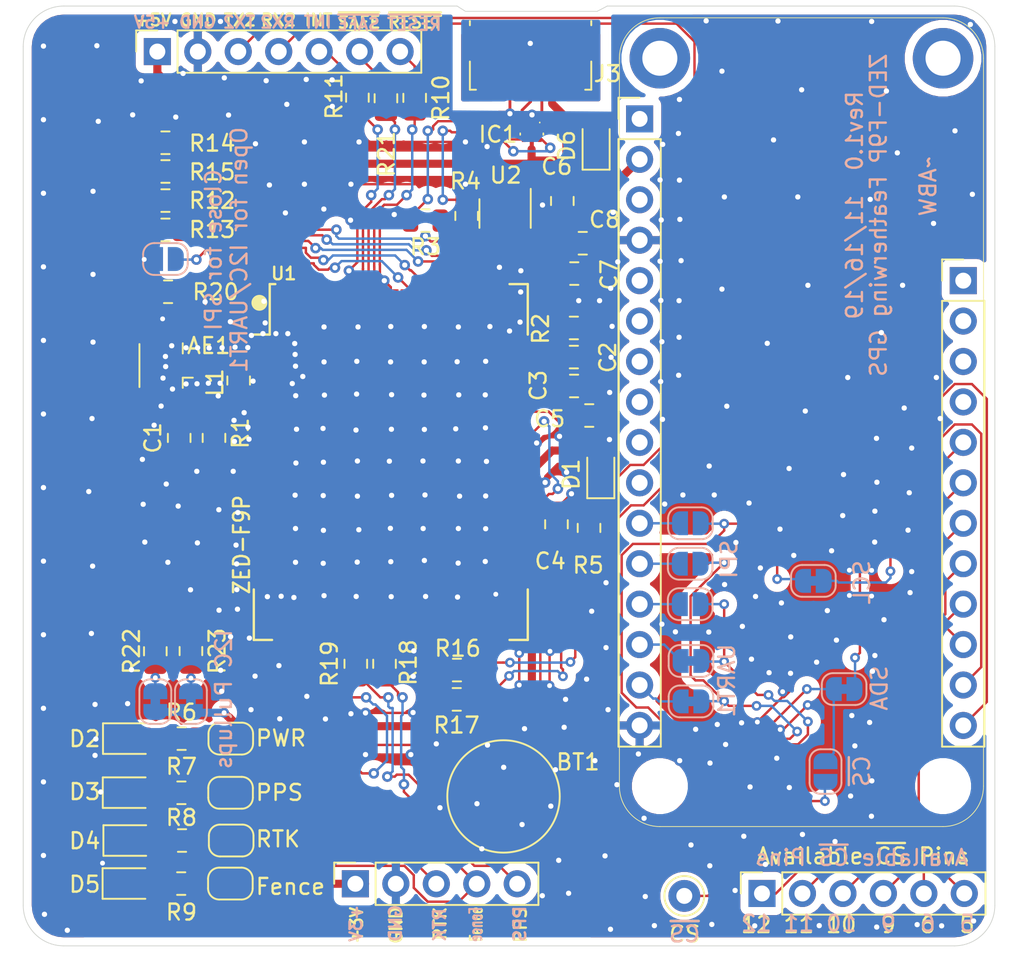
<source format=kicad_pcb>
(kicad_pcb (version 20171130) (host pcbnew "(5.1.4)-1")
  (layers (0 F.Cu signal) (31 B.Cu signal) (34 B.Paste user) (35 F.Paste user) (36 B.SilkS user) (37 F.SilkS user) (38 B.Mask user) (39 F.Mask user) (44 Edge.Cuts user))
  (net 0 "")
  (net 1 "Net-(U1-Pad10)")
  (net 2 "Net-(U1-Pad6)")
  (net 3 "Net-(U1-Pad5)")
  (net 4 "Net-(U1-Pad4)")
  (net 5 GND)
  (net 6 "Net-(U1-Pad46)")
  (net 7 "Net-(AE1-Pad1)")
  (net 8 "Net-(C1-Pad2)")
  (net 9 "Net-(R1-Pad1)")
  (net 10 +3V3)
  (net 11 /D+)
  (net 12 "Net-(R3-Pad1)")
  (net 13 /D-)
  (net 14 "Net-(R4-Pad1)")
  (net 15 "Net-(D1-Pad1)")
  (net 16 /BACKUP)
  (net 17 "Net-(D2-Pad2)")
  (net 18 "Net-(D3-Pad2)")
  (net 19 "Net-(D4-Pad2)")
  (net 20 /RTK_STAT)
  (net 21 "Net-(D5-Pad2)")
  (net 22 /PPS)
  (net 23 "Net-(JP1-Pad2)")
  (net 24 "Net-(JP2-Pad2)")
  (net 25 /FENCE_STAT)
  (net 26 "Net-(JP3-Pad2)")
  (net 27 "Net-(JP4-Pad2)")
  (net 28 "Net-(JP5-Pad1)")
  (net 29 "Net-(JP6-Pad2)")
  (net 30 "Net-(R10-Pad2)")
  (net 31 /~RESET)
  (net 32 "Net-(R11-Pad2)")
  (net 33 /INT)
  (net 34 "Net-(R12-Pad2)")
  (net 35 /SDA-~CS)
  (net 36 "Net-(R13-Pad2)")
  (net 37 /SCL-SCK)
  (net 38 "Net-(R14-Pad2)")
  (net 39 /TX0-MISO)
  (net 40 "Net-(R15-Pad2)")
  (net 41 /RXI-MOSI)
  (net 42 "Net-(R16-Pad2)")
  (net 43 /TX2)
  (net 44 "Net-(R17-Pad2)")
  (net 45 /RX2)
  (net 46 "Net-(R18-Pad2)")
  (net 47 "Net-(R19-Pad2)")
  (net 48 "Net-(R20-Pad2)")
  (net 49 "Net-(R21-Pad2)")
  (net 50 /~SAFE)
  (net 51 /SDA)
  (net 52 /SCL)
  (net 53 /5`)
  (net 54 /6)
  (net 55 /9`)
  (net 56 /10`)
  (net 57 /11`)
  (net 58 /12)
  (net 59 /13)
  (net 60 /USB)
  (net 61 /En)
  (net 62 /BAT)
  (net 63 /RXI)
  (net 64 /MISO)
  (net 65 /MOSI)
  (net 66 /SCK)
  (net 67 /A5)
  (net 68 /A4)
  (net 69 /A3)
  (net 70 /A2)
  (net 71 /A1)
  (net 72 /A0)
  (net 73 /ARf)
  (net 74 /RST)
  (net 75 /Shield)
  (net 76 "Net-(J3-Pad4)")
  (net 77 "Net-(C6-Pad1)")
  (net 78 +5V)
  (net 79 "Net-(IC1-Pad3)")
  (net 80 "Net-(IC1-Pad1)")
  (net 81 /RX)
  (net 82 "Net-(U2-Pad4)")
  (net 83 "Net-(JP15-Pad2)")
  (net 84 /~CS)
  (module Diode_SMD:D_SOD-323F (layer F.Cu) (at 79.4893 72.6948 90)
    (fp_text reference D1 (at 0 -1.85 90) (layer F.SilkS))
    (fp_text value D_Schottky)
    (pad 2 smd rect (at 1.1 0 90) (size 0.5 0.5) (layers F.Cu F.Paste F.Mask) (net 10 +3V3))
    (pad 1 smd rect (at -1.1 0 90) (size 0.5 0.5) (layers F.Cu F.Paste F.Mask) (net 15 "Net-(D1-Pad1)"))
  )
  (module Diode_SMD:D_SOD-323F (layer F.Cu) (at 79.1972 52.0573 90)
    (fp_text reference D6 (at 0 -1.85 90) (layer F.SilkS))
    (fp_text value D_Schottky)
    (pad 2 smd rect (at 1.1 0 90) (size 0.5 0.5) (layers F.Cu F.Paste F.Mask) (net 78 +5V))
    (pad 1 smd rect (at -1.1 0 90) (size 0.5 0.5) (layers F.Cu F.Paste F.Mask) (net 77 "Net-(C6-Pad1)"))
  )
  (module Connector_PinSocket_2.54mm:PinSocket_1x07_P2.54mm_Vertical (layer F.Cu) (at 51.6509 46.1391 90)
    (fp_text reference J4)
    (fp_text value Conn_01x7)
    (pad 7 thru_hole oval (at 0 15.24 90) (size 1.7 1.7) (drill 1) (layers *.Cu *.Mask) (net 31 /~RESET))
    (pad 6 thru_hole oval (at 0 12.7 90) (size 1.7 1.7) (drill 1) (layers *.Cu *.Mask) (net 50 /~SAFE))
    (pad 5 thru_hole oval (at 0 10.16 90) (size 1.7 1.7) (drill 1) (layers *.Cu *.Mask) (net 33 /INT))
    (pad 4 thru_hole oval (at 0 7.62 90) (size 1.7 1.7) (drill 1) (layers *.Cu *.Mask) (net 45 /RX2))
    (pad 3 thru_hole oval (at 0 5.08 90) (size 1.7 1.7) (drill 1) (layers *.Cu *.Mask) (net 43 /TX2))
    (pad 2 thru_hole oval (at 0 2.54 90) (size 1.7 1.7) (drill 1) (layers *.Cu *.Mask) (net 5 GND))
    (pad 1 thru_hole rect (at 0 0 90) (size 1.7 1.7) (drill 1) (layers *.Cu *.Mask) (net 78 +5V))
  )
  (module Connector_PinSocket_2.54mm:PinSocket_1x06_P2.54mm_Vertical (layer F.Cu) (at 89.6112 99.0219 90)
    (fp_text reference J7)
    (fp_text value Conn_01x06)
    (pad 6 thru_hole oval (at 0 12.7 90) (size 1.7 1.7) (drill 1) (layers *.Cu *.Mask) (net 53 /5`))
    (pad 5 thru_hole oval (at 0 10.16 90) (size 1.7 1.7) (drill 1) (layers *.Cu *.Mask) (net 54 /6))
    (pad 4 thru_hole oval (at 0 7.62 90) (size 1.7 1.7) (drill 1) (layers *.Cu *.Mask) (net 55 /9`))
    (pad 3 thru_hole oval (at 0 5.08 90) (size 1.7 1.7) (drill 1) (layers *.Cu *.Mask) (net 56 /10`))
    (pad 2 thru_hole oval (at 0 2.54 90) (size 1.7 1.7) (drill 1) (layers *.Cu *.Mask) (net 57 /11`))
    (pad 1 thru_hole rect (at 0 0 90) (size 1.7 1.7) (drill 1) (layers *.Cu *.Mask) (net 58 /12))
  )
  (module Connector_Pin:Pin_D1.0mm_L10.0mm (layer F.Cu) (at 84.7344 99.1743)
    (fp_text reference ~CS1)
    (fp_text value ~CS (at 0.0254 2.4003) (layer F.SilkS))
    (pad 1 thru_hole circle (at 0 0) (size 2 2) (drill 1) (layers *.Cu *.Mask) (net 84 /~CS))
  )
  (module Connector_PinSocket_2.54mm:PinSocket_1x05_P2.54mm_Vertical (layer F.Cu) (at 64.0842 98.4123 90)
    (fp_text reference J5)
    (fp_text value Conn_01x05)
    (pad 5 thru_hole oval (at 0 10.16 90) (size 1.7 1.7) (drill 1) (layers *.Cu *.Mask) (net 22 /PPS))
    (pad 4 thru_hole oval (at 0 7.62 90) (size 1.7 1.7) (drill 1) (layers *.Cu *.Mask) (net 25 /FENCE_STAT))
    (pad 3 thru_hole oval (at 0 5.08 90) (size 1.7 1.7) (drill 1) (layers *.Cu *.Mask) (net 20 /RTK_STAT))
    (pad 2 thru_hole oval (at 0 2.54 90) (size 1.7 1.7) (drill 1) (layers *.Cu *.Mask) (net 5 GND))
    (pad 1 thru_hole rect (at 0 0 90) (size 1.7 1.7) (drill 1) (layers *.Cu *.Mask) (net 10 +3V3))
  )
  (module Jumper:SolderJumper-2_P1.3mm_Bridged_RoundedPad1.0x1.5mm (layer F.Cu) (at 56.261 89.2937 180)
    (fp_text reference JP15)
    (fp_text value ~)
    (fp_poly (pts (xy 0.25 -0.3) (xy -0.25 -0.3) (xy -0.25 0.3) (xy 0.25 0.3)) (layer F.Cu) (width 0))
    (pad 1 smd custom (at -0.65 0 180) (size 1 0.5) (layers F.Cu F.Mask) (net 10 +3V3) (options (clearance outline) (anchor rect)) (primitives (gr_circle (center 0 0.25) (end 0.5 0.25) (width 0)) (gr_circle (center 0 -0.25) (end 0.5 -0.25) (width 0)) (gr_poly (pts (xy 0 -0.75) (xy 0.5 -0.75) (xy 0.5 0.75) (xy 0 0.75)) (width 0))))
    (pad 2 smd custom (at 0.65 0 180) (size 1 0.5) (layers F.Cu F.Mask) (net 83 "Net-(JP15-Pad2)") (options (clearance outline) (anchor rect)) (primitives (gr_circle (center 0 0.25) (end 0.5 0.25) (width 0)) (gr_circle (center 0 -0.25) (end 0.5 -0.25) (width 0)) (gr_poly (pts (xy 0 -0.75) (xy -0.5 -0.75) (xy -0.5 0.75) (xy 0 0.75)) (width 0))))
  )
  (module Jumper:SolderJumper-2_P1.3mm_Open_RoundedPad1.0x1.5mm (layer B.Cu) (at 85.1154 75.7682 180)
    (fp_text reference JP14)
    (fp_text value ~)
    (pad 2 smd custom (at 0.65 0 180) (size 1 0.5) (layers B.Cu B.Mask) (net 66 /SCK) (options (clearance outline) (anchor rect)) (primitives (gr_circle (center 0 -0.25) (end 0.5 -0.25) (width 0)) (gr_circle (center 0 0.25) (end 0.5 0.25) (width 0)) (gr_poly (pts (xy 0 0.75) (xy -0.5 0.75) (xy -0.5 -0.75) (xy 0 -0.75)) (width 0))))
    (pad 1 smd custom (at -0.65 0 180) (size 1 0.5) (layers B.Cu B.Mask) (net 37 /SCL-SCK) (options (clearance outline) (anchor rect)) (primitives (gr_circle (center 0 -0.25) (end 0.5 -0.25) (width 0)) (gr_circle (center 0 0.25) (end 0.5 0.25) (width 0)) (gr_poly (pts (xy 0 0.75) (xy 0.5 0.75) (xy 0.5 -0.75) (xy 0 -0.75)) (width 0))))
  )
  (module Jumper:SolderJumper-2_P1.3mm_Open_RoundedPad1.0x1.5mm (layer B.Cu) (at 93.599 91.3638 270)
    (fp_text reference JP12)
    (fp_text value ~)
    (pad 2 smd custom (at 0.65 0 270) (size 1 0.5) (layers B.Cu B.Mask) (net 84 /~CS) (options (clearance outline) (anchor rect)) (primitives (gr_circle (center 0 -0.25) (end 0.5 -0.25) (width 0)) (gr_circle (center 0 0.25) (end 0.5 0.25) (width 0)) (gr_poly (pts (xy 0 0.75) (xy -0.5 0.75) (xy -0.5 -0.75) (xy 0 -0.75)) (width 0))))
    (pad 1 smd custom (at -0.65 0 270) (size 1 0.5) (layers B.Cu B.Mask) (net 35 /SDA-~CS) (options (clearance outline) (anchor rect)) (primitives (gr_circle (center 0 -0.25) (end 0.5 -0.25) (width 0)) (gr_circle (center 0 0.25) (end 0.5 0.25) (width 0)) (gr_poly (pts (xy 0 0.75) (xy 0.5 0.75) (xy 0.5 -0.75) (xy 0 -0.75)) (width 0))))
  )
  (module Jumper:SolderJumper-2_P1.3mm_Open_RoundedPad1.0x1.5mm (layer B.Cu) (at 85.1027 80.8482 180)
    (fp_text reference JP9)
    (fp_text value ~)
    (pad 2 smd custom (at 0.65 0 180) (size 1 0.5) (layers B.Cu B.Mask) (net 64 /MISO) (options (clearance outline) (anchor rect)) (primitives (gr_circle (center 0 -0.25) (end 0.5 -0.25) (width 0)) (gr_circle (center 0 0.25) (end 0.5 0.25) (width 0)) (gr_poly (pts (xy 0 0.75) (xy -0.5 0.75) (xy -0.5 -0.75) (xy 0 -0.75)) (width 0))))
    (pad 1 smd custom (at -0.65 0 180) (size 1 0.5) (layers B.Cu B.Mask) (net 39 /TX0-MISO) (options (clearance outline) (anchor rect)) (primitives (gr_circle (center 0 -0.25) (end 0.5 -0.25) (width 0)) (gr_circle (center 0 0.25) (end 0.5 0.25) (width 0)) (gr_poly (pts (xy 0 0.75) (xy 0.5 0.75) (xy 0.5 -0.75) (xy 0 -0.75)) (width 0))))
  )
  (module Jumper:SolderJumper-2_P1.3mm_Open_RoundedPad1.0x1.5mm (layer B.Cu) (at 85.1027 78.3082 180)
    (fp_text reference JP7)
    (fp_text value ~)
    (pad 2 smd custom (at 0.65 0 180) (size 1 0.5) (layers B.Cu B.Mask) (net 65 /MOSI) (options (clearance outline) (anchor rect)) (primitives (gr_circle (center 0 -0.25) (end 0.5 -0.25) (width 0)) (gr_circle (center 0 0.25) (end 0.5 0.25) (width 0)) (gr_poly (pts (xy 0 0.75) (xy -0.5 0.75) (xy -0.5 -0.75) (xy 0 -0.75)) (width 0))))
    (pad 1 smd custom (at -0.65 0 180) (size 1 0.5) (layers B.Cu B.Mask) (net 41 /RXI-MOSI) (options (clearance outline) (anchor rect)) (primitives (gr_circle (center 0 -0.25) (end 0.5 -0.25) (width 0)) (gr_circle (center 0 0.25) (end 0.5 0.25) (width 0)) (gr_poly (pts (xy 0 0.75) (xy 0.5 0.75) (xy 0.5 -0.75) (xy 0 -0.75)) (width 0))))
  )
  (module Package_TO_SOT_SMD:SOT-23-5 (layer F.Cu) (at 73.4822 56.3118 270)
    (fp_text reference U2 (at -2.4003 -0.0381 180) (layer F.SilkS))
    (fp_text value AP2112K-3.3)
    (pad 5 smd rect (at 1.1 -0.95 270) (size 1.06 0.65) (layers F.Cu F.Paste F.Mask) (net 10 +3V3))
    (pad 4 smd rect (at 1.1 0.95 270) (size 1.06 0.65) (layers F.Cu F.Paste F.Mask) (net 82 "Net-(U2-Pad4)"))
    (pad 3 smd rect (at -1.1 0.95 270) (size 1.06 0.65) (layers F.Cu F.Paste F.Mask) (net 77 "Net-(C6-Pad1)"))
    (pad 2 smd rect (at -1.1 0 270) (size 1.06 0.65) (layers F.Cu F.Paste F.Mask) (net 5 GND))
    (pad 1 smd rect (at -1.1 -0.95 270) (size 1.06 0.65) (layers F.Cu F.Paste F.Mask) (net 77 "Net-(C6-Pad1)"))
  )
  (module Jumper:SolderJumper-2_P1.3mm_Bridged_RoundedPad1.0x1.5mm (layer B.Cu) (at 92.837 79.3877)
    (fp_text reference JP13)
    (fp_text value ~)
    (fp_poly (pts (xy 0.25 0.3) (xy -0.25 0.3) (xy -0.25 -0.3) (xy 0.25 -0.3)) (layer B.Cu) (width 0))
    (pad 1 smd custom (at -0.65 0) (size 1 0.5) (layers B.Cu B.Mask) (net 37 /SCL-SCK) (options (clearance outline) (anchor rect)) (primitives (gr_circle (center 0 -0.25) (end 0.5 -0.25) (width 0)) (gr_circle (center 0 0.25) (end 0.5 0.25) (width 0)) (gr_poly (pts (xy 0 0.75) (xy 0.5 0.75) (xy 0.5 -0.75) (xy 0 -0.75)) (width 0))))
    (pad 2 smd custom (at 0.65 0) (size 1 0.5) (layers B.Cu B.Mask) (net 52 /SCL) (options (clearance outline) (anchor rect)) (primitives (gr_circle (center 0 -0.25) (end 0.5 -0.25) (width 0)) (gr_circle (center 0 0.25) (end 0.5 0.25) (width 0)) (gr_poly (pts (xy 0 0.75) (xy -0.5 0.75) (xy -0.5 -0.75) (xy 0 -0.75)) (width 0))))
  )
  (module Jumper:SolderJumper-2_P1.3mm_Bridged_RoundedPad1.0x1.5mm (layer B.Cu) (at 85.1535 84.4169 180)
    (fp_text reference JP11)
    (fp_text value ~)
    (fp_poly (pts (xy 0.25 0.3) (xy -0.25 0.3) (xy -0.25 -0.3) (xy 0.25 -0.3)) (layer B.Cu) (width 0))
    (pad 1 smd custom (at -0.65 0 180) (size 1 0.5) (layers B.Cu B.Mask) (net 39 /TX0-MISO) (options (clearance outline) (anchor rect)) (primitives (gr_circle (center 0 -0.25) (end 0.5 -0.25) (width 0)) (gr_circle (center 0 0.25) (end 0.5 0.25) (width 0)) (gr_poly (pts (xy 0 0.75) (xy 0.5 0.75) (xy 0.5 -0.75) (xy 0 -0.75)) (width 0))))
    (pad 2 smd custom (at 0.65 0 180) (size 1 0.5) (layers B.Cu B.Mask) (net 81 /RX) (options (clearance outline) (anchor rect)) (primitives (gr_circle (center 0 -0.25) (end 0.5 -0.25) (width 0)) (gr_circle (center 0 0.25) (end 0.5 0.25) (width 0)) (gr_poly (pts (xy 0 0.75) (xy -0.5 0.75) (xy -0.5 -0.75) (xy 0 -0.75)) (width 0))))
  )
  (module Jumper:SolderJumper-2_P1.3mm_Bridged_RoundedPad1.0x1.5mm (layer B.Cu) (at 94.7674 86.1822)
    (fp_text reference JP10)
    (fp_text value ~)
    (fp_poly (pts (xy 0.25 0.3) (xy -0.25 0.3) (xy -0.25 -0.3) (xy 0.25 -0.3)) (layer B.Cu) (width 0))
    (pad 1 smd custom (at -0.65 0) (size 1 0.5) (layers B.Cu B.Mask) (net 35 /SDA-~CS) (options (clearance outline) (anchor rect)) (primitives (gr_circle (center 0 -0.25) (end 0.5 -0.25) (width 0)) (gr_circle (center 0 0.25) (end 0.5 0.25) (width 0)) (gr_poly (pts (xy 0 0.75) (xy 0.5 0.75) (xy 0.5 -0.75) (xy 0 -0.75)) (width 0))))
    (pad 2 smd custom (at 0.65 0) (size 1 0.5) (layers B.Cu B.Mask) (net 51 /SDA) (options (clearance outline) (anchor rect)) (primitives (gr_circle (center 0 -0.25) (end 0.5 -0.25) (width 0)) (gr_circle (center 0 0.25) (end 0.5 0.25) (width 0)) (gr_poly (pts (xy 0 0.75) (xy -0.5 0.75) (xy -0.5 -0.75) (xy 0 -0.75)) (width 0))))
  )
  (module Jumper:SolderJumper-2_P1.3mm_Bridged_RoundedPad1.0x1.5mm (layer B.Cu) (at 85.1535 86.9569 180)
    (fp_text reference JP8)
    (fp_text value ~)
    (fp_poly (pts (xy 0.25 0.3) (xy -0.25 0.3) (xy -0.25 -0.3) (xy 0.25 -0.3)) (layer B.Cu) (width 0))
    (pad 1 smd custom (at -0.65 0 180) (size 1 0.5) (layers B.Cu B.Mask) (net 41 /RXI-MOSI) (options (clearance outline) (anchor rect)) (primitives (gr_circle (center 0 -0.25) (end 0.5 -0.25) (width 0)) (gr_circle (center 0 0.25) (end 0.5 0.25) (width 0)) (gr_poly (pts (xy 0 0.75) (xy 0.5 0.75) (xy 0.5 -0.75) (xy 0 -0.75)) (width 0))))
    (pad 2 smd custom (at 0.65 0 180) (size 1 0.5) (layers B.Cu B.Mask) (net 63 /RXI) (options (clearance outline) (anchor rect)) (primitives (gr_circle (center 0 -0.25) (end 0.5 -0.25) (width 0)) (gr_circle (center 0 0.25) (end 0.5 0.25) (width 0)) (gr_poly (pts (xy 0 0.75) (xy -0.5 0.75) (xy -0.5 -0.75) (xy 0 -0.75)) (width 0))))
  )
  (module Capacitor_SMD:C_0805_2012Metric (layer F.Cu) (at 78.359 58.1787)
    (fp_text reference C8 (at 1.3716 -1.4859) (layer F.SilkS))
    (fp_text value 0.1uF)
    (pad 2 smd roundrect (at 0.9375 0) (size 0.975 1.4) (layers F.Cu F.Paste F.Mask) (net 5 GND))
    (pad 1 smd roundrect (at -0.9375 0) (size 0.975 1.4) (layers F.Cu F.Paste F.Mask) (net 10 +3V3))
  )
  (module Capacitor_SMD:C_0805_2012Metric (layer F.Cu) (at 77.8256 60.0837)
    (fp_text reference C7 (at 2.1844 0.0762 90) (layer F.SilkS))
    (fp_text value 1uF)
    (pad 2 smd roundrect (at 0.9375 0) (size 0.975 1.4) (layers F.Cu F.Paste F.Mask) (net 5 GND))
    (pad 1 smd roundrect (at -0.9375 0) (size 0.975 1.4) (layers F.Cu F.Paste F.Mask) (net 10 +3V3))
  )
  (module Capacitor_SMD:C_0805_2012Metric (layer F.Cu) (at 77.0763 55.5244 270)
    (fp_text reference C6 (at -2.159 0.3556 180) (layer F.SilkS))
    (fp_text value 1uF)
    (pad 2 smd roundrect (at 0.9375 0 270) (size 0.975 1.4) (layers F.Cu F.Paste F.Mask) (net 5 GND))
    (pad 1 smd roundrect (at -0.9375 0 270) (size 0.975 1.4) (layers F.Cu F.Paste F.Mask) (net 77 "Net-(C6-Pad1)"))
  )
  (module Connector_USB:USB_Micro-B_Molex_47346-0001 (layer F.Cu) (at 75.0824 46.8249 180)
    (fp_text reference J3 (at -4.826 -0.7112 180) (layer F.SilkS))
    (fp_text value USB_B_Micro)
    (pad 6 smd rect (at 0.84 1.2 180) (size 1.175 1.9) (layers F.Cu F.Paste F.Mask) (net 75 /Shield))
    (pad 6 smd rect (at -0.84 1.2 180) (size 1.175 1.9) (layers F.Cu F.Paste F.Mask) (net 75 /Shield))
    (pad 6 smd rect (at 2.91 1.2 180) (size 2.375 1.9) (layers F.Cu F.Paste F.Mask) (net 75 /Shield))
    (pad 6 smd rect (at -2.91 1.2 180) (size 2.375 1.9) (layers F.Cu F.Paste F.Mask) (net 75 /Shield))
    (pad 6 smd rect (at 2.4625 -1.1 180) (size 1.475 2.1) (layers F.Cu F.Paste F.Mask) (net 75 /Shield))
    (pad 6 smd rect (at -2.4625 -1.1 180) (size 1.475 2.1) (layers F.Cu F.Paste F.Mask) (net 75 /Shield))
    (pad 5 smd rect (at 1.3 -1.46 180) (size 0.45 1.38) (layers F.Cu F.Paste F.Mask) (net 5 GND))
    (pad 4 smd rect (at 0.65 -1.46 180) (size 0.45 1.38) (layers F.Cu F.Paste F.Mask) (net 76 "Net-(J3-Pad4)"))
    (pad 3 smd rect (at 0 -1.46 180) (size 0.45 1.38) (layers F.Cu F.Paste F.Mask) (net 79 "Net-(IC1-Pad3)"))
    (pad 2 smd rect (at -0.65 -1.46 180) (size 0.45 1.38) (layers F.Cu F.Paste F.Mask) (net 80 "Net-(IC1-Pad1)"))
    (pad 1 smd rect (at -1.3 -1.46 180) (size 0.45 1.38) (layers F.Cu F.Paste F.Mask) (net 78 +5V))
  )
  (module Capacitor_SMD:C_0805_2012Metric (layer F.Cu) (at 78.7654 68.9991)
    (fp_text reference C5 (at -2.4892 0.2159) (layer F.SilkS))
    (fp_text value 1uF)
    (pad 2 smd roundrect (at 0.9375 0) (size 0.975 1.4) (layers F.Cu F.Paste F.Mask) (net 5 GND))
    (pad 1 smd roundrect (at -0.9375 0) (size 0.975 1.4) (layers F.Cu F.Paste F.Mask) (net 10 +3V3))
  )
  (module Connector_PinHeader_2.54mm:PinHeader_1x16_P2.54mm_Vertical (layer F.Cu) (at 81.9277 50.3682)
    (fp_text reference J2)
    (fp_text value Conn_01x16)
    (pad 16 thru_hole oval (at 0 38.1) (size 1.7 1.7) (drill 1) (layers *.Cu *.Mask) (net 5 GND))
    (pad 15 thru_hole oval (at 0 35.56) (size 1.7 1.7) (drill 1) (layers *.Cu *.Mask) (net 63 /RXI))
    (pad 14 thru_hole oval (at 0 33.02) (size 1.7 1.7) (drill 1) (layers *.Cu *.Mask) (net 81 /RX))
    (pad 13 thru_hole oval (at 0 30.48) (size 1.7 1.7) (drill 1) (layers *.Cu *.Mask) (net 64 /MISO))
    (pad 12 thru_hole oval (at 0 27.94) (size 1.7 1.7) (drill 1) (layers *.Cu *.Mask) (net 65 /MOSI))
    (pad 11 thru_hole oval (at 0 25.4) (size 1.7 1.7) (drill 1) (layers *.Cu *.Mask) (net 66 /SCK))
    (pad 10 thru_hole oval (at 0 22.86) (size 1.7 1.7) (drill 1) (layers *.Cu *.Mask) (net 67 /A5))
    (pad 9 thru_hole oval (at 0 20.32) (size 1.7 1.7) (drill 1) (layers *.Cu *.Mask) (net 68 /A4))
    (pad 8 thru_hole oval (at 0 17.78) (size 1.7 1.7) (drill 1) (layers *.Cu *.Mask) (net 69 /A3))
    (pad 7 thru_hole oval (at 0 15.24) (size 1.7 1.7) (drill 1) (layers *.Cu *.Mask) (net 70 /A2))
    (pad 6 thru_hole oval (at 0 12.7) (size 1.7 1.7) (drill 1) (layers *.Cu *.Mask) (net 71 /A1))
    (pad 5 thru_hole oval (at 0 10.16) (size 1.7 1.7) (drill 1) (layers *.Cu *.Mask) (net 72 /A0))
    (pad 4 thru_hole oval (at 0 7.62) (size 1.7 1.7) (drill 1) (layers *.Cu *.Mask) (net 5 GND))
    (pad 3 thru_hole oval (at 0 5.08) (size 1.7 1.7) (drill 1) (layers *.Cu *.Mask) (net 73 /ARf))
    (pad 2 thru_hole oval (at 0 2.54) (size 1.7 1.7) (drill 1) (layers *.Cu *.Mask) (net 10 +3V3))
    (pad 1 thru_hole rect (at 0 0) (size 1.7 1.7) (drill 1) (layers *.Cu *.Mask) (net 74 /RST))
  )
  (module Connector_PinHeader_2.54mm:PinHeader_1x12_P2.54mm_Vertical (layer F.Cu) (at 102.2477 60.5282)
    (fp_text reference J1)
    (fp_text value Conn_01x12)
    (pad 12 thru_hole oval (at 0 27.94) (size 1.7 1.7) (drill 1) (layers *.Cu *.Mask) (net 51 /SDA))
    (pad 11 thru_hole oval (at 0 25.4) (size 1.7 1.7) (drill 1) (layers *.Cu *.Mask) (net 52 /SCL))
    (pad 10 thru_hole oval (at 0 22.86) (size 1.7 1.7) (drill 1) (layers *.Cu *.Mask) (net 53 /5`))
    (pad 9 thru_hole oval (at 0 20.32) (size 1.7 1.7) (drill 1) (layers *.Cu *.Mask) (net 54 /6))
    (pad 8 thru_hole oval (at 0 17.78) (size 1.7 1.7) (drill 1) (layers *.Cu *.Mask) (net 55 /9`))
    (pad 7 thru_hole oval (at 0 15.24) (size 1.7 1.7) (drill 1) (layers *.Cu *.Mask) (net 56 /10`))
    (pad 6 thru_hole oval (at 0 12.7) (size 1.7 1.7) (drill 1) (layers *.Cu *.Mask) (net 57 /11`))
    (pad 5 thru_hole oval (at 0 10.16) (size 1.7 1.7) (drill 1) (layers *.Cu *.Mask) (net 58 /12))
    (pad 4 thru_hole oval (at 0 7.62) (size 1.7 1.7) (drill 1) (layers *.Cu *.Mask) (net 59 /13))
    (pad 3 thru_hole oval (at 0 5.08) (size 1.7 1.7) (drill 1) (layers *.Cu *.Mask) (net 60 /USB))
    (pad 2 thru_hole oval (at 0 2.54) (size 1.7 1.7) (drill 1) (layers *.Cu *.Mask) (net 61 /En))
    (pad 1 thru_hole rect (at 0 0) (size 1.7 1.7) (drill 1) (layers *.Cu *.Mask) (net 62 /BAT))
  )
  (module MountingHole:MountingHole_2.2mm_M2_DIN965_Pad (layer F.Cu) (at 83.1977 46.5582 270)
    (fp_text reference REF**)
    (fp_text value MountingHole_2.2mm_M2_DIN965_Pad)
    (pad 1 thru_hole circle (at 0 0 270) (size 3.8 3.8) (drill 2.2) (layers *.Cu *.Mask))
  )
  (module MountingHole:MountingHole_2.5mm (layer F.Cu) (at 100.9777 92.2782 270)
    (fp_text reference ~ (at -0.0254 0 90) (layer F.SilkS))
    (fp_text value MountingHole_2.5mm)
    (pad 1 np_thru_hole circle (at 0 0 270) (size 2.5 2.5) (drill 2.5) (layers *.Cu *.Mask))
  )
  (module MountingHole:MountingHole_2.2mm_M2_DIN965_Pad (layer F.Cu) (at 100.9777 46.5582 270)
    (fp_text reference REF**)
    (fp_text value MountingHole_2.2mm_M2_DIN965_Pad)
    (pad 1 thru_hole circle (at 0 0 270) (size 3.8 3.8) (drill 2.2) (layers *.Cu *.Mask))
  )
  (module MountingHole:MountingHole_2.5mm (layer F.Cu) (at 83.1977 92.2782 270)
    (fp_text reference ~ (at 0.3556 0.0254 90) (layer F.SilkS))
    (fp_text value MountingHole_2.5mm)
    (pad 1 np_thru_hole circle (at 0 0 270) (size 2.5 2.5) (drill 2.5) (layers *.Cu *.Mask))
  )
  (module Capacitor_SMD:C_0805_2012Metric (layer F.Cu) (at 53.7591 83.7946 270)
    (fp_text reference R23 (at 0 -1.65 90) (layer F.SilkS))
    (fp_text value 2.2kΩ)
    (pad 2 smd roundrect (at 0.9375 0 270) (size 0.975 1.4) (layers F.Cu F.Paste F.Mask) (net 29 "Net-(JP6-Pad2)"))
    (pad 1 smd roundrect (at -0.9375 0 270) (size 0.975 1.4) (layers F.Cu F.Paste F.Mask) (net 35 /SDA-~CS))
  )
  (module Capacitor_SMD:C_0805_2012Metric (layer F.Cu) (at 51.5239 83.8073 270)
    (fp_text reference R22 (at 0 1.4859 90) (layer F.SilkS))
    (fp_text value 2.2kΩ)
    (pad 2 smd roundrect (at 0.9375 0 270) (size 0.975 1.4) (layers F.Cu F.Paste F.Mask) (net 27 "Net-(JP4-Pad2)"))
    (pad 1 smd roundrect (at -0.9375 0 270) (size 0.975 1.4) (layers F.Cu F.Paste F.Mask) (net 37 /SCL-SCK))
  )
  (module Capacitor_SMD:C_0805_2012Metric (layer F.Cu) (at 66.0019 49.0728 270)
    (fp_text reference R21 (at 3.5052 -0.0381 270) (layer F.SilkS))
    (fp_text value 33Ω)
    (pad 2 smd roundrect (at 0.9375 0 270) (size 0.975 1.4) (layers F.Cu F.Paste F.Mask) (net 49 "Net-(R21-Pad2)"))
    (pad 1 smd roundrect (at -0.9375 0 270) (size 0.975 1.4) (layers F.Cu F.Paste F.Mask) (net 50 /~SAFE))
  )
  (module Capacitor_SMD:C_0805_2012Metric (layer F.Cu) (at 52.324 61.2267)
    (fp_text reference R20 (at 2.9845 0.0127) (layer F.SilkS))
    (fp_text value 33Ω)
    (pad 2 smd roundrect (at 0.9375 0) (size 0.975 1.4) (layers F.Cu F.Paste F.Mask) (net 48 "Net-(R20-Pad2)"))
    (pad 1 smd roundrect (at -0.9375 0) (size 0.975 1.4) (layers F.Cu F.Paste F.Mask) (net 22 /PPS))
  )
  (module Capacitor_SMD:C_0805_2012Metric (layer F.Cu) (at 64.1096 84.5947 90)
    (fp_text reference R19 (at 0 -1.65 90) (layer F.SilkS))
    (fp_text value 33Ω)
    (pad 2 smd roundrect (at 0.9375 0 90) (size 0.975 1.4) (layers F.Cu F.Paste F.Mask) (net 47 "Net-(R19-Pad2)"))
    (pad 1 smd roundrect (at -0.9375 0 90) (size 0.975 1.4) (layers F.Cu F.Paste F.Mask) (net 25 /FENCE_STAT))
  )
  (module Capacitor_SMD:C_0805_2012Metric (layer F.Cu) (at 65.913 84.5947 90)
    (fp_text reference R18 (at 0.0762 1.4986 90) (layer F.SilkS))
    (fp_text value 33Ω)
    (pad 2 smd roundrect (at 0.9375 0 90) (size 0.975 1.4) (layers F.Cu F.Paste F.Mask) (net 46 "Net-(R18-Pad2)"))
    (pad 1 smd roundrect (at -0.9375 0 90) (size 0.975 1.4) (layers F.Cu F.Paste F.Mask) (net 20 /RTK_STAT))
  )
  (module Capacitor_SMD:C_0805_2012Metric (layer F.Cu) (at 70.4469 86.8299 180)
    (fp_text reference R17 (at 0.0127 -1.6256) (layer F.SilkS))
    (fp_text value 33Ω)
    (pad 2 smd roundrect (at 0.9375 0 180) (size 0.975 1.4) (layers F.Cu F.Paste F.Mask) (net 44 "Net-(R17-Pad2)"))
    (pad 1 smd roundrect (at -0.9375 0 180) (size 0.975 1.4) (layers F.Cu F.Paste F.Mask) (net 45 /RX2))
  )
  (module Capacitor_SMD:C_0805_2012Metric (layer F.Cu) (at 70.4596 84.9884 180)
    (fp_text reference R16 (at -0.0508 1.3589) (layer F.SilkS))
    (fp_text value 33Ω)
    (pad 2 smd roundrect (at 0.9375 0 180) (size 0.975 1.4) (layers F.Cu F.Paste F.Mask) (net 42 "Net-(R16-Pad2)"))
    (pad 1 smd roundrect (at -0.9375 0 180) (size 0.975 1.4) (layers F.Cu F.Paste F.Mask) (net 43 /TX2))
  )
  (module Capacitor_SMD:C_0805_2012Metric (layer F.Cu) (at 52.1589 53.6702)
    (fp_text reference R15 (at 2.9337 0.0381) (layer F.SilkS))
    (fp_text value 33Ω)
    (pad 2 smd roundrect (at 0.9375 0) (size 0.975 1.4) (layers F.Cu F.Paste F.Mask) (net 40 "Net-(R15-Pad2)"))
    (pad 1 smd roundrect (at -0.9375 0) (size 0.975 1.4) (layers F.Cu F.Paste F.Mask) (net 41 /RXI-MOSI))
  )
  (module Capacitor_SMD:C_0805_2012Metric (layer F.Cu) (at 52.1589 51.8668)
    (fp_text reference R14 (at 2.9337 0.0381) (layer F.SilkS))
    (fp_text value 33Ω)
    (pad 2 smd roundrect (at 0.9375 0) (size 0.975 1.4) (layers F.Cu F.Paste F.Mask) (net 38 "Net-(R14-Pad2)"))
    (pad 1 smd roundrect (at -0.9375 0) (size 0.975 1.4) (layers F.Cu F.Paste F.Mask) (net 39 /TX0-MISO))
  )
  (module Capacitor_SMD:C_0805_2012Metric (layer F.Cu) (at 52.1589 57.3405)
    (fp_text reference R13 (at 2.9337 -0.0127) (layer F.SilkS))
    (fp_text value 33Ω)
    (pad 2 smd roundrect (at 0.9375 0) (size 0.975 1.4) (layers F.Cu F.Paste F.Mask) (net 36 "Net-(R13-Pad2)"))
    (pad 1 smd roundrect (at -0.9375 0) (size 0.975 1.4) (layers F.Cu F.Paste F.Mask) (net 37 /SCL-SCK))
  )
  (module Capacitor_SMD:C_0805_2012Metric (layer F.Cu) (at 52.1589 55.499)
    (fp_text reference R12 (at 2.9337 0) (layer F.SilkS))
    (fp_text value 33Ω)
    (pad 2 smd roundrect (at 0.9375 0) (size 0.975 1.4) (layers F.Cu F.Paste F.Mask) (net 34 "Net-(R12-Pad2)"))
    (pad 1 smd roundrect (at -0.9375 0) (size 0.975 1.4) (layers F.Cu F.Paste F.Mask) (net 35 /SDA-~CS))
  )
  (module Capacitor_SMD:C_0805_2012Metric (layer F.Cu) (at 64.2112 49.0347 270)
    (fp_text reference R11 (at -0.0762 1.4605 90) (layer F.SilkS))
    (fp_text value 33Ω)
    (pad 2 smd roundrect (at 0.9375 0 270) (size 0.975 1.4) (layers F.Cu F.Paste F.Mask) (net 32 "Net-(R11-Pad2)"))
    (pad 1 smd roundrect (at -0.9375 0 270) (size 0.975 1.4) (layers F.Cu F.Paste F.Mask) (net 33 /INT))
  )
  (module Capacitor_SMD:C_0805_2012Metric (layer F.Cu) (at 67.8053 49.0474 270)
    (fp_text reference R10 (at 0 -1.65 90) (layer F.SilkS))
    (fp_text value 33Ω)
    (pad 2 smd roundrect (at 0.9375 0 270) (size 0.975 1.4) (layers F.Cu F.Paste F.Mask) (net 30 "Net-(R10-Pad2)"))
    (pad 1 smd roundrect (at -0.9375 0 270) (size 0.975 1.4) (layers F.Cu F.Paste F.Mask) (net 31 /~RESET))
  )
  (module Jumper:SolderJumper-2_P1.3mm_Bridged_RoundedPad1.0x1.5mm (layer B.Cu) (at 53.7591 86.9696 90)
    (fp_text reference JP6)
    (fp_text value "Cut to remove I2C Pullups")
    (fp_poly (pts (xy 0.25 0.3) (xy -0.25 0.3) (xy -0.25 -0.3) (xy 0.25 -0.3)) (layer B.Cu) (width 0))
    (pad 1 smd custom (at -0.65 0 90) (size 1 0.5) (layers B.Cu B.Mask) (net 10 +3V3) (options (clearance outline) (anchor rect)) (primitives (gr_circle (center 0 -0.25) (end 0.5 -0.25) (width 0)) (gr_circle (center 0 0.25) (end 0.5 0.25) (width 0)) (gr_poly (pts (xy 0 0.75) (xy 0.5 0.75) (xy 0.5 -0.75) (xy 0 -0.75)) (width 0))))
    (pad 2 smd custom (at 0.65 0 90) (size 1 0.5) (layers B.Cu B.Mask) (net 29 "Net-(JP6-Pad2)") (options (clearance outline) (anchor rect)) (primitives (gr_circle (center 0 -0.25) (end 0.5 -0.25) (width 0)) (gr_circle (center 0 0.25) (end 0.5 0.25) (width 0)) (gr_poly (pts (xy 0 0.75) (xy -0.5 0.75) (xy -0.5 -0.75) (xy 0 -0.75)) (width 0))))
  )
  (module Jumper:SolderJumper-2_P1.3mm_Open_RoundedPad1.0x1.5mm (layer B.Cu) (at 52.1589 59.1693 180)
    (fp_text reference JP5)
    (fp_text value "Close to Enable SPI")
    (pad 2 smd custom (at 0.65 0 180) (size 1 0.5) (layers B.Cu B.Mask) (net 5 GND) (options (clearance outline) (anchor rect)) (primitives (gr_circle (center 0 -0.25) (end 0.5 -0.25) (width 0)) (gr_circle (center 0 0.25) (end 0.5 0.25) (width 0)) (gr_poly (pts (xy 0 0.75) (xy -0.5 0.75) (xy -0.5 -0.75) (xy 0 -0.75)) (width 0))))
    (pad 1 smd custom (at -0.65 0 180) (size 1 0.5) (layers B.Cu B.Mask) (net 28 "Net-(JP5-Pad1)") (options (clearance outline) (anchor rect)) (primitives (gr_circle (center 0 -0.25) (end 0.5 -0.25) (width 0)) (gr_circle (center 0 0.25) (end 0.5 0.25) (width 0)) (gr_poly (pts (xy 0 0.75) (xy 0.5 0.75) (xy 0.5 -0.75) (xy 0 -0.75)) (width 0))))
  )
  (module Jumper:SolderJumper-2_P1.3mm_Bridged_RoundedPad1.0x1.5mm (layer B.Cu) (at 51.5239 86.9696 90)
    (fp_text reference JP4)
    (fp_text value "Cut to remove I2C Pullups")
    (fp_poly (pts (xy 0.25 0.3) (xy -0.25 0.3) (xy -0.25 -0.3) (xy 0.25 -0.3)) (layer B.Cu) (width 0))
    (pad 1 smd custom (at -0.65 0 90) (size 1 0.5) (layers B.Cu B.Mask) (net 10 +3V3) (options (clearance outline) (anchor rect)) (primitives (gr_circle (center 0 -0.25) (end 0.5 -0.25) (width 0)) (gr_circle (center 0 0.25) (end 0.5 0.25) (width 0)) (gr_poly (pts (xy 0 0.75) (xy 0.5 0.75) (xy 0.5 -0.75) (xy 0 -0.75)) (width 0))))
    (pad 2 smd custom (at 0.65 0 90) (size 1 0.5) (layers B.Cu B.Mask) (net 27 "Net-(JP4-Pad2)") (options (clearance outline) (anchor rect)) (primitives (gr_circle (center 0 -0.25) (end 0.5 -0.25) (width 0)) (gr_circle (center 0 0.25) (end 0.5 0.25) (width 0)) (gr_poly (pts (xy 0 0.75) (xy -0.5 0.75) (xy -0.5 -0.75) (xy 0 -0.75)) (width 0))))
  )
  (module Capacitor_SMD:C_0805_2012Metric (layer F.Cu) (at 53.1495 98.3996)
    (fp_text reference R9 (at 0.0127 1.8034) (layer F.SilkS))
    (fp_text value 1kΩ)
    (pad 2 smd roundrect (at 0.9375 0) (size 0.975 1.4) (layers F.Cu F.Paste F.Mask) (net 26 "Net-(JP3-Pad2)"))
    (pad 1 smd roundrect (at -0.9375 0) (size 0.975 1.4) (layers F.Cu F.Paste F.Mask) (net 21 "Net-(D5-Pad2)"))
  )
  (module Capacitor_SMD:C_0805_2012Metric (layer F.Cu) (at 53.2003 95.6945)
    (fp_text reference R8 (at -0.0381 -1.4351) (layer F.SilkS))
    (fp_text value 1kΩ)
    (pad 2 smd roundrect (at 0.9375 0) (size 0.975 1.4) (layers F.Cu F.Paste F.Mask) (net 24 "Net-(JP2-Pad2)"))
    (pad 1 smd roundrect (at -0.9375 0) (size 0.975 1.4) (layers F.Cu F.Paste F.Mask) (net 19 "Net-(D4-Pad2)"))
  )
  (module Capacitor_SMD:C_0805_2012Metric (layer F.Cu) (at 53.1622 92.6973)
    (fp_text reference R7 (at 0 -1.65) (layer F.SilkS))
    (fp_text value 1kΩ)
    (pad 2 smd roundrect (at 0.9375 0) (size 0.975 1.4) (layers F.Cu F.Paste F.Mask) (net 23 "Net-(JP1-Pad2)"))
    (pad 1 smd roundrect (at -0.9375 0) (size 0.975 1.4) (layers F.Cu F.Paste F.Mask) (net 18 "Net-(D3-Pad2)"))
  )
  (module Capacitor_SMD:C_0805_2012Metric (layer F.Cu) (at 53.1749 89.2937)
    (fp_text reference R6 (at -0.0127 -1.65) (layer F.SilkS))
    (fp_text value 1kΩ)
    (pad 2 smd roundrect (at 0.9375 0) (size 0.975 1.4) (layers F.Cu F.Paste F.Mask) (net 83 "Net-(JP15-Pad2)"))
    (pad 1 smd roundrect (at -0.9375 0) (size 0.975 1.4) (layers F.Cu F.Paste F.Mask) (net 17 "Net-(D2-Pad2)"))
  )
  (module Jumper:SolderJumper-2_P1.3mm_Bridged_RoundedPad1.0x1.5mm (layer F.Cu) (at 56.2356 98.3996 180)
    (fp_text reference JP3)
    (fp_text value ~)
    (fp_poly (pts (xy 0.25 -0.3) (xy -0.25 -0.3) (xy -0.25 0.3) (xy 0.25 0.3)) (layer F.Cu) (width 0))
    (pad 1 smd custom (at -0.65 0 180) (size 1 0.5) (layers F.Cu F.Mask) (net 25 /FENCE_STAT) (options (clearance outline) (anchor rect)) (primitives (gr_circle (center 0 0.25) (end 0.5 0.25) (width 0)) (gr_circle (center 0 -0.25) (end 0.5 -0.25) (width 0)) (gr_poly (pts (xy 0 -0.75) (xy 0.5 -0.75) (xy 0.5 0.75) (xy 0 0.75)) (width 0))))
    (pad 2 smd custom (at 0.65 0 180) (size 1 0.5) (layers F.Cu F.Mask) (net 26 "Net-(JP3-Pad2)") (options (clearance outline) (anchor rect)) (primitives (gr_circle (center 0 0.25) (end 0.5 0.25) (width 0)) (gr_circle (center 0 -0.25) (end 0.5 -0.25) (width 0)) (gr_poly (pts (xy 0 -0.75) (xy -0.5 -0.75) (xy -0.5 0.75) (xy 0 0.75)) (width 0))))
  )
  (module Jumper:SolderJumper-2_P1.3mm_Bridged_RoundedPad1.0x1.5mm (layer F.Cu) (at 56.2864 95.6945 180)
    (fp_text reference JP2)
    (fp_text value ~)
    (fp_poly (pts (xy 0.25 -0.3) (xy -0.25 -0.3) (xy -0.25 0.3) (xy 0.25 0.3)) (layer F.Cu) (width 0))
    (pad 1 smd custom (at -0.65 0 180) (size 1 0.5) (layers F.Cu F.Mask) (net 10 +3V3) (options (clearance outline) (anchor rect)) (primitives (gr_circle (center 0 0.25) (end 0.5 0.25) (width 0)) (gr_circle (center 0 -0.25) (end 0.5 -0.25) (width 0)) (gr_poly (pts (xy 0 -0.75) (xy 0.5 -0.75) (xy 0.5 0.75) (xy 0 0.75)) (width 0))))
    (pad 2 smd custom (at 0.65 0 180) (size 1 0.5) (layers F.Cu F.Mask) (net 24 "Net-(JP2-Pad2)") (options (clearance outline) (anchor rect)) (primitives (gr_circle (center 0 0.25) (end 0.5 0.25) (width 0)) (gr_circle (center 0 -0.25) (end 0.5 -0.25) (width 0)) (gr_poly (pts (xy 0 -0.75) (xy -0.5 -0.75) (xy -0.5 0.75) (xy 0 0.75)) (width 0))))
  )
  (module Jumper:SolderJumper-2_P1.3mm_Bridged_RoundedPad1.0x1.5mm (layer F.Cu) (at 56.2483 92.6973 180)
    (fp_text reference JP1)
    (fp_text value ~)
    (fp_poly (pts (xy 0.25 -0.3) (xy -0.25 -0.3) (xy -0.25 0.3) (xy 0.25 0.3)) (layer F.Cu) (width 0))
    (pad 1 smd custom (at -0.65 0 180) (size 1 0.5) (layers F.Cu F.Mask) (net 22 /PPS) (options (clearance outline) (anchor rect)) (primitives (gr_circle (center 0 0.25) (end 0.5 0.25) (width 0)) (gr_circle (center 0 -0.25) (end 0.5 -0.25) (width 0)) (gr_poly (pts (xy 0 -0.75) (xy 0.5 -0.75) (xy 0.5 0.75) (xy 0 0.75)) (width 0))))
    (pad 2 smd custom (at 0.65 0 180) (size 1 0.5) (layers F.Cu F.Mask) (net 23 "Net-(JP1-Pad2)") (options (clearance outline) (anchor rect)) (primitives (gr_circle (center 0 0.25) (end 0.5 0.25) (width 0)) (gr_circle (center 0 -0.25) (end 0.5 -0.25) (width 0)) (gr_poly (pts (xy 0 -0.75) (xy -0.5 -0.75) (xy -0.5 0.75) (xy 0 0.75)) (width 0))))
  )
  (module Diode_SMD:D_0805_2012Metric (layer F.Cu) (at 49.8983 98.395366)
    (fp_text reference D5 (at -2.8067 0.055034) (layer F.SilkS))
    (fp_text value BLUE)
    (pad 2 smd roundrect (at 0.9375 0) (size 0.975 1.4) (layers F.Cu F.Paste F.Mask) (net 21 "Net-(D5-Pad2)"))
    (pad 1 smd roundrect (at -0.9375 0) (size 0.975 1.4) (layers F.Cu F.Paste F.Mask) (net 5 GND))
  )
  (module Diode_SMD:D_0805_2012Metric (layer F.Cu) (at 49.9491 95.6945)
    (fp_text reference D4 (at -2.8575 0.0254) (layer F.SilkS))
    (fp_text value GREEN)
    (pad 2 smd roundrect (at 0.9375 0) (size 0.975 1.4) (layers F.Cu F.Paste F.Mask) (net 19 "Net-(D4-Pad2)"))
    (pad 1 smd roundrect (at -0.9375 0) (size 0.975 1.4) (layers F.Cu F.Paste F.Mask) (net 20 /RTK_STAT))
  )
  (module Diode_SMD:D_0805_2012Metric (layer F.Cu) (at 49.911 92.688833)
    (fp_text reference D3 (at -2.8194 -0.055033) (layer F.SilkS))
    (fp_text value YELLOW)
    (pad 2 smd roundrect (at 0.9375 0) (size 0.975 1.4) (layers F.Cu F.Paste F.Mask) (net 18 "Net-(D3-Pad2)"))
    (pad 1 smd roundrect (at -0.9375 0) (size 0.975 1.4) (layers F.Cu F.Paste F.Mask) (net 5 GND))
  )
  (module Diode_SMD:D_0805_2012Metric (layer F.Cu) (at 49.9237 89.2937)
    (fp_text reference D2 (at -2.8321 0.0127) (layer F.SilkS))
    (fp_text value RED)
    (pad 2 smd roundrect (at 0.9375 0) (size 0.975 1.4) (layers F.Cu F.Paste F.Mask) (net 17 "Net-(D2-Pad2)"))
    (pad 1 smd roundrect (at -0.9375 0) (size 0.975 1.4) (layers F.Cu F.Paste F.Mask) (net 5 GND))
  )
  (module Capacitor_SMD:C_0805_2012Metric (layer F.Cu) (at 76.708 75.8317 90)
    (fp_text reference C4 (at -2.3114 -0.3937 180) (layer F.SilkS))
    (fp_text value 1uF)
    (pad 1 smd roundrect (at -0.9375 0 90) (size 0.975 1.4) (layers F.Cu F.Paste F.Mask) (net 16 /BACKUP))
    (pad 2 smd roundrect (at 0.9375 0 90) (size 0.975 1.4) (layers F.Cu F.Paste F.Mask) (net 5 GND))
  )
  (module Resistor_SMD:R_0805_2012Metric (layer F.Cu) (at 78.7527 76.0603 270)
    (fp_text reference R5 (at 2.3495 0.0508 180) (layer F.SilkS))
    (fp_text value 1kΩ)
    (pad 1 smd roundrect (at -0.9375 0 270) (size 0.975 1.4) (layers F.Cu F.Paste F.Mask) (net 15 "Net-(D1-Pad1)"))
    (pad 2 smd roundrect (at 0.9375 0 270) (size 0.975 1.4) (layers F.Cu F.Paste F.Mask) (net 16 /BACKUP))
  )
  (module Battery:BatteryHolder_Seiko_MS621F (layer F.Cu) (at 78.3844 92.9259)
    (fp_text reference BT1 (at -0.3302 -2.159) (layer F.SilkS))
    (fp_text value "6.8mm Coin Cell")
    (pad 1 smd rect (at 0 -0.75) (size 2 0.8) (layers F.Cu F.Paste F.Mask) (net 16 /BACKUP))
    (pad 2 smd rect (at 0 0.75) (size 2 0.8) (layers F.Cu F.Paste F.Mask) (net 5 GND))
  )
  (module Capacitor_SMD:C_0805_2012Metric (layer F.Cu) (at 71.0692 56.4642 90)
    (fp_text reference R4 (at 2.1844 -0.0762 180) (layer F.SilkS))
    (fp_text value 27Ω)
    (pad 1 smd roundrect (at -0.9375 0 90) (size 0.975 1.4) (layers F.Cu F.Paste F.Mask) (net 14 "Net-(R4-Pad1)"))
    (pad 2 smd roundrect (at 0.9375 0 90) (size 0.975 1.4) (layers F.Cu F.Paste F.Mask) (net 13 /D-))
  )
  (module Capacitor_SMD:C_0805_2012Metric (layer F.Cu) (at 68.4784 56.7563 180)
    (fp_text reference R3 (at 0 -1.65) (layer F.SilkS))
    (fp_text value 27Ω)
    (pad 1 smd roundrect (at -0.9375 0 180) (size 0.975 1.4) (layers F.Cu F.Paste F.Mask) (net 12 "Net-(R3-Pad1)"))
    (pad 2 smd roundrect (at 0.9375 0 180) (size 0.975 1.4) (layers F.Cu F.Paste F.Mask) (net 11 /D+))
  )
  (module Resistor_SMD:R_0805_2012Metric (layer F.Cu) (at 77.8002 63.5)
    (fp_text reference R2 (at -2.0828 0.0508 270) (layer F.SilkS))
    (fp_text value 100kΩ)
    (pad 1 smd roundrect (at -0.9375 0) (size 0.975 1.4) (layers F.Cu F.Paste F.Mask) (net 10 +3V3))
    (pad 2 smd roundrect (at 0.9375 0) (size 0.975 1.4) (layers F.Cu F.Paste F.Mask) (net 5 GND))
  )
  (module Capacitor_SMD:C_0805_2012Metric (layer F.Cu) (at 77.8129 67.1449)
    (fp_text reference C3 (at -2.2479 -0.0254 90) (layer F.SilkS))
    (fp_text value 0.1uF)
    (pad 1 smd roundrect (at -0.9375 0) (size 0.975 1.4) (layers F.Cu F.Paste F.Mask) (net 10 +3V3))
    (pad 2 smd roundrect (at 0.9375 0) (size 0.975 1.4) (layers F.Cu F.Paste F.Mask) (net 5 GND))
  )
  (module Capacitor_SMD:C_0805_2012Metric (layer F.Cu) (at 77.8002 65.3288)
    (fp_text reference C2 (at 2.1336 0.0254 90) (layer F.SilkS))
    (fp_text value 1uF)
    (pad 1 smd roundrect (at -0.9375 0) (size 0.975 1.4) (layers F.Cu F.Paste F.Mask) (net 10 +3V3))
    (pad 2 smd roundrect (at 0.9375 0) (size 0.975 1.4) (layers F.Cu F.Paste F.Mask) (net 5 GND))
  )
  (module Resistor_SMD:R_0805_2012Metric (layer F.Cu) (at 55.2069 70.4065 90)
    (fp_text reference R1 (at 0.2898 1.6637 90) (layer F.SilkS))
    (fp_text value 10Ω)
    (pad 1 smd roundrect (at -0.9375 0 90) (size 0.975 1.4) (layers F.Cu F.Paste F.Mask) (net 9 "Net-(R1-Pad1)"))
    (pad 2 smd roundrect (at 0.9375 0 90) (size 0.975 1.4) (layers F.Cu F.Paste F.Mask) (net 8 "Net-(C1-Pad2)"))
  )
  (module Inductor_SMD:L_0805_2012Metric (layer F.Cu) (at 56.7563 66.802 270)
    (fp_text reference L1 (at 0.127 1.4859 90) (layer F.SilkS))
    (fp_text value 27nH)
    (pad 1 smd roundrect (at -0.9375 0 270) (size 0.975 1.4) (layers F.Cu F.Paste F.Mask) (net 7 "Net-(AE1-Pad1)"))
    (pad 2 smd roundrect (at 0.9375 0 270) (size 0.975 1.4) (layers F.Cu F.Paste F.Mask) (net 8 "Net-(C1-Pad2)"))
  )
  (module Capacitor_SMD:C_0805_2012Metric (layer F.Cu) (at 53.0225 70.4065 90)
    (fp_text reference C1 (at 0 -1.65 90) (layer F.SilkS))
    (fp_text value 47pF)
    (pad 1 smd roundrect (at -0.9375 0 90) (size 0.975 1.4) (layers F.Cu F.Paste F.Mask) (net 5 GND))
    (pad 2 smd roundrect (at 0.9375 0 90) (size 0.975 1.4) (layers F.Cu F.Paste F.Mask) (net 8 "Net-(C1-Pad2)"))
  )
  (module Connector_Coaxial:U.FL_Hirose_U.FL-R-SMT-1_Vertical (layer F.Cu) (at 52.3621 65.8622 180)
    (fp_text reference AE1 (at -2.5146 1.2446) (layer F.SilkS))
    (fp_text value Antenna_Chip)
    (pad 2 smd rect (at 0.475 1.475 180) (size 2.2 1.05) (layers F.Cu F.Paste F.Mask) (net 5 GND))
    (pad 1 smd rect (at -1.05 0 180) (size 1.05 1) (layers F.Cu F.Paste F.Mask) (net 7 "Net-(AE1-Pad1)"))
    (pad 2 smd rect (at 0.475 -1.475 180) (size 2.2 1.05) (layers F.Cu F.Paste F.Mask) (net 5 GND))
  )
  (module RF_GPS:ublox_ZED-F9P (layer F.Cu) (at 66.3067 71.9201 270)
    (fp_text reference U1 (at -11.8364 6.7183) (layer F.SilkS) (effects (font (size 0.787402 0.787402))))
    (fp_text value ZED-F9P (at 5.1943 9.3599 90) (layer F.SilkS) (effects (font (size 1 0.9))))
    (pad 1 smd rect (at -7.15 7.45 270) (size 0.96 1.8) (layers F.Cu F.Paste F.Mask) (net 5 GND))
    (pad 2 smd rect (at -6.05 7.45 270) (size 0.96 1.8) (layers F.Cu F.Paste F.Mask) (net 7 "Net-(AE1-Pad1)"))
    (pad 3 smd rect (at -4.95 7.45 270) (size 0.96 1.8) (layers F.Cu F.Paste F.Mask) (net 5 GND))
    (pad 4 smd rect (at -3.85 7.45 270) (size 0.96 1.8) (layers F.Cu F.Paste F.Mask) (net 4 "Net-(U1-Pad4)"))
    (pad 5 smd rect (at -2.75 7.45 270) (size 0.96 1.8) (layers F.Cu F.Paste F.Mask) (net 3 "Net-(U1-Pad5)"))
    (pad 6 smd rect (at -1.65 7.45 270) (size 0.96 1.8) (layers F.Cu F.Paste F.Mask) (net 2 "Net-(U1-Pad6)"))
    (pad 7 smd rect (at -0.55 7.45 270) (size 0.96 1.8) (layers F.Cu F.Paste F.Mask) (net 9 "Net-(R1-Pad1)"))
    (pad 8 smd rect (at 0.55 7.45 270) (size 0.96 1.8) (layers F.Cu F.Paste F.Mask) (net 1 "Net-(U1-Pad10)"))
    (pad 9 smd rect (at 1.65 7.45 270) (size 0.96 1.8) (layers F.Cu F.Paste F.Mask) (net 1 "Net-(U1-Pad10)"))
    (pad 10 smd rect (at 2.75 7.45 270) (size 0.96 1.8) (layers F.Cu F.Paste F.Mask) (net 1 "Net-(U1-Pad10)"))
    (pad 11 smd rect (at 3.85 7.45 270) (size 0.96 1.8) (layers F.Cu F.Paste F.Mask) (net 1 "Net-(U1-Pad10)"))
    (pad 12 smd rect (at 4.95 7.45 270) (size 0.96 1.8) (layers F.Cu F.Paste F.Mask) (net 5 GND))
    (pad 13 smd rect (at 6.05 7.45 270) (size 0.96 1.8) (layers F.Cu F.Paste F.Mask) (net 1 "Net-(U1-Pad10)"))
    (pad 14 smd rect (at 7.15 7.45 270) (size 0.96 1.8) (layers F.Cu F.Paste F.Mask) (net 5 GND))
    (pad 28 smd rect (at 7.15 -7.45 270) (size 0.96 1.8) (layers F.Cu F.Paste F.Mask) (net 1 "Net-(U1-Pad10)"))
    (pad 29 smd rect (at 6.05 -7.45 270) (size 0.96 1.8) (layers F.Cu F.Paste F.Mask) (net 1 "Net-(U1-Pad10)"))
    (pad 30 smd rect (at 4.95 -7.45 270) (size 0.96 1.8) (layers F.Cu F.Paste F.Mask) (net 1 "Net-(U1-Pad10)"))
    (pad 31 smd rect (at 3.85 -7.45 270) (size 0.96 1.8) (layers F.Cu F.Paste F.Mask) (net 1 "Net-(U1-Pad10)"))
    (pad 32 smd rect (at 2.75 -7.45 270) (size 0.96 1.8) (layers F.Cu F.Paste F.Mask) (net 5 GND))
    (pad 33 smd rect (at 1.65 -7.45 270) (size 0.96 1.8) (layers F.Cu F.Paste F.Mask) (net 10 +3V3))
    (pad 34 smd rect (at 0.55 -7.45 270) (size 0.96 1.8) (layers F.Cu F.Paste F.Mask) (net 10 +3V3))
    (pad 35 smd rect (at -0.55 -7.45 270) (size 0.96 1.8) (layers F.Cu F.Paste F.Mask) (net 1 "Net-(U1-Pad10)"))
    (pad 36 smd rect (at -1.65 -7.45 270) (size 0.96 1.8) (layers F.Cu F.Paste F.Mask) (net 16 /BACKUP))
    (pad 37 smd rect (at -2.75 -7.45 270) (size 0.96 1.8) (layers F.Cu F.Paste F.Mask) (net 5 GND))
    (pad 38 smd rect (at -3.85 -7.45 270) (size 0.96 1.8) (layers F.Cu F.Paste F.Mask) (net 10 +3V3))
    (pad 39 smd rect (at -4.95 -7.45 270) (size 0.96 1.8) (layers F.Cu F.Paste F.Mask) (net 14 "Net-(R4-Pad1)"))
    (pad 40 smd rect (at -6.05 -7.45 270) (size 0.96 1.8) (layers F.Cu F.Paste F.Mask) (net 12 "Net-(R3-Pad1)"))
    (pad 41 smd rect (at -7.15 -7.45 270) (size 0.96 1.8) (layers F.Cu F.Paste F.Mask) (net 5 GND))
    (pad 15 smd rect (at 9.95 6.6 270) (size 1.8 0.96) (layers F.Cu F.Paste F.Mask) (net 1 "Net-(U1-Pad10)"))
    (pad 16 smd rect (at 9.95 5.5 270) (size 1.8 0.96) (layers F.Cu F.Paste F.Mask) (net 1 "Net-(U1-Pad10)"))
    (pad 17 smd rect (at 9.95 4.4 270) (size 1.8 0.96) (layers F.Cu F.Paste F.Mask) (net 1 "Net-(U1-Pad10)"))
    (pad 18 smd rect (at 9.95 3.3 270) (size 1.8 0.96) (layers F.Cu F.Paste F.Mask) (net 1 "Net-(U1-Pad10)"))
    (pad 19 smd rect (at 9.95 2.2 270) (size 1.8 0.96) (layers F.Cu F.Paste F.Mask) (net 47 "Net-(R19-Pad2)"))
    (pad 20 smd rect (at 9.95 1.1 270) (size 1.8 0.96) (layers F.Cu F.Paste F.Mask) (net 46 "Net-(R18-Pad2)"))
    (pad 21 smd rect (at 9.95 0 270) (size 1.8 0.96) (layers F.Cu F.Paste F.Mask) (net 1 "Net-(U1-Pad10)"))
    (pad 22 smd rect (at 9.95 -1.1 270) (size 1.8 0.96) (layers F.Cu F.Paste F.Mask) (net 1 "Net-(U1-Pad10)"))
    (pad 23 smd rect (at 9.95 -2.2 270) (size 1.8 0.96) (layers F.Cu F.Paste F.Mask) (net 1 "Net-(U1-Pad10)"))
    (pad 24 smd rect (at 9.95 -3.3 270) (size 1.8 0.96) (layers F.Cu F.Paste F.Mask) (net 1 "Net-(U1-Pad10)"))
    (pad 25 smd rect (at 9.95 -4.4 270) (size 1.8 0.96) (layers F.Cu F.Paste F.Mask) (net 1 "Net-(U1-Pad10)"))
    (pad 26 smd rect (at 9.95 -5.5 270) (size 1.8 0.96) (layers F.Cu F.Paste F.Mask) (net 44 "Net-(R17-Pad2)"))
    (pad 27 smd rect (at 9.95 -6.6 270) (size 1.8 0.96) (layers F.Cu F.Paste F.Mask) (net 42 "Net-(R16-Pad2)"))
    (pad 42 smd rect (at -9.95 -6.6 270) (size 1.8 0.96) (layers F.Cu F.Paste F.Mask) (net 38 "Net-(R14-Pad2)"))
    (pad 43 smd rect (at -9.95 -5.5 270) (size 1.8 0.96) (layers F.Cu F.Paste F.Mask) (net 40 "Net-(R15-Pad2)"))
    (pad 44 smd rect (at -9.95 -4.4 270) (size 1.8 0.96) (layers F.Cu F.Paste F.Mask) (net 34 "Net-(R12-Pad2)"))
    (pad 45 smd rect (at -9.95 -3.3 270) (size 1.8 0.96) (layers F.Cu F.Paste F.Mask) (net 36 "Net-(R13-Pad2)"))
    (pad 46 smd rect (at -9.95 -2.2 270) (size 1.8 0.96) (layers F.Cu F.Paste F.Mask) (net 6 "Net-(U1-Pad46)"))
    (pad 47 smd rect (at -9.95 -1.1 270) (size 1.8 0.96) (layers F.Cu F.Paste F.Mask) (net 28 "Net-(JP5-Pad1)"))
    (pad 48 smd rect (at -9.95 0 270) (size 1.8 0.96) (layers F.Cu F.Paste F.Mask) (net 5 GND))
    (pad 49 smd rect (at -9.95 1.1 270) (size 1.8 0.96) (layers F.Cu F.Paste F.Mask) (net 30 "Net-(R10-Pad2)"))
    (pad 50 smd rect (at -9.95 2.2 270) (size 1.8 0.96) (layers F.Cu F.Paste F.Mask) (net 49 "Net-(R21-Pad2)"))
    (pad 51 smd rect (at -9.95 3.3 270) (size 1.8 0.96) (layers F.Cu F.Paste F.Mask) (net 32 "Net-(R11-Pad2)"))
    (pad 52 smd rect (at -9.95 4.4 270) (size 1.8 0.96) (layers F.Cu F.Paste F.Mask) (net 1 "Net-(U1-Pad10)"))
    (pad 53 smd rect (at -9.95 5.5 270) (size 1.8 0.96) (layers F.Cu F.Paste F.Mask) (net 48 "Net-(R20-Pad2)"))
    (pad 54 smd rect (at -9.95 6.6 270) (size 1.8 0.96) (layers F.Cu F.Paste F.Mask) (net 1 "Net-(U1-Pad10)"))
    (pad 55 smd rect (at -7.35 -5.25 270) (size 1.32 1.32) (layers F.Cu F.Paste F.Mask) (net 5 GND))
    (pad 56 smd rect (at -5.25 -5.25 270) (size 1.32 1.32) (layers F.Cu F.Paste F.Mask) (net 5 GND))
    (pad 57 smd rect (at -3.15 -5.25 270) (size 1.32 1.32) (layers F.Cu F.Paste F.Mask) (net 5 GND))
    (pad 58 smd rect (at -1.05 -5.25 270) (size 1.32 1.32) (layers F.Cu F.Paste F.Mask) (net 5 GND))
    (pad 59 smd rect (at 1.05 -5.25 270) (size 1.32 1.32) (layers F.Cu F.Paste F.Mask) (net 5 GND))
    (pad 60 smd rect (at 3.15 -5.25 270) (size 1.32 1.32) (layers F.Cu F.Paste F.Mask) (net 5 GND))
    (pad 61 smd rect (at 5.25 -5.25 270) (size 1.32 1.32) (layers F.Cu F.Paste F.Mask) (net 5 GND))
    (pad 62 smd rect (at 7.35 -5.25 270) (size 1.32 1.32) (layers F.Cu F.Paste F.Mask) (net 5 GND))
    (pad 63 smd rect (at -7.35 -3.15 270) (size 1.32 1.32) (layers F.Cu F.Paste F.Mask) (net 5 GND))
    (pad 64 smd rect (at -5.25 -3.15 270) (size 1.32 1.32) (layers F.Cu F.Paste F.Mask) (net 5 GND))
    (pad 65 smd rect (at -3.15 -3.15 270) (size 1.32 1.32) (layers F.Cu F.Paste F.Mask) (net 5 GND))
    (pad 66 smd rect (at -1.05 -3.15 270) (size 1.32 1.32) (layers F.Cu F.Paste F.Mask) (net 5 GND))
    (pad 67 smd rect (at 1.05 -3.15 270) (size 1.32 1.32) (layers F.Cu F.Paste F.Mask) (net 5 GND))
    (pad 68 smd rect (at 3.15 -3.15 270) (size 1.32 1.32) (layers F.Cu F.Paste F.Mask) (net 5 GND))
    (pad 69 smd rect (at 5.25 -3.15 270) (size 1.32 1.32) (layers F.Cu F.Paste F.Mask) (net 5 GND))
    (pad 70 smd rect (at 7.35 -3.15 270) (size 1.32 1.32) (layers F.Cu F.Paste F.Mask) (net 5 GND))
    (pad 71 smd rect (at -7.35 -1.05 270) (size 1.32 1.32) (layers F.Cu F.Paste F.Mask) (net 5 GND))
    (pad 72 smd rect (at -5.25 -1.05 270) (size 1.32 1.32) (layers F.Cu F.Paste F.Mask) (net 5 GND))
    (pad 73 smd rect (at -3.15 -1.05 270) (size 1.32 1.32) (layers F.Cu F.Paste F.Mask) (net 5 GND))
    (pad 74 smd rect (at -1.05 -1.05 270) (size 1.32 1.32) (layers F.Cu F.Paste F.Mask) (net 5 GND))
    (pad 75 smd rect (at 1.05 -1.05 270) (size 1.32 1.32) (layers F.Cu F.Paste F.Mask) (net 5 GND))
    (pad 76 smd rect (at 3.15 -1.05 270) (size 1.32 1.32) (layers F.Cu F.Paste F.Mask) (net 5 GND))
    (pad 77 smd rect (at 5.25 -1.05 270) (size 1.32 1.32) (layers F.Cu F.Paste F.Mask) (net 5 GND))
    (pad 78 smd rect (at 7.35 -1.05 270) (size 1.32 1.32) (layers F.Cu F.Paste F.Mask) (net 5 GND))
    (pad 79 smd rect (at -7.35 1.05 270) (size 1.32 1.32) (layers F.Cu F.Paste F.Mask) (net 5 GND))
    (pad 80 smd rect (at -5.25 1.05 270) (size 1.32 1.32) (layers F.Cu F.Paste F.Mask) (net 5 GND))
    (pad 81 smd rect (at -3.15 1.05 270) (size 1.32 1.32) (layers F.Cu F.Paste F.Mask) (net 5 GND))
    (pad 82 smd rect (at -1.05 1.05 270) (size 1.32 1.32) (layers F.Cu F.Paste F.Mask) (net 5 GND))
    (pad 83 smd rect (at 1.05 1.05 270) (size 1.32 1.32) (layers F.Cu F.Paste F.Mask) (net 5 GND))
    (pad 84 smd rect (at 3.15 1.05 270) (size 1.32 1.32) (layers F.Cu F.Paste F.Mask) (net 5 GND))
    (pad 85 smd rect (at 5.25 1.05 270) (size 1.32 1.32) (layers F.Cu F.Paste F.Mask) (net 5 GND))
    (pad 86 smd rect (at 7.35 1.05 270) (size 1.32 1.32) (layers F.Cu F.Paste F.Mask) (net 5 GND))
    (pad 87 smd rect (at -7.35 3.15 270) (size 1.32 1.32) (layers F.Cu F.Paste F.Mask) (net 5 GND))
    (pad 88 smd rect (at -5.25 3.15 270) (size 1.32 1.32) (layers F.Cu F.Paste F.Mask) (net 5 GND))
    (pad 89 smd rect (at -3.15 3.15 270) (size 1.32 1.32) (layers F.Cu F.Paste F.Mask) (net 5 GND))
    (pad 90 smd rect (at -1.05 3.15 270) (size 1.32 1.32) (layers F.Cu F.Paste F.Mask) (net 5 GND))
    (pad 91 smd rect (at 1.05 3.15 270) (size 1.32 1.32) (layers F.Cu F.Paste F.Mask) (net 5 GND))
    (pad 92 smd rect (at 3.15 3.15 270) (size 1.32 1.32) (layers F.Cu F.Paste F.Mask) (net 5 GND))
    (pad 93 smd rect (at 5.25 3.15 270) (size 1.32 1.32) (layers F.Cu F.Paste F.Mask) (net 5 GND))
    (pad 94 smd rect (at 7.35 3.15 270) (size 1.32 1.32) (layers F.Cu F.Paste F.Mask) (net 5 GND))
    (pad 95 smd rect (at -7.35 5.25 270) (size 1.32 1.32) (layers F.Cu F.Paste F.Mask) (net 5 GND))
    (pad 96 smd rect (at -5.25 5.25 270) (size 1.32 1.32) (layers F.Cu F.Paste F.Mask) (net 5 GND))
    (pad 97 smd rect (at -3.15 5.25 270) (size 1.32 1.32) (layers F.Cu F.Paste F.Mask) (net 5 GND))
    (pad 98 smd rect (at -1.05 5.25 270) (size 1.32 1.32) (layers F.Cu F.Paste F.Mask) (net 5 GND))
    (pad 99 smd rect (at 1.05 5.25 270) (size 1.32 1.32) (layers F.Cu F.Paste F.Mask) (net 5 GND))
    (pad 100 smd rect (at 3.15 5.25 270) (size 1.32 1.32) (layers F.Cu F.Paste F.Mask) (net 5 GND))
    (pad 101 smd rect (at 5.25 5.25 270) (size 1.32 1.32) (layers F.Cu F.Paste F.Mask) (net 5 GND))
    (pad 102 smd rect (at 7.35 5.25 270) (size 1.32 1.32) (layers F.Cu F.Paste F.Mask) (net 5 GND))
  )
  (module 74LVC1G27GM115 (layer F.Cu) (at 75.1586 51.3207 180)
    (fp_text reference IC1 (at 2.1209 -0.0254) (layer F.SilkS))
    (fp_text value ~ hide)
    (pad 1 smd rect (at -0.5 0.337 180) (size 0.25 0.325) (layers F.Cu F.Paste F.Mask) (net 80 "Net-(IC1-Pad1)"))
    (pad 2 smd rect (at 0 0.337 180) (size 0.25 0.325) (layers F.Cu F.Paste F.Mask) (net 5 GND))
    (pad 3 smd rect (at 0.5 0.337 180) (size 0.25 0.325) (layers F.Cu F.Paste F.Mask) (net 79 "Net-(IC1-Pad3)"))
    (pad 4 smd rect (at 0.5 -0.337 180) (size 0.25 0.325) (layers F.Cu F.Paste F.Mask) (net 11 /D+))
    (pad 5 smd rect (at 0 -0.337 180) (size 0.25 0.325) (layers F.Cu F.Paste F.Mask) (net 78 +5V))
    (pad 6 smd rect (at -0.5 -0.337 180) (size 0.25 0.325) (layers F.Cu F.Paste F.Mask) (net 13 /D-))
  )
  (gr_text Fence (at 60.005838 98.5901) (layer F.SilkS) (effects (font (size 1 1))))
  (gr_text RTK (at 59.220124 95.6056) (layer F.SilkS) (effects (font (size 1 1))))
  (gr_text PPS (at 59.315362 92.6846) (layer F.SilkS) (effects (font (size 1 1))))
  (gr_text PWR (at 59.4106 89.2683) (layer F.SilkS) (effects (font (size 1 1))))
  (gr_text ~~ABW (at 100.0379 54.6227 90) (layer B.SilkS) (effects (font (size 1 1)) (justify mirror)))
  (gr_text "Rev1.0  11/16/19" (at 95.4278 55.7911 90) (layer B.SilkS) (effects (font (size 1 1)) (justify mirror)))
  (gr_text "ZED-F9P Featherwing GPS" (at 96.9264 56.4134 90) (layer B.SilkS) (effects (font (size 1 1)) (justify mirror)))
  (gr_text TX2 (at 56.7817 44.29665) (layer B.SilkS) (effects (font (size 0.75 0.75)) (justify mirror)))
  (gr_text +5V (at 51.3334 44.29665) (layer B.SilkS) (effects (font (size 0.75 0.75)) (justify mirror)))
  (gr_text GND (at 54.1655 44.29665) (layer B.SilkS) (effects (font (size 0.75 0.75)) (justify mirror)))
  (gr_text ~RESET (at 67.7799 44.4354) (layer B.SilkS) (effects (font (size 0.75 0.75)) (justify mirror)))
  (gr_text RX2 (at 59.2074 44.29665) (layer B.SilkS) (effects (font (size 0.75 0.75)) (justify mirror)))
  (gr_text ~SAFE (at 64.262 44.4354) (layer B.SilkS) (effects (font (size 0.75 0.75)) (justify mirror)))
  (gr_text INT (at 61.722 44.29665) (layer B.SilkS) (effects (font (size 0.75 0.75)) (justify mirror)))
  (gr_line (start 79.8957 43.2816) (end 79.2607 43.6118) (layer Edge.Cuts) (width 0.05))
  (gr_line (start 79.8957 43.2816) (end 101.6889 43.2816) (layer Edge.Cuts) (width 0.05))
  (gr_line (start 70.993 43.6118) (end 79.2607 43.6118) (layer Edge.Cuts) (width 0.05))
  (gr_line (start 70.4723 43.2816) (end 70.993 43.6118) (layer Edge.Cuts) (width 0.05))
  (gr_text ~RESET (at 67.8307 44.2976) (layer F.SilkS) (effects (font (size 0.75 0.75))))
  (gr_text ~SAFE (at 64.3128 44.2976) (layer F.SilkS) (effects (font (size 0.75 0.75))))
  (gr_text INT (at 61.7728 44.15885) (layer F.SilkS) (effects (font (size 0.75 0.75))))
  (gr_text RX2 (at 59.2582 44.15885) (layer F.SilkS) (effects (font (size 0.75 0.75))))
  (gr_text TX2 (at 56.8325 44.15885) (layer F.SilkS) (effects (font (size 0.75 0.75))))
  (gr_text GND (at 54.2163 44.15885) (layer F.SilkS) (effects (font (size 0.75 0.75))))
  (gr_text +5V (at 51.3842 44.15885) (layer F.SilkS) (effects (font (size 0.75 0.75))))
  (gr_text Fence (at 71.6407 100.965 90) (layer B.SilkS) (effects (font (size 0.75 0.5) (thickness 0.125)) (justify mirror)))
  (gr_text PPS (at 74.4093 100.928691 90) (layer B.SilkS) (effects (font (size 0.75 0.75)) (justify mirror)))
  (gr_text +3V (at 64.1223 100.892977 90) (layer B.SilkS) (effects (font (size 0.75 0.75)) (justify mirror)))
  (gr_text RTK (at 69.3674 101.000119 90) (layer B.SilkS) (effects (font (size 0.75 0.75)) (justify mirror)))
  (gr_text GND (at 66.5988 100.892977 90) (layer B.SilkS) (effects (font (size 0.75 0.75)) (justify mirror)))
  (gr_text ~CS (at 84.7471 101.5746) (layer B.SilkS) (effects (font (size 1 1)) (justify mirror)))
  (gr_text "5  6  9  10 11 12" (at 95.6437 100.9015) (layer B.SilkS) (effects (font (size 1 1)) (justify mirror)))
  (gr_text "Available ~CS~ Pins" (at 95.8723 96.774) (layer B.SilkS) (effects (font (size 1 1)) (justify mirror)))
  (gr_text PPS (at 74.4474 100.988609 90) (layer F.SilkS) (effects (font (size 0.75 0.75))))
  (gr_text Fence (at 71.6788 100.9523 90) (layer F.SilkS) (effects (font (size 0.75 0.5) (thickness 0.125))))
  (gr_text RTK (at 69.4055 100.917181 90) (layer F.SilkS) (effects (font (size 0.75 0.75))))
  (gr_text GND (at 66.6369 101.024323 90) (layer F.SilkS) (effects (font (size 0.75 0.75))))
  (gr_text +3V (at 64.1604 101.024323 90) (layer F.SilkS) (effects (font (size 0.75 0.75))))
  (gr_text "12 11 10  9  6  5" (at 95.631 100.9904) (layer F.SilkS) (effects (font (size 1 1))))
  (gr_text "Available ~CS~ Pins" (at 95.9485 96.6724) (layer F.SilkS) (effects (font (size 1 1))))
  (gr_text SDA (at 96.9772 86.1187 90) (layer B.SilkS) (effects (font (size 1 1)) (justify mirror)))
  (gr_text SCL (at 95.885 79.4766 90) (layer B.SilkS) (effects (font (size 1 1)) (justify mirror)))
  (gr_text "I2C Pullups" (at 55.8165 86.8299 90) (layer B.SilkS) (effects (font (size 1 1)) (justify mirror)))
  (gr_text "Close for SPI\nOpen for I2C/UART1" (at 55.9816 58.5978 90) (layer B.SilkS) (effects (font (size 1 1)) (justify mirror)))
  (gr_text ~CS (at 95.885 91.3384 90) (layer B.SilkS) (effects (font (size 1 1)) (justify mirror)))
  (gr_text SPI (at 87.5411 78.0288 90) (layer B.SilkS) (effects (font (size 1 1)) (justify mirror)))
  (gr_text UART1 (at 87.4014 85.6488 90) (layer B.SilkS) (effects (font (size 1 1)) (justify mirror)))
  (gr_arc (start 45.7712 45.8216) (end 45.7712 43.2816) (angle -90) (layer Edge.Cuts) (width 0.05))
  (gr_line (start 45.7712 43.2816) (end 70.4723 43.2816) (layer Edge.Cuts) (width 0.05))
  (gr_line (start 43.2312 45.8216) (end 43.2312 99.7712) (layer Edge.Cuts) (width 0.05))
  (gr_arc (start 45.7712 99.7712) (end 43.2312 99.7712) (angle -90) (layer Edge.Cuts) (width 0.05))
  (gr_line (start 101.6889 102.3112) (end 45.7712 102.3112) (layer Edge.Cuts) (width 0.05))
  (gr_line (start 104.2289 99.7712) (end 104.2289 45.8216) (layer Edge.Cuts) (width 0.05))
  (gr_arc (start 101.6889 99.7712) (end 101.6889 102.3112) (angle -90) (layer Edge.Cuts) (width 0.05))
  (gr_arc (start 101.6889 45.8216) (end 104.2289 45.8216) (angle -90) (layer Edge.Cuts) (width 0.05))
  (gr_arc (start 100.9777 92.2782) (end 100.9777 94.8182) (angle -90) (layer F.SilkS) (width 0.05))
  (gr_arc (start 83.1977 46.5582) (end 83.1977 44.0182) (angle -90) (layer F.SilkS) (width 0.05))
  (gr_arc (start 100.9777 46.5582) (end 103.5177 46.5582) (angle -90) (layer F.SilkS) (width 0.05))
  (gr_line (start 103.5177 46.5582) (end 103.5177 92.2782) (layer F.SilkS) (width 0.05))
  (gr_line (start 100.9777 44.0182) (end 83.1977 44.0182) (layer F.SilkS) (width 0.05))
  (gr_line (start 83.1977 94.8182) (end 100.9777 94.8182) (layer F.SilkS) (width 0.05))
  (gr_arc (start 83.1977 92.2782) (end 80.6577 92.2782) (angle -90) (layer F.SilkS) (width 0.05))
  (gr_line (start 80.6577 92.2782) (end 80.6577 46.5582) (layer F.SilkS) (width 0.05))
  (via (at 60.7822 66.548) (size 0.6604) (drill 0.3302) (layers F.Cu B.Cu) (net 5))
  (via (at 52.5526 64.6176) (size 0.6604) (drill 0.3302) (layers F.Cu B.Cu) (net 5))
  (via (at 60.8838 54.4703) (size 0.6604) (drill 0.3302) (layers F.Cu B.Cu) (net 5))
  (via (at 70.993 54.4703) (size 0.6604) (drill 0.3302) (layers F.Cu B.Cu) (net 5))
  (via (at 75.1713 50.1142) (size 0.6604) (drill 0.3302) (layers F.Cu B.Cu) (net 5))
  (via (at 73.787 50.04054) (size 0.6604) (drill 0.3302) (layers F.Cu B.Cu) (net 5))
  (segment (start 75.1586 50.1269) (end 75.1713 50.1142) (width 0.1778) (layer F.Cu) (net 5))
  (segment (start 75.1586 50.9837) (end 75.1586 50.1269) (width 0.1778) (layer F.Cu) (net 5))
  (segment (start 73.787 48.2895) (end 73.7824 48.2849) (width 0.1778) (layer F.Cu) (net 5))
  (segment (start 73.787 50.04054) (end 73.787 48.2895) (width 0.1778) (layer F.Cu) (net 5))
  (via (at 75.8317 55.7784) (size 0.6604) (drill 0.3302) (layers F.Cu B.Cu) (net 5))
  (segment (start 76.3928 55.7784) (end 75.8317 55.7784) (width 0.1524) (layer F.Cu) (net 5))
  (segment (start 77.0763 56.4619) (end 76.3928 55.7784) (width 0.1524) (layer F.Cu) (net 5))
  (segment (start 75.364727 55.7784) (end 75.8317 55.7784) (width 0.1524) (layer F.Cu) (net 5))
  (segment (start 75.125126 56.018001) (end 75.364727 55.7784) (width 0.1524) (layer F.Cu) (net 5))
  (segment (start 73.886239 56.018001) (end 75.125126 56.018001) (width 0.1524) (layer F.Cu) (net 5))
  (segment (start 73.4822 55.613962) (end 73.886239 56.018001) (width 0.1524) (layer F.Cu) (net 5))
  (segment (start 73.4822 55.2118) (end 73.4822 55.613962) (width 0.1524) (layer F.Cu) (net 5))
  (via (at 60.8838 51.816) (size 0.6604) (drill 0.3302) (layers F.Cu B.Cu) (net 5))
  (via (at 77.6478 73.914) (size 0.6604) (drill 0.3302) (layers F.Cu B.Cu) (net 5))
  (via (at 70.993 51.816) (size 0.6604) (drill 0.3302) (layers F.Cu B.Cu) (net 5))
  (segment (start 70.993 51.816) (end 60.8838 51.816) (width 0.1524) (layer F.Cu) (net 5))
  (segment (start 61.350773 54.4703) (end 63.8048 54.4703) (width 0.1524) (layer F.Cu) (net 5))
  (segment (start 60.8838 54.4703) (end 61.350773 54.4703) (width 0.1524) (layer F.Cu) (net 5))
  (via (at 66.5226 56.3753) (size 0.6604) (drill 0.3302) (layers F.Cu B.Cu) (net 5))
  (via (at 65.9003 60.5282) (size 0.6604) (drill 0.3302) (layers F.Cu B.Cu) (net 5))
  (segment (start 66.3067 60.9346) (end 66.3067 61.9701) (width 0.1524) (layer F.Cu) (net 5))
  (segment (start 65.9003 60.5282) (end 66.3067 60.9346) (width 0.1524) (layer F.Cu) (net 5))
  (via (at 63.7794 56.7309) (size 0.6604) (drill 0.3302) (layers F.Cu B.Cu) (net 5))
  (via (at 63.6778 59.9059) (size 0.6604) (drill 0.3302) (layers F.Cu B.Cu) (net 5))
  (segment (start 63.7794 56.7309) (end 64.20807 57.15957) (width 0.1524) (layer F.Cu) (net 5))
  (segment (start 64.20807 59.37563) (end 63.6778 59.9059) (width 0.1524) (layer F.Cu) (net 5))
  (segment (start 64.20807 57.15957) (end 64.20807 59.37563) (width 0.1524) (layer F.Cu) (net 5))
  (via (at 75.4634 70.7263) (size 0.6604) (drill 0.3302) (layers F.Cu B.Cu) (net 5))
  (via (at 77.343 72.5678) (size 0.6604) (drill 0.3302) (layers F.Cu B.Cu) (net 5))
  (segment (start 65.62261 60.25051) (end 65.9003 60.5282) (width 0.1524) (layer F.Cu) (net 5))
  (segment (start 65.62261 59.527127) (end 65.62261 60.25051) (width 0.1524) (layer F.Cu) (net 5))
  (segment (start 65.61771 59.522227) (end 65.62261 59.527127) (width 0.1524) (layer F.Cu) (net 5))
  (segment (start 65.61771 56.73409) (end 65.61771 59.522227) (width 0.1524) (layer F.Cu) (net 5))
  (segment (start 66.5226 56.3753) (end 65.9765 56.3753) (width 0.1524) (layer F.Cu) (net 5))
  (segment (start 65.9765 56.3753) (end 65.61771 56.73409) (width 0.1524) (layer F.Cu) (net 5))
  (via (at 75.9968 73.2028) (size 0.6604) (drill 0.3302) (layers F.Cu B.Cu) (net 5))
  (segment (start 76.6318 72.5678) (end 77.343 72.5678) (width 0.1524) (layer F.Cu) (net 5))
  (segment (start 75.9968 73.2028) (end 76.6318 72.5678) (width 0.1524) (layer F.Cu) (net 5))
  (via (at 67.564 90.297) (size 0.6604) (drill 0.3302) (layers F.Cu B.Cu) (net 5))
  (via (at 64.7192 90.297) (size 0.6604) (drill 0.3302) (layers F.Cu B.Cu) (net 5))
  (via (at 67.7037 87.6554) (size 0.6604) (drill 0.3302) (layers F.Cu B.Cu) (net 5))
  (via (at 80.0481 67.5513) (size 0.6604) (drill 0.3302) (layers F.Cu B.Cu) (net 5))
  (segment (start 79.6417 67.1449) (end 80.0481 67.5513) (width 0.1524) (layer F.Cu) (net 5))
  (segment (start 78.7504 67.1449) (end 79.6417 67.1449) (width 0.1524) (layer F.Cu) (net 5))
  (segment (start 79.7029 67.8965) (end 80.0481 67.5513) (width 0.1524) (layer F.Cu) (net 5))
  (segment (start 79.7029 68.9991) (end 79.7029 67.8965) (width 0.1524) (layer F.Cu) (net 5))
  (via (at 76.8985 70.3072) (size 0.6604) (drill 0.3302) (layers F.Cu B.Cu) (net 5))
  (segment (start 75.8825 70.3072) (end 76.8985 70.3072) (width 0.1524) (layer F.Cu) (net 5))
  (segment (start 75.4634 70.7263) (end 75.8825 70.3072) (width 0.1524) (layer F.Cu) (net 5))
  (segment (start 65.6209 90.297) (end 67.564 90.297) (width 0.1524) (layer F.Cu) (net 5))
  (segment (start 64.7192 90.297) (end 65.6209 90.297) (width 0.1524) (layer F.Cu) (net 5))
  (via (at 48.0949 92.6465) (size 0.6604) (drill 0.3302) (layers F.Cu B.Cu) (net 5))
  (segment (start 48.931167 92.6465) (end 48.9735 92.688833) (width 0.1524) (layer F.Cu) (net 5))
  (segment (start 48.0949 92.6465) (end 48.931167 92.6465) (width 0.1524) (layer F.Cu) (net 5))
  (segment (start 65.532 87.6808) (end 64.7192 87.6808) (width 0.1524) (layer F.Cu) (net 5))
  (segment (start 65.532 87.6808) (end 67.6783 87.6808) (width 0.1524) (layer F.Cu) (net 5))
  (segment (start 67.6783 87.6808) (end 67.7037 87.6554) (width 0.1524) (layer F.Cu) (net 5))
  (via (at 64.7192 87.6808) (size 0.6604) (drill 0.3302) (layers F.Cu B.Cu) (net 5))
  (segment (start 76.9239 74.6379) (end 77.6478 73.914) (width 0.1524) (layer F.Cu) (net 5))
  (segment (start 76.9239 74.8411) (end 76.9239 74.6379) (width 0.1524) (layer F.Cu) (net 5))
  (segment (start 74.8091 69.1701) (end 73.7567 69.1701) (width 0.1524) (layer F.Cu) (net 5))
  (segment (start 75.218201 68.760999) (end 74.8091 69.1701) (width 0.1524) (layer F.Cu) (net 5))
  (segment (start 76.224373 68.760999) (end 75.218201 68.760999) (width 0.1524) (layer F.Cu) (net 5))
  (segment (start 76.8985 69.435126) (end 76.224373 68.760999) (width 0.1524) (layer F.Cu) (net 5))
  (segment (start 76.8985 70.3072) (end 76.8985 69.435126) (width 0.1524) (layer F.Cu) (net 5))
  (via (at 74.3712 83.9216) (size 0.6096) (drill 0.3048) (layers F.Cu B.Cu) (net 5))
  (via (at 74.3712 85.9282) (size 0.6096) (drill 0.3048) (layers F.Cu B.Cu) (net 5))
  (segment (start 74.3712 84.352652) (end 74.3712 85.9282) (width 0.1524) (layer F.Cu) (net 5))
  (segment (start 74.3712 83.9216) (end 74.3712 84.352652) (width 0.1524) (layer F.Cu) (net 5))
  (via (at 76.2762 85.9663) (size 0.6096) (drill 0.3048) (layers F.Cu B.Cu) (net 5))
  (via (at 76.3016 83.8073) (size 0.6096) (drill 0.3048) (layers F.Cu B.Cu) (net 5))
  (segment (start 76.2762 83.8327) (end 76.3016 83.8073) (width 0.1524) (layer F.Cu) (net 5))
  (segment (start 76.2762 85.9663) (end 76.2762 83.8327) (width 0.1524) (layer F.Cu) (net 5))
  (via (at 48.2092 97.1169) (size 0.6096) (drill 0.3048) (layers F.Cu B.Cu) (net 5))
  (segment (start 48.9608 97.8685) (end 48.9608 98.395366) (width 0.1524) (layer F.Cu) (net 5))
  (segment (start 48.2092 97.1169) (end 48.9608 97.8685) (width 0.1524) (layer F.Cu) (net 5))
  (segment (start 51.8871 70.2086) (end 51.8871 68.4073) (width 0.1524) (layer F.Cu) (net 5))
  (segment (start 53.0225 71.344) (end 51.8871 70.2086) (width 0.1524) (layer F.Cu) (net 5))
  (segment (start 57.8043 66.9701) (end 58.8567 66.9701) (width 0.1524) (layer F.Cu) (net 5))
  (segment (start 54.538664 66.9701) (end 56.6136 66.9701) (width 0.1524) (layer F.Cu) (net 5))
  (segment (start 58.4738 64.3872) (end 58.8567 64.7701) (width 0.1524) (layer F.Cu) (net 5))
  (via (at 51.9811 62.9285) (size 0.6096) (drill 0.3048) (layers F.Cu B.Cu) (net 5))
  (via (at 50.8254 59.1947) (size 0.6096) (drill 0.3048) (layers F.Cu B.Cu) (net 5))
  (segment (start 71.9567 74.6701) (end 71.5567 75.0701) (width 0.1524) (layer F.Cu) (net 5))
  (segment (start 73.7567 74.6701) (end 71.9567 74.6701) (width 0.1524) (layer F.Cu) (net 5))
  (via (at 72.898 80.2259) (size 0.6096) (drill 0.3048) (layers F.Cu B.Cu) (net 5))
  (segment (start 72.466948 80.2259) (end 72.898 80.2259) (width 0.1524) (layer F.Cu) (net 5))
  (segment (start 71.7001 80.2259) (end 72.466948 80.2259) (width 0.1524) (layer F.Cu) (net 5))
  (segment (start 71.5567 80.0825) (end 71.7001 80.2259) (width 0.1524) (layer F.Cu) (net 5))
  (segment (start 71.5567 79.2701) (end 71.5567 80.0825) (width 0.1524) (layer F.Cu) (net 5))
  (segment (start 71.7567 64.7701) (end 71.5567 64.5701) (width 0.1524) (layer F.Cu) (net 5))
  (segment (start 73.7567 64.7701) (end 71.7567 64.7701) (width 0.1524) (layer F.Cu) (net 5))
  (via (at 95.0976 78.7146) (size 0.6096) (drill 0.3048) (layers F.Cu B.Cu) (net 5))
  (via (at 95.0976 80.3021) (size 0.6096) (drill 0.3048) (layers F.Cu B.Cu) (net 5))
  (via (at 96.4946 80.3402) (size 0.6096) (drill 0.3048) (layers F.Cu B.Cu) (net 5))
  (via (at 96.4946 78.7273) (size 0.6096) (drill 0.3048) (layers F.Cu B.Cu) (net 5))
  (segment (start 95.0976 79.145652) (end 95.0976 80.3021) (width 0.1524) (layer F.Cu) (net 5))
  (segment (start 95.0976 78.7146) (end 95.0976 79.145652) (width 0.1524) (layer F.Cu) (net 5))
  (segment (start 96.4946 78.7273) (end 96.4946 80.3402) (width 0.1524) (layer F.Cu) (net 5))
  (via (at 89.3191 88.2523) (size 0.6096) (drill 0.3048) (layers F.Cu B.Cu) (net 5))
  (via (at 90.7542 88.7222) (size 0.6096) (drill 0.3048) (layers F.Cu B.Cu) (net 5))
  (via (at 90.9066 86.3473) (size 0.6096) (drill 0.3048) (layers F.Cu B.Cu) (net 5))
  (segment (start 90.8558 86.7156) (end 89.3191 88.2523) (width 0.1524) (layer F.Cu) (net 5))
  (segment (start 90.9066 86.6648) (end 90.8558 86.7156) (width 0.1524) (layer F.Cu) (net 5))
  (segment (start 90.9066 86.3473) (end 90.9066 86.6648) (width 0.1524) (layer F.Cu) (net 5))
  (via (at 92.4814 87.1855) (size 0.6096) (drill 0.3048) (layers F.Cu B.Cu) (net 5))
  (segment (start 90.7542 88.6587) (end 90.7542 88.7222) (width 0.1524) (layer F.Cu) (net 5))
  (segment (start 90.9447 88.7222) (end 90.7542 88.7222) (width 0.1524) (layer F.Cu) (net 5))
  (segment (start 92.4814 87.1855) (end 90.9447 88.7222) (width 0.1524) (layer F.Cu) (net 5))
  (segment (start 51.4835 59.1947) (end 51.5089 59.1693) (width 0.1524) (layer B.Cu) (net 5))
  (segment (start 50.8254 59.1947) (end 51.4835 59.1947) (width 0.1524) (layer B.Cu) (net 5))
  (via (at 55.6133 44.2468) (size 0.6604) (drill 0.3302) (layers F.Cu B.Cu) (net 5))
  (via (at 52.7558 44.2468) (size 0.6604) (drill 0.3302) (layers F.Cu B.Cu) (net 5))
  (via (at 44.5008 45.7962) (size 0.6604) (drill 0.3302) (layers F.Cu B.Cu) (net 5))
  (via (at 44.5008 50.417845) (size 0.6604) (drill 0.3302) (layers F.Cu B.Cu) (net 5))
  (via (at 44.5008 55.03949) (size 0.6604) (drill 0.3302) (layers F.Cu B.Cu) (net 5))
  (via (at 44.5008 59.661135) (size 0.6604) (drill 0.3302) (layers F.Cu B.Cu) (net 5))
  (via (at 44.5008 64.28278) (size 0.6604) (drill 0.3302) (layers F.Cu B.Cu) (net 5))
  (via (at 44.5008 68.904425) (size 0.6604) (drill 0.3302) (layers F.Cu B.Cu) (net 5))
  (via (at 44.5008 73.52607) (size 0.6604) (drill 0.3302) (layers F.Cu B.Cu) (net 5))
  (via (at 44.5008 78.147715) (size 0.6604) (drill 0.3302) (layers F.Cu B.Cu) (net 5))
  (via (at 44.5008 82.76936) (size 0.6604) (drill 0.3302) (layers F.Cu B.Cu) (net 5))
  (via (at 44.5008 87.391005) (size 0.6604) (drill 0.3302) (layers F.Cu B.Cu) (net 5))
  (via (at 44.5008 92.01265) (size 0.6604) (drill 0.3302) (layers F.Cu B.Cu) (net 5))
  (via (at 44.5008 96.6343) (size 0.6604) (drill 0.3302) (layers F.Cu B.Cu) (net 5))
  (via (at 44.5643 100.33) (size 0.6604) (drill 0.3302) (layers F.Cu B.Cu) (net 5))
  (via (at 45.9994 101.3333) (size 0.6604) (drill 0.3302) (layers F.Cu B.Cu) (net 5))
  (via (at 47.5107 82.6897) (size 0.6604) (drill 0.3302) (layers F.Cu B.Cu) (net 5))
  (via (at 47.5869 78.4606) (size 0.6604) (drill 0.3302) (layers F.Cu B.Cu) (net 5))
  (via (at 47.3456 73.7743) (size 0.6604) (drill 0.3302) (layers F.Cu B.Cu) (net 5))
  (via (at 47.5488 69.1896) (size 0.6604) (drill 0.3302) (layers F.Cu B.Cu) (net 5))
  (via (at 47.6123 64.389) (size 0.6604) (drill 0.3302) (layers F.Cu B.Cu) (net 5))
  (via (at 47.6123 60.1345) (size 0.6604) (drill 0.3302) (layers F.Cu B.Cu) (net 5))
  (via (at 47.6123 54.9148) (size 0.6604) (drill 0.3302) (layers F.Cu B.Cu) (net 5))
  (via (at 47.9425 50.5206) (size 0.6604) (drill 0.3302) (layers F.Cu B.Cu) (net 5))
  (via (at 47.8536 45.7708) (size 0.6604) (drill 0.3302) (layers F.Cu B.Cu) (net 5))
  (via (at 54.6481 61.8617) (size 0.6604) (drill 0.3302) (layers F.Cu B.Cu) (net 5))
  (via (at 58.3438 61.8236) (size 0.6604) (drill 0.3302) (layers F.Cu B.Cu) (net 5))
  (via (at 58.42 63.1825) (size 0.6604) (drill 0.3302) (layers F.Cu B.Cu) (net 5))
  (via (at 56.2356 63.1063) (size 0.6604) (drill 0.3302) (layers F.Cu B.Cu) (net 5))
  (via (at 60.1218 66.9925) (size 0.6604) (drill 0.3302) (layers F.Cu B.Cu) (net 5))
  (via (at 60.2742 64.4779) (size 0.6604) (drill 0.3302) (layers F.Cu B.Cu) (net 5))
  (via (at 54.9021 64.7573) (size 0.6604) (drill 0.3302) (layers F.Cu B.Cu) (net 5))
  (segment (start 57.4137 66.9701) (end 57.8043 66.9701) (width 0.1524) (layer F.Cu) (net 5))
  (segment (start 56.6136 66.9701) (end 57.4137 66.9701) (width 0.1524) (layer F.Cu) (net 5))
  (via (at 54.8543 66.9701) (size 0.6604) (drill 0.3302) (layers F.Cu B.Cu) (net 5))
  (segment (start 54.258332 67.250432) (end 54.538664 66.9701) (width 0.1524) (layer F.Cu) (net 5))
  (segment (start 54.171564 67.3372) (end 54.258332 67.250432) (width 0.1524) (layer F.Cu) (net 5))
  (segment (start 53.5541 67.3372) (end 54.171564 67.3372) (width 0.1524) (layer F.Cu) (net 5))
  (segment (start 51.8871 67.3372) (end 52.6016 67.3372) (width 0.1524) (layer F.Cu) (net 5))
  (via (at 54.1401 67.0052) (size 0.6604) (drill 0.3302) (layers F.Cu B.Cu) (net 5))
  (via (at 55.5909 66.9701) (size 0.6604) (drill 0.3302) (layers F.Cu B.Cu) (net 5))
  (via (at 53.4543 67.0179) (size 0.6604) (drill 0.3302) (layers F.Cu B.Cu) (net 5))
  (via (at 53.4543 64.7446) (size 0.6604) (drill 0.3302) (layers F.Cu B.Cu) (net 5))
  (via (at 54.1782 64.7446) (size 0.6604) (drill 0.3302) (layers F.Cu B.Cu) (net 5))
  (via (at 55.7149 64.7446) (size 0.6604) (drill 0.3302) (layers F.Cu B.Cu) (net 5))
  (via (at 56.5277 64.7065) (size 0.6604) (drill 0.3302) (layers F.Cu B.Cu) (net 5))
  (via (at 57.3278 64.7319) (size 0.6604) (drill 0.3302) (layers F.Cu B.Cu) (net 5))
  (via (at 52.1589 65.2907) (size 0.6604) (drill 0.3302) (layers F.Cu B.Cu) (net 5))
  (via (at 52.1716 65.9257) (size 0.6604) (drill 0.3302) (layers F.Cu B.Cu) (net 5))
  (via (at 52.0065 66.6496) (size 0.6604) (drill 0.3302) (layers F.Cu B.Cu) (net 5))
  (segment (start 52.6016 67.3372) (end 53.5541 67.3372) (width 0.1524) (layer F.Cu) (net 5))
  (via (at 52.6016 67.3372) (size 0.6604) (drill 0.3302) (layers F.Cu B.Cu) (net 5))
  (via (at 57.658 66.8401) (size 0.6604) (drill 0.3302) (layers F.Cu B.Cu) (net 5))
  (via (at 57.5564 63.9699) (size 0.6604) (drill 0.3302) (layers F.Cu B.Cu) (net 5))
  (via (at 58.2803 63.8556) (size 0.6604) (drill 0.3302) (layers F.Cu B.Cu) (net 5))
  (via (at 59.0931 63.8556) (size 0.6604) (drill 0.3302) (layers F.Cu B.Cu) (net 5))
  (via (at 59.8424 63.8556) (size 0.6604) (drill 0.3302) (layers F.Cu B.Cu) (net 5))
  (via (at 60.2996 65.1637) (size 0.6604) (drill 0.3302) (layers F.Cu B.Cu) (net 5))
  (via (at 60.325 65.9003) (size 0.6604) (drill 0.3302) (layers F.Cu B.Cu) (net 5))
  (via (at 55.4736 67.7672) (size 0.6604) (drill 0.3302) (layers F.Cu B.Cu) (net 5))
  (via (at 57.0992 68.8213) (size 0.6604) (drill 0.3302) (layers F.Cu B.Cu) (net 5))
  (via (at 56.4642 69.3039) (size 0.6604) (drill 0.3302) (layers F.Cu B.Cu) (net 5))
  (via (at 57.3405 69.7357) (size 0.6604) (drill 0.3302) (layers F.Cu B.Cu) (net 5))
  (via (at 57.404 70.485) (size 0.6604) (drill 0.3302) (layers F.Cu B.Cu) (net 5))
  (via (at 60.3377 67.7545) (size 0.6604) (drill 0.3302) (layers F.Cu B.Cu) (net 5))
  (via (at 60.3885 69.8627) (size 0.6604) (drill 0.3302) (layers F.Cu B.Cu) (net 5))
  (via (at 60.3504 71.9836) (size 0.6604) (drill 0.3302) (layers F.Cu B.Cu) (net 5))
  (via (at 60.2996 74.0029) (size 0.6604) (drill 0.3302) (layers F.Cu B.Cu) (net 5))
  (via (at 60.325 76.0984) (size 0.6604) (drill 0.3302) (layers F.Cu B.Cu) (net 5))
  (via (at 60.325 78.2193) (size 0.6604) (drill 0.3302) (layers F.Cu B.Cu) (net 5))
  (via (at 60.2234 80.4291) (size 0.6604) (drill 0.3302) (layers F.Cu B.Cu) (net 5))
  (via (at 59.4233 80.3529) (size 0.6604) (drill 0.3302) (layers F.Cu B.Cu) (net 5))
  (via (at 58.5597 80.3783) (size 0.6604) (drill 0.3302) (layers F.Cu B.Cu) (net 5))
  (via (at 56.4896 70.6247) (size 0.6604) (drill 0.3302) (layers F.Cu B.Cu) (net 5))
  (via (at 54.1274 72.5043) (size 0.6604) (drill 0.3302) (layers F.Cu B.Cu) (net 5))
  (via (at 56.4134 72.5043) (size 0.6604) (drill 0.3302) (layers F.Cu B.Cu) (net 5))
  (segment (start 51.8871 68.4073) (end 51.8871 67.3372) (width 0.1524) (layer F.Cu) (net 5))
  (via (at 51.8871 68.4073) (size 0.6604) (drill 0.3302) (layers F.Cu B.Cu) (net 5))
  (via (at 51.4477 69.6087) (size 0.6604) (drill 0.3302) (layers F.Cu B.Cu) (net 5))
  (via (at 52.8066 50.2539) (size 0.6604) (drill 0.3302) (layers F.Cu B.Cu) (net 5))
  (via (at 50.6349 47.9806) (size 0.6604) (drill 0.3302) (layers F.Cu B.Cu) (net 5))
  (via (at 50.1015 50.1142) (size 0.6604) (drill 0.3302) (layers F.Cu B.Cu) (net 5))
  (via (at 53.2638 47.5107) (size 0.6604) (drill 0.3302) (layers F.Cu B.Cu) (net 5))
  (via (at 55.8546 47.7901) (size 0.6604) (drill 0.3302) (layers F.Cu B.Cu) (net 5))
  (via (at 58.4835 47.9679) (size 0.6604) (drill 0.3302) (layers F.Cu B.Cu) (net 5))
  (via (at 60.9981 47.8917) (size 0.6604) (drill 0.3302) (layers F.Cu B.Cu) (net 5))
  (via (at 62.6237 47.9171) (size 0.6604) (drill 0.3302) (layers F.Cu B.Cu) (net 5))
  (via (at 56.1213 50.1269) (size 0.6604) (drill 0.3302) (layers F.Cu B.Cu) (net 5))
  (via (at 57.8104 51.9303) (size 0.6604) (drill 0.3302) (layers F.Cu B.Cu) (net 5))
  (via (at 56.6801 81.1657) (size 0.6604) (drill 0.3302) (layers F.Cu B.Cu) (net 5))
  (via (at 56.642 79.9338) (size 0.6604) (drill 0.3302) (layers F.Cu B.Cu) (net 5))
  (via (at 56.6293 78.3209) (size 0.6604) (drill 0.3302) (layers F.Cu B.Cu) (net 5))
  (via (at 56.5912 77.1398) (size 0.6604) (drill 0.3302) (layers F.Cu B.Cu) (net 5))
  (via (at 56.7055 75.0951) (size 0.6604) (drill 0.3302) (layers F.Cu B.Cu) (net 5))
  (via (at 50.7111 71.755) (size 0.6604) (drill 0.3302) (layers F.Cu B.Cu) (net 5))
  (via (at 52.2097 73.3044) (size 0.6604) (drill 0.3302) (layers F.Cu B.Cu) (net 5))
  (via (at 50.7619 74.5744) (size 0.6604) (drill 0.3302) (layers F.Cu B.Cu) (net 5))
  (via (at 50.8635 76.9493) (size 0.6604) (drill 0.3302) (layers F.Cu B.Cu) (net 5))
  (via (at 52.3113 78.2193) (size 0.6604) (drill 0.3302) (layers F.Cu B.Cu) (net 5))
  (via (at 53.7337 79.9465) (size 0.6604) (drill 0.3302) (layers F.Cu B.Cu) (net 5))
  (via (at 55.5244 81.2292) (size 0.6604) (drill 0.3302) (layers F.Cu B.Cu) (net 5))
  (via (at 52.959 74.6887) (size 0.6604) (drill 0.3302) (layers F.Cu B.Cu) (net 5))
  (via (at 55.5117 74.9173) (size 0.6604) (drill 0.3302) (layers F.Cu B.Cu) (net 5))
  (via (at 54.1655 77.0001) (size 0.6604) (drill 0.3302) (layers F.Cu B.Cu) (net 5))
  (via (at 56.2483 82.8929) (size 0.6604) (drill 0.3302) (layers F.Cu B.Cu) (net 5))
  (via (at 50.0253 84.963) (size 0.6604) (drill 0.3302) (layers F.Cu B.Cu) (net 5))
  (via (at 47.7393 87.1474) (size 0.6604) (drill 0.3302) (layers F.Cu B.Cu) (net 5))
  (via (at 47.7901 89.3191) (size 0.6604) (drill 0.3302) (layers F.Cu B.Cu) (net 5))
  (via (at 47.7393 90.3478) (size 0.6604) (drill 0.3302) (layers F.Cu B.Cu) (net 5))
  (via (at 49.784 87.0966) (size 0.6604) (drill 0.3302) (layers F.Cu B.Cu) (net 5))
  (via (at 55.6895 86.3219) (size 0.6604) (drill 0.3302) (layers F.Cu B.Cu) (net 5))
  (via (at 55.626 85.0011) (size 0.6604) (drill 0.3302) (layers F.Cu B.Cu) (net 5))
  (via (at 63.8048 87.7316) (size 0.6604) (drill 0.3302) (layers F.Cu B.Cu) (net 5))
  (via (at 62.2046 88.0618) (size 0.6604) (drill 0.3302) (layers F.Cu B.Cu) (net 5))
  (via (at 59.3344 88.0491) (size 0.6604) (drill 0.3302) (layers F.Cu B.Cu) (net 5))
  (via (at 57.531 87.4776) (size 0.6604) (drill 0.3302) (layers F.Cu B.Cu) (net 5))
  (via (at 57.4294 82.9818) (size 0.6604) (drill 0.3302) (layers F.Cu B.Cu) (net 5))
  (via (at 59.2836 84.709) (size 0.6604) (drill 0.3302) (layers F.Cu B.Cu) (net 5))
  (via (at 61.0362 86.6394) (size 0.6604) (drill 0.3302) (layers F.Cu B.Cu) (net 5))
  (via (at 57.785 85.3694) (size 0.6604) (drill 0.3302) (layers F.Cu B.Cu) (net 5))
  (via (at 58.6867 54.5211) (size 0.6604) (drill 0.3302) (layers F.Cu B.Cu) (net 5))
  (segment (start 63.8048 54.4703) (end 70.993 54.4703) (width 0.1524) (layer F.Cu) (net 5))
  (via (at 63.8048 54.4703) (size 0.6604) (drill 0.3302) (layers F.Cu B.Cu) (net 5))
  (via (at 59.69 56.2737) (size 0.6604) (drill 0.3302) (layers F.Cu B.Cu) (net 5))
  (via (at 62.103 56.0324) (size 0.6604) (drill 0.3302) (layers F.Cu B.Cu) (net 5))
  (via (at 73.1266 59.69) (size 0.6604) (drill 0.3302) (layers F.Cu B.Cu) (net 5))
  (via (at 74.4728 59.9059) (size 0.6604) (drill 0.3302) (layers F.Cu B.Cu) (net 5))
  (via (at 74.4601 61.2394) (size 0.6604) (drill 0.3302) (layers F.Cu B.Cu) (net 5))
  (via (at 74.422 63.1317) (size 0.6604) (drill 0.3302) (layers F.Cu B.Cu) (net 5))
  (via (at 73.7616 63.6905) (size 0.6604) (drill 0.3302) (layers F.Cu B.Cu) (net 5))
  (via (at 67.7545 83.7819) (size 0.6604) (drill 0.3302) (layers F.Cu B.Cu) (net 5))
  (via (at 67.7164 85.3821) (size 0.6604) (drill 0.3302) (layers F.Cu B.Cu) (net 5))
  (via (at 62.6364 49.5808) (size 0.6604) (drill 0.3302) (layers F.Cu B.Cu) (net 5))
  (via (at 59.7789 49.4538) (size 0.6604) (drill 0.3302) (layers F.Cu B.Cu) (net 5))
  (via (at 72.3519 52.1081) (size 0.6604) (drill 0.3302) (layers F.Cu B.Cu) (net 5))
  (via (at 80.264 56.2356) (size 0.6604) (drill 0.3302) (layers F.Cu B.Cu) (net 5))
  (via (at 80.5561 59.3471) (size 0.6604) (drill 0.3302) (layers F.Cu B.Cu) (net 5))
  (via (at 80.1116 61.0108) (size 0.6604) (drill 0.3302) (layers F.Cu B.Cu) (net 5))
  (via (at 78.105 61.7855) (size 0.6604) (drill 0.3302) (layers F.Cu B.Cu) (net 5))
  (via (at 79.4131 61.7855) (size 0.6604) (drill 0.3302) (layers F.Cu B.Cu) (net 5))
  (via (at 80.2005 63.3984) (size 0.6604) (drill 0.3302) (layers F.Cu B.Cu) (net 5))
  (via (at 80.137 65.3415) (size 0.6604) (drill 0.3302) (layers F.Cu B.Cu) (net 5))
  (via (at 80.0354 70.5104) (size 0.6604) (drill 0.3302) (layers F.Cu B.Cu) (net 5))
  (via (at 84.4296 49.149) (size 0.6604) (drill 0.3302) (layers F.Cu B.Cu) (net 5))
  (via (at 84.3661 51.2826) (size 0.6604) (drill 0.3302) (layers F.Cu B.Cu) (net 5))
  (via (at 84.4296 54.2163) (size 0.6604) (drill 0.3302) (layers F.Cu B.Cu) (net 5))
  (via (at 84.455 56.6801) (size 0.6604) (drill 0.3302) (layers F.Cu B.Cu) (net 5))
  (via (at 84.5312 59.2709) (size 0.6604) (drill 0.3302) (layers F.Cu B.Cu) (net 5))
  (via (at 84.4042 61.7855) (size 0.6604) (drill 0.3302) (layers F.Cu B.Cu) (net 5))
  (via (at 84.4042 64.0842) (size 0.6604) (drill 0.3302) (layers F.Cu B.Cu) (net 5))
  (via (at 84.3788 66.4718) (size 0.6604) (drill 0.3302) (layers F.Cu B.Cu) (net 5))
  (via (at 83.3628 69.2404) (size 0.6604) (drill 0.3302) (layers F.Cu B.Cu) (net 5))
  (via (at 83.3755 51.9684) (size 0.6604) (drill 0.3302) (layers F.Cu B.Cu) (net 5))
  (via (at 83.2104 54.2036) (size 0.6604) (drill 0.3302) (layers F.Cu B.Cu) (net 5))
  (via (at 83.2866 56.7182) (size 0.6604) (drill 0.3302) (layers F.Cu B.Cu) (net 5))
  (via (at 83.2104 59.309) (size 0.6604) (drill 0.3302) (layers F.Cu B.Cu) (net 5))
  (via (at 83.2612 61.7728) (size 0.6604) (drill 0.3302) (layers F.Cu B.Cu) (net 5))
  (via (at 83.3247 64.3636) (size 0.6604) (drill 0.3302) (layers F.Cu B.Cu) (net 5))
  (via (at 83.2485 66.8655) (size 0.6604) (drill 0.3302) (layers F.Cu B.Cu) (net 5))
  (via (at 86.106 44.2087) (size 0.6604) (drill 0.3302) (layers F.Cu B.Cu) (net 5))
  (via (at 102.6922 44.4373) (size 0.6604) (drill 0.3302) (layers F.Cu B.Cu) (net 5))
  (via (at 90.6145 44.2214) (size 0.6604) (drill 0.3302) (layers F.Cu B.Cu) (net 5))
  (via (at 96.4946 44.2468) (size 0.6604) (drill 0.3302) (layers F.Cu B.Cu) (net 5))
  (via (at 79.8195 79.502) (size 0.6604) (drill 0.3302) (layers F.Cu B.Cu) (net 5))
  (via (at 78.9178 81.2927) (size 0.6604) (drill 0.3302) (layers F.Cu B.Cu) (net 5))
  (via (at 79.8195 83.5787) (size 0.6604) (drill 0.3302) (layers F.Cu B.Cu) (net 5))
  (via (at 78.6003 85.5599) (size 0.6604) (drill 0.3302) (layers F.Cu B.Cu) (net 5))
  (via (at 79.9465 87.4776) (size 0.6604) (drill 0.3302) (layers F.Cu B.Cu) (net 5))
  (via (at 77.2795 86.8299) (size 0.6604) (drill 0.3302) (layers F.Cu B.Cu) (net 5))
  (via (at 77.1906 88.5825) (size 0.6604) (drill 0.3302) (layers F.Cu B.Cu) (net 5))
  (via (at 79.121 90.678) (size 0.6604) (drill 0.3302) (layers F.Cu B.Cu) (net 5))
  (via (at 84.4423 90.678) (size 0.6604) (drill 0.3302) (layers F.Cu B.Cu) (net 5))
  (via (at 81.8515 90.2589) (size 0.6604) (drill 0.3302) (layers F.Cu B.Cu) (net 5))
  (via (at 80.5053 92.1893) (size 0.6604) (drill 0.3302) (layers F.Cu B.Cu) (net 5))
  (via (at 82.2071 94.2975) (size 0.6604) (drill 0.3302) (layers F.Cu B.Cu) (net 5))
  (via (at 74.7014 88.6714) (size 0.6604) (drill 0.3302) (layers F.Cu B.Cu) (net 5))
  (via (at 69.1642 89.6239) (size 0.6604) (drill 0.3302) (layers F.Cu B.Cu) (net 5))
  (via (at 72.3773 89.7001) (size 0.6604) (drill 0.3302) (layers F.Cu B.Cu) (net 5))
  (via (at 76.6445 91.2495) (size 0.6604) (drill 0.3302) (layers F.Cu B.Cu) (net 5))
  (via (at 69.3928 93.6371) (size 0.6604) (drill 0.3302) (layers F.Cu B.Cu) (net 5))
  (via (at 72.0217 96.2152) (size 0.6604) (drill 0.3302) (layers F.Cu B.Cu) (net 5))
  (via (at 75.819 99.1616) (size 0.6604) (drill 0.3302) (layers F.Cu B.Cu) (net 5))
  (via (at 77.47 99.0092) (size 0.6604) (drill 0.3302) (layers F.Cu B.Cu) (net 5))
  (via (at 79.756 96.6597) (size 0.6604) (drill 0.3302) (layers F.Cu B.Cu) (net 5))
  (via (at 76.8477 96.9391) (size 0.6604) (drill 0.3302) (layers F.Cu B.Cu) (net 5))
  (via (at 76.3524 93.5355) (size 0.6604) (drill 0.3302) (layers F.Cu B.Cu) (net 5))
  (via (at 73.3933 91.0971) (size 0.6604) (drill 0.3302) (layers F.Cu B.Cu) (net 5))
  (via (at 71.7169 93.3831) (size 0.6604) (drill 0.3302) (layers F.Cu B.Cu) (net 5))
  (via (at 74.549 94.6912) (size 0.6604) (drill 0.3302) (layers F.Cu B.Cu) (net 5))
  (via (at 83.3247 82.1055) (size 0.6604) (drill 0.3302) (layers F.Cu B.Cu) (net 5))
  (via (at 84.1756 82.5881) (size 0.6604) (drill 0.3302) (layers F.Cu B.Cu) (net 5))
  (via (at 86.2711 82.6008) (size 0.6604) (drill 0.3302) (layers F.Cu B.Cu) (net 5))
  (via (at 88.3285 88.3031) (size 0.6604) (drill 0.3302) (layers F.Cu B.Cu) (net 5))
  (via (at 86.8045 88.4047) (size 0.6604) (drill 0.3302) (layers F.Cu B.Cu) (net 5))
  (via (at 85.4456 88.7095) (size 0.6604) (drill 0.3302) (layers F.Cu B.Cu) (net 5))
  (via (at 86.3473 90.8304) (size 0.6604) (drill 0.3302) (layers F.Cu B.Cu) (net 5))
  (via (at 87.3252 89.662) (size 0.6604) (drill 0.3302) (layers F.Cu B.Cu) (net 5))
  (via (at 87.9729 76.9747) (size 0.6604) (drill 0.3302) (layers F.Cu B.Cu) (net 5))
  (via (at 89.5096 78.5749) (size 0.6604) (drill 0.3302) (layers F.Cu B.Cu) (net 5))
  (via (at 87.2617 79.6163) (size 0.6604) (drill 0.3302) (layers F.Cu B.Cu) (net 5))
  (via (at 89.2048 80.3656) (size 0.6604) (drill 0.3302) (layers F.Cu B.Cu) (net 5))
  (via (at 91.6051 77.7875) (size 0.6604) (drill 0.3302) (layers F.Cu B.Cu) (net 5))
  (via (at 90.7415 76.1365) (size 0.6604) (drill 0.3302) (layers F.Cu B.Cu) (net 5))
  (via (at 88.7984 74.4982) (size 0.6604) (drill 0.3302) (layers F.Cu B.Cu) (net 5))
  (via (at 100.7999 69.1896) (size 0.6604) (drill 0.3302) (layers F.Cu B.Cu) (net 5))
  (via (at 96.8248 73.1901) (size 0.6604) (drill 0.3302) (layers F.Cu B.Cu) (net 5))
  (via (at 99.0092 71.0438) (size 0.6604) (drill 0.3302) (layers F.Cu B.Cu) (net 5))
  (via (at 96.6978 75.0062) (size 0.6604) (drill 0.3302) (layers F.Cu B.Cu) (net 5))
  (via (at 96.6851 76.9493) (size 0.6604) (drill 0.3302) (layers F.Cu B.Cu) (net 5))
  (via (at 98.8568 73.8505) (size 0.6604) (drill 0.3302) (layers F.Cu B.Cu) (net 5))
  (via (at 98.7806 76.2) (size 0.6604) (drill 0.3302) (layers F.Cu B.Cu) (net 5))
  (via (at 99.0092 78.8035) (size 0.6604) (drill 0.3302) (layers F.Cu B.Cu) (net 5))
  (via (at 98.9076 80.1243) (size 0.6604) (drill 0.3302) (layers F.Cu B.Cu) (net 5))
  (via (at 97.2693 81.8261) (size 0.6604) (drill 0.3302) (layers F.Cu B.Cu) (net 5))
  (via (at 96.6978 84.074) (size 0.6604) (drill 0.3302) (layers F.Cu B.Cu) (net 5))
  (via (at 102.8954 100.7491) (size 0.6604) (drill 0.3302) (layers F.Cu B.Cu) (net 5))
  (via (at 100.8888 101.0539) (size 0.6604) (drill 0.3302) (layers F.Cu B.Cu) (net 5))
  (via (at 99.3521 100.9777) (size 0.6604) (drill 0.3302) (layers F.Cu B.Cu) (net 5))
  (via (at 96.8121 101.1301) (size 0.6604) (drill 0.3302) (layers F.Cu B.Cu) (net 5))
  (via (at 93.2053 101.0412) (size 0.6604) (drill 0.3302) (layers F.Cu B.Cu) (net 5))
  (via (at 89.154 101.0539) (size 0.6604) (drill 0.3302) (layers F.Cu B.Cu) (net 5))
  (via (at 86.4616 100.965) (size 0.6604) (drill 0.3302) (layers F.Cu B.Cu) (net 5))
  (via (at 82.8548 101.0412) (size 0.6604) (drill 0.3302) (layers F.Cu B.Cu) (net 5))
  (via (at 80.0989 101.2698) (size 0.6604) (drill 0.3302) (layers F.Cu B.Cu) (net 5))
  (via (at 82.2833 99.2124) (size 0.6604) (drill 0.3302) (layers F.Cu B.Cu) (net 5))
  (via (at 87.9221 98.8314) (size 0.6604) (drill 0.3302) (layers F.Cu B.Cu) (net 5))
  (via (at 85.1535 95.9739) (size 0.6604) (drill 0.3302) (layers F.Cu B.Cu) (net 5))
  (via (at 88.4682 95.4278) (size 0.6604) (drill 0.3302) (layers F.Cu B.Cu) (net 5))
  (via (at 86.3346 97.282) (size 0.6604) (drill 0.3302) (layers F.Cu B.Cu) (net 5))
  (via (at 88.8619 92.329) (size 0.6604) (drill 0.3302) (layers F.Cu B.Cu) (net 5))
  (via (at 90.5383 90.5256) (size 0.6604) (drill 0.3302) (layers F.Cu B.Cu) (net 5))
  (via (at 91.3257 92.3671) (size 0.6604) (drill 0.3302) (layers F.Cu B.Cu) (net 5))
  (via (at 89.8271 97.1931) (size 0.6604) (drill 0.3302) (layers F.Cu B.Cu) (net 5))
  (via (at 92.1512 95.3135) (size 0.6604) (drill 0.3302) (layers F.Cu B.Cu) (net 5))
  (via (at 94.1959 95.758) (size 0.6604) (drill 0.3302) (layers F.Cu B.Cu) (net 5))
  (via (at 96.4819 94.1705) (size 0.6604) (drill 0.3302) (layers F.Cu B.Cu) (net 5))
  (via (at 95.1738 92.9005) (size 0.6604) (drill 0.3302) (layers F.Cu B.Cu) (net 5))
  (via (at 96.5073 91.948) (size 0.6604) (drill 0.3302) (layers F.Cu B.Cu) (net 5))
  (via (at 95.4405 89.7509) (size 0.6604) (drill 0.3302) (layers F.Cu B.Cu) (net 5))
  (via (at 96.3676 88.2777) (size 0.6604) (drill 0.3302) (layers F.Cu B.Cu) (net 5))
  (via (at 95.25 87.8459) (size 0.6604) (drill 0.3302) (layers F.Cu B.Cu) (net 5))
  (via (at 96.5454 85.0646) (size 0.6604) (drill 0.3302) (layers F.Cu B.Cu) (net 5))
  (via (at 90.8304 80.772) (size 0.6604) (drill 0.3302) (layers F.Cu B.Cu) (net 5))
  (via (at 93.7133 81.2546) (size 0.6604) (drill 0.3302) (layers F.Cu B.Cu) (net 5))
  (via (at 94.2848 83.1088) (size 0.6604) (drill 0.3302) (layers F.Cu B.Cu) (net 5))
  (via (at 88.3793 82.2452) (size 0.6604) (drill 0.3302) (layers F.Cu B.Cu) (net 5))
  (via (at 88.9508 84.3026) (size 0.6604) (drill 0.3302) (layers F.Cu B.Cu) (net 5))
  (via (at 90.0557 85.1535) (size 0.6604) (drill 0.3302) (layers F.Cu B.Cu) (net 5))
  (via (at 91.4019 85.1916) (size 0.6604) (drill 0.3302) (layers F.Cu B.Cu) (net 5))
  (via (at 93.0402 84.4931) (size 0.6604) (drill 0.3302) (layers F.Cu B.Cu) (net 5))
  (via (at 91.4146 82.9056) (size 0.6604) (drill 0.3302) (layers F.Cu B.Cu) (net 5))
  (via (at 93.98 77.4954) (size 0.6604) (drill 0.3302) (layers F.Cu B.Cu) (net 5))
  (via (at 94.6785 75.2856) (size 0.6604) (drill 0.3302) (layers F.Cu B.Cu) (net 5))
  (via (at 94.7293 72.7075) (size 0.6604) (drill 0.3302) (layers F.Cu B.Cu) (net 5))
  (via (at 96.7994 70.4342) (size 0.6604) (drill 0.3302) (layers F.Cu B.Cu) (net 5))
  (via (at 98.5393 68.5292) (size 0.6604) (drill 0.3302) (layers F.Cu B.Cu) (net 5))
  (via (at 100.5586 66.6115) (size 0.6604) (drill 0.3302) (layers F.Cu B.Cu) (net 5))
  (via (at 83.5025 74.5617) (size 0.6604) (drill 0.3302) (layers F.Cu B.Cu) (net 5))
  (via (at 84.6455 73.9902) (size 0.6604) (drill 0.3302) (layers F.Cu B.Cu) (net 5))
  (via (at 86.614 73.9902) (size 0.6604) (drill 0.3302) (layers F.Cu B.Cu) (net 5))
  (via (at 86.2965 72.1741) (size 0.6604) (drill 0.3302) (layers F.Cu B.Cu) (net 5))
  (via (at 87.0966 47.371) (size 0.6604) (drill 0.3302) (layers F.Cu B.Cu) (net 5))
  (via (at 87.249 55.2704) (size 0.6604) (drill 0.3302) (layers F.Cu B.Cu) (net 5))
  (via (at 87.0966 61.0616) (size 0.6604) (drill 0.3302) (layers F.Cu B.Cu) (net 5))
  (via (at 87.4014 68.4149) (size 0.6604) (drill 0.3302) (layers F.Cu B.Cu) (net 5))
  (via (at 92.329 68.7197) (size 0.6604) (drill 0.3302) (layers F.Cu B.Cu) (net 5))
  (via (at 91.313 72.3265) (size 0.6604) (drill 0.3302) (layers F.Cu B.Cu) (net 5))
  (via (at 92.4941 60.8203) (size 0.6604) (drill 0.3302) (layers F.Cu B.Cu) (net 5))
  (via (at 98.4377 60.8203) (size 0.6604) (drill 0.3302) (layers F.Cu B.Cu) (net 5))
  (via (at 102.8192 55.1053) (size 0.6604) (drill 0.3302) (layers F.Cu B.Cu) (net 5))
  (via (at 96.4057 55.4228) (size 0.6604) (drill 0.3302) (layers F.Cu B.Cu) (net 5))
  (via (at 91.8591 55.2704) (size 0.6604) (drill 0.3302) (layers F.Cu B.Cu) (net 5))
  (via (at 92.1004 48.5394) (size 0.6604) (drill 0.3302) (layers F.Cu B.Cu) (net 5))
  (via (at 97.4217 48.6156) (size 0.6604) (drill 0.3302) (layers F.Cu B.Cu) (net 5))
  (via (at 101.727 51.1175) (size 0.6604) (drill 0.3302) (layers F.Cu B.Cu) (net 5))
  (via (at 97.1042 63.7921) (size 0.6604) (drill 0.3302) (layers F.Cu B.Cu) (net 5))
  (via (at 89.9414 64.4652) (size 0.6604) (drill 0.3302) (layers F.Cu B.Cu) (net 5))
  (via (at 94.996 66.6115) (size 0.6604) (drill 0.3302) (layers F.Cu B.Cu) (net 5))
  (via (at 64.3128 51.816) (size 0.6604) (drill 0.3302) (layers F.Cu B.Cu) (net 5))
  (via (at 98.1075 52.5018) (size 0.6604) (drill 0.3302) (layers F.Cu B.Cu) (net 5))
  (via (at 100.3808 56.9341) (size 0.6604) (drill 0.3302) (layers F.Cu B.Cu) (net 5))
  (via (at 90.3351 51.689) (size 0.6604) (drill 0.3302) (layers F.Cu B.Cu) (net 5))
  (via (at 62.1157 65.6336) (size 0.6604) (drill 0.3302) (layers F.Cu B.Cu) (net 5))
  (via (at 62.1411 67.7164) (size 0.6604) (drill 0.3302) (layers F.Cu B.Cu) (net 5))
  (via (at 62.0522 69.8119) (size 0.6604) (drill 0.3302) (layers F.Cu B.Cu) (net 5))
  (via (at 62.0776 71.9328) (size 0.6604) (drill 0.3302) (layers F.Cu B.Cu) (net 5))
  (via (at 62.0649 74.0283) (size 0.6604) (drill 0.3302) (layers F.Cu B.Cu) (net 5))
  (via (at 62.0776 76.2127) (size 0.6604) (drill 0.3302) (layers F.Cu B.Cu) (net 5))
  (via (at 62.0649 78.2828) (size 0.6604) (drill 0.3302) (layers F.Cu B.Cu) (net 5))
  (via (at 62.1157 80.3148) (size 0.6604) (drill 0.3302) (layers F.Cu B.Cu) (net 5))
  (via (at 64.135 80.3656) (size 0.6604) (drill 0.3302) (layers F.Cu B.Cu) (net 5))
  (via (at 66.3321 80.3783) (size 0.6604) (drill 0.3302) (layers F.Cu B.Cu) (net 5))
  (via (at 68.4911 80.3656) (size 0.6604) (drill 0.3302) (layers F.Cu B.Cu) (net 5))
  (via (at 70.4977 80.4037) (size 0.6604) (drill 0.3302) (layers F.Cu B.Cu) (net 5))
  (via (at 72.2376 78.1685) (size 0.6604) (drill 0.3302) (layers F.Cu B.Cu) (net 5))
  (via (at 72.263 76.1111) (size 0.6604) (drill 0.3302) (layers F.Cu B.Cu) (net 5))
  (via (at 72.263 74.0537) (size 0.6604) (drill 0.3302) (layers F.Cu B.Cu) (net 5))
  (via (at 72.3138 71.882) (size 0.6604) (drill 0.3302) (layers F.Cu B.Cu) (net 5))
  (via (at 72.2503 69.7738) (size 0.6604) (drill 0.3302) (layers F.Cu B.Cu) (net 5))
  (via (at 72.2376 67.7037) (size 0.6604) (drill 0.3302) (layers F.Cu B.Cu) (net 5))
  (via (at 72.263 65.5955) (size 0.6604) (drill 0.3302) (layers F.Cu B.Cu) (net 5))
  (via (at 72.5297 63.4111) (size 0.6604) (drill 0.3302) (layers F.Cu B.Cu) (net 5))
  (via (at 70.5485 63.4365) (size 0.6604) (drill 0.3302) (layers F.Cu B.Cu) (net 5))
  (via (at 68.4149 63.4111) (size 0.6604) (drill 0.3302) (layers F.Cu B.Cu) (net 5))
  (via (at 66.3067 63.4111) (size 0.6604) (drill 0.3302) (layers F.Cu B.Cu) (net 5))
  (via (at 62.1157 63.4365) (size 0.6604) (drill 0.3302) (layers F.Cu B.Cu) (net 5))
  (via (at 64.2493 63.4365) (size 0.6604) (drill 0.3302) (layers F.Cu B.Cu) (net 5))
  (via (at 64.1731 65.5955) (size 0.6604) (drill 0.3302) (layers F.Cu B.Cu) (net 5))
  (via (at 66.294 65.6336) (size 0.6604) (drill 0.3302) (layers F.Cu B.Cu) (net 5))
  (via (at 68.4022 65.6336) (size 0.6604) (drill 0.3302) (layers F.Cu B.Cu) (net 5))
  (via (at 70.4723 65.6209) (size 0.6604) (drill 0.3302) (layers F.Cu B.Cu) (net 5))
  (via (at 70.5739 67.7037) (size 0.6604) (drill 0.3302) (layers F.Cu B.Cu) (net 5))
  (via (at 68.3895 67.7164) (size 0.6604) (drill 0.3302) (layers F.Cu B.Cu) (net 5))
  (via (at 66.3575 67.691) (size 0.6604) (drill 0.3302) (layers F.Cu B.Cu) (net 5))
  (via (at 64.1604 67.6529) (size 0.6604) (drill 0.3302) (layers F.Cu B.Cu) (net 5))
  (via (at 64.1223 69.9135) (size 0.6604) (drill 0.3302) (layers F.Cu B.Cu) (net 5))
  (via (at 66.3448 69.8627) (size 0.6604) (drill 0.3302) (layers F.Cu B.Cu) (net 5))
  (via (at 68.4149 69.8754) (size 0.6604) (drill 0.3302) (layers F.Cu B.Cu) (net 5))
  (via (at 70.3834 69.8373) (size 0.6604) (drill 0.3302) (layers F.Cu B.Cu) (net 5))
  (via (at 70.5485 71.8566) (size 0.6604) (drill 0.3302) (layers F.Cu B.Cu) (net 5))
  (via (at 68.326 71.8566) (size 0.6604) (drill 0.3302) (layers F.Cu B.Cu) (net 5))
  (via (at 66.2178 71.8693) (size 0.6604) (drill 0.3302) (layers F.Cu B.Cu) (net 5))
  (via (at 64.2112 71.8566) (size 0.6604) (drill 0.3302) (layers F.Cu B.Cu) (net 5))
  (via (at 64.2112 74.0664) (size 0.6604) (drill 0.3302) (layers F.Cu B.Cu) (net 5))
  (via (at 66.3575 74.0156) (size 0.6604) (drill 0.3302) (layers F.Cu B.Cu) (net 5))
  (via (at 68.453 73.9902) (size 0.6604) (drill 0.3302) (layers F.Cu B.Cu) (net 5))
  (via (at 70.6247 74.0664) (size 0.6604) (drill 0.3302) (layers F.Cu B.Cu) (net 5))
  (via (at 70.5485 76.0984) (size 0.6604) (drill 0.3302) (layers F.Cu B.Cu) (net 5))
  (via (at 68.3387 76.0984) (size 0.6604) (drill 0.3302) (layers F.Cu B.Cu) (net 5))
  (via (at 66.2813 76.0857) (size 0.6604) (drill 0.3302) (layers F.Cu B.Cu) (net 5))
  (via (at 64.3001 76.1746) (size 0.6604) (drill 0.3302) (layers F.Cu B.Cu) (net 5))
  (via (at 64.1985 78.2066) (size 0.6604) (drill 0.3302) (layers F.Cu B.Cu) (net 5))
  (via (at 66.3067 78.1812) (size 0.6604) (drill 0.3302) (layers F.Cu B.Cu) (net 5))
  (via (at 68.4149 78.105) (size 0.6604) (drill 0.3302) (layers F.Cu B.Cu) (net 5))
  (via (at 70.5358 78.2701) (size 0.6604) (drill 0.3302) (layers F.Cu B.Cu) (net 5))
  (segment (start 66.3067 61.9701) (end 66.3067 63.4111) (width 0.508) (layer F.Cu) (net 5))
  (segment (start 60.0994 66.9701) (end 60.1218 66.9925) (width 0.508) (layer F.Cu) (net 5))
  (segment (start 58.8567 66.9701) (end 60.0994 66.9701) (width 0.508) (layer F.Cu) (net 5))
  (segment (start 60.325 76.565373) (end 60.325 76.0984) (width 0.508) (layer F.Cu) (net 5))
  (segment (start 60.325 76.8098) (end 60.325 76.565373) (width 0.508) (layer F.Cu) (net 5))
  (segment (start 60.2647 76.8701) (end 60.325 76.8098) (width 0.508) (layer F.Cu) (net 5))
  (segment (start 58.8567 76.8701) (end 60.2647 76.8701) (width 0.508) (layer F.Cu) (net 5))
  (segment (start 60.325 78.686273) (end 60.325 78.2193) (width 0.508) (layer F.Cu) (net 5))
  (segment (start 60.325 79.0098) (end 60.325 78.686273) (width 0.508) (layer F.Cu) (net 5))
  (segment (start 60.2647 79.0701) (end 60.325 79.0098) (width 0.508) (layer F.Cu) (net 5))
  (segment (start 58.8567 79.0701) (end 60.2647 79.0701) (width 0.508) (layer F.Cu) (net 5))
  (segment (start 58.8567 80.0813) (end 58.5597 80.3783) (width 0.508) (layer F.Cu) (net 5))
  (segment (start 58.8567 79.0701) (end 58.8567 80.0813) (width 0.508) (layer F.Cu) (net 5))
  (segment (start 72.263 74.520673) (end 72.263 74.0537) (width 0.508) (layer F.Cu) (net 5))
  (segment (start 72.263 74.5844) (end 72.263 74.520673) (width 0.508) (layer F.Cu) (net 5))
  (segment (start 72.3487 74.6701) (end 72.263 74.5844) (width 0.508) (layer F.Cu) (net 5))
  (segment (start 73.7567 74.6701) (end 72.3487 74.6701) (width 0.508) (layer F.Cu) (net 5))
  (segment (start 72.2503 69.579298) (end 72.2503 69.7738) (width 0.508) (layer F.Cu) (net 5))
  (segment (start 73.7567 69.1701) (end 72.659498 69.1701) (width 0.508) (layer F.Cu) (net 5))
  (segment (start 72.659498 69.1701) (end 72.2503 69.579298) (width 0.508) (layer F.Cu) (net 5))
  (segment (start 73.7567 63.6954) (end 73.7616 63.6905) (width 0.508) (layer F.Cu) (net 5))
  (segment (start 73.7567 64.7701) (end 73.7567 63.6954) (width 0.508) (layer F.Cu) (net 5))
  (segment (start 72.263 65.128527) (end 72.263 65.5955) (width 0.508) (layer F.Cu) (net 5))
  (segment (start 72.263 64.8558) (end 72.263 65.128527) (width 0.508) (layer F.Cu) (net 5))
  (segment (start 72.3487 64.7701) (end 72.263 64.8558) (width 0.508) (layer F.Cu) (net 5))
  (segment (start 73.7567 64.7701) (end 72.3487 64.7701) (width 0.508) (layer F.Cu) (net 5))
  (segment (start 53.42 65.8701) (end 53.4121 65.8622) (width 0.1524) (layer F.Cu) (net 7))
  (segment (start 58.8567 65.8701) (end 53.42 65.8701) (width 0.335578) (layer F.Cu) (net 7))
  (segment (start 53.0225 69.469) (end 55.2069 69.469) (width 0.254) (layer F.Cu) (net 8))
  (segment (start 55.2069 69.2889) (end 55.2069 69.469) (width 0.1524) (layer F.Cu) (net 8))
  (segment (start 56.7563 67.7395) (end 55.2069 69.2889) (width 0.1524) (layer F.Cu) (net 8))
  (segment (start 58.8306 71.344) (end 58.8567 71.3701) (width 0.1524) (layer F.Cu) (net 9))
  (segment (start 55.2069 71.344) (end 58.8306 71.344) (width 0.1524) (layer F.Cu) (net 9))
  (via (at 55.8419 87.6681) (size 0.6096) (drill 0.3048) (layers F.Cu B.Cu) (net 10))
  (segment (start 76.0881 58.1787) (end 77.4215 58.1787) (width 0.508) (layer F.Cu) (net 10))
  (segment (start 81.077701 53.758199) (end 81.9277 52.9082) (width 0.508) (layer F.Cu) (net 10))
  (segment (start 78.23031 56.60559) (end 81.077701 53.758199) (width 0.508) (layer F.Cu) (net 10))
  (segment (start 78.23031 57.36989) (end 78.23031 56.60559) (width 0.508) (layer F.Cu) (net 10))
  (segment (start 77.4215 58.1787) (end 78.23031 57.36989) (width 0.508) (layer F.Cu) (net 10))
  (segment (start 77.4215 59.5503) (end 76.8881 60.0837) (width 0.508) (layer F.Cu) (net 10))
  (segment (start 77.4215 58.1787) (end 77.4215 59.5503) (width 0.508) (layer F.Cu) (net 10))
  (segment (start 76.8881 63.4746) (end 76.8627 63.5) (width 0.508) (layer F.Cu) (net 10))
  (segment (start 76.8881 60.0837) (end 76.8881 63.4746) (width 0.508) (layer F.Cu) (net 10))
  (segment (start 76.8627 63.5) (end 76.8627 65.3288) (width 0.508) (layer F.Cu) (net 10))
  (segment (start 76.8627 67.1322) (end 76.8754 67.1449) (width 0.508) (layer F.Cu) (net 10))
  (segment (start 76.8627 65.3288) (end 76.8627 67.1322) (width 0.508) (layer F.Cu) (net 10))
  (segment (start 75.3212 57.4118) (end 74.4322 57.4118) (width 0.508) (layer F.Cu) (net 10))
  (segment (start 76.0881 58.1787) (end 75.3212 57.4118) (width 0.508) (layer F.Cu) (net 10))
  (segment (start 76.8754 67.1449) (end 76.556 66.8255) (width 0.508) (layer F.Cu) (net 10))
  (segment (start 75.9502 68.0701) (end 76.8754 67.1449) (width 0.508) (layer F.Cu) (net 10))
  (segment (start 73.7567 68.0701) (end 75.9502 68.0701) (width 0.508) (layer F.Cu) (net 10))
  (segment (start 73.7567 73.5701) (end 73.7567 72.4701) (width 0.508) (layer F.Cu) (net 10))
  (segment (start 76.433737 71.201063) (end 78.160663 71.201063) (width 0.508) (layer F.Cu) (net 10))
  (segment (start 75.1647 72.4701) (end 76.433737 71.201063) (width 0.508) (layer F.Cu) (net 10))
  (segment (start 73.7567 72.4701) (end 75.1647 72.4701) (width 0.508) (layer F.Cu) (net 10))
  (segment (start 77.271663 68.442863) (end 77.271663 68.432463) (width 0.508) (layer F.Cu) (net 10))
  (segment (start 77.8279 68.9991) (end 77.271663 68.442863) (width 0.508) (layer F.Cu) (net 10))
  (segment (start 76.8754 68.0362) (end 76.8754 67.1449) (width 0.508) (layer F.Cu) (net 10))
  (segment (start 77.271663 68.432463) (end 76.8754 68.0362) (width 0.508) (layer F.Cu) (net 10))
  (segment (start 78.384137 71.018137) (end 78.567063 71.201063) (width 0.508) (layer F.Cu) (net 10))
  (segment (start 78.384137 69.555337) (end 78.384137 71.018137) (width 0.508) (layer F.Cu) (net 10))
  (segment (start 77.8279 68.9991) (end 78.384137 69.555337) (width 0.508) (layer F.Cu) (net 10))
  (segment (start 78.567063 71.201063) (end 78.160663 71.201063) (width 0.508) (layer F.Cu) (net 10))
  (segment (start 64.0842 98.4123) (end 64.694278 98.4123) (width 0.508) (layer F.Cu) (net 10))
  (segment (start 56.9364 94.846908) (end 56.9364 95.6945) (width 0.508) (layer F.Cu) (net 10))
  (segment (start 56.579982 94.49049) (end 56.9364 94.846908) (width 0.508) (layer F.Cu) (net 10))
  (segment (start 48.778272 94.49049) (end 56.579982 94.49049) (width 0.508) (layer F.Cu) (net 10))
  (segment (start 56.911 89.2937) (end 56.911 90.141292) (width 0.508) (layer F.Cu) (net 10))
  (segment (start 56.911 90.141292) (end 55.559002 91.49329) (width 0.508) (layer F.Cu) (net 10))
  (segment (start 55.559002 91.49329) (end 48.087492 91.49329) (width 0.508) (layer F.Cu) (net 10))
  (segment (start 48.087492 91.49329) (end 47.310699 92.270083) (width 0.508) (layer F.Cu) (net 10))
  (segment (start 47.310699 92.270083) (end 47.310699 93.022917) (width 0.508) (layer F.Cu) (net 10))
  (segment (start 47.310699 93.022917) (end 48.778272 94.49049) (width 0.508) (layer F.Cu) (net 10))
  (segment (start 75.1647 78.3783) (end 75.1586 78.3844) (width 0.508) (layer F.Cu) (net 10))
  (segment (start 75.1647 72.4701) (end 75.1647 78.3783) (width 0.508) (layer F.Cu) (net 10))
  (segment (start 56.911 89.2937) (end 63.99477 89.2937) (width 0.508) (layer F.Cu) (net 10))
  (segment (start 47.310699 98.432047) (end 47.310699 93.022917) (width 0.508) (layer F.Cu) (net 10))
  (segment (start 48.482262 99.60361) (end 47.310699 98.432047) (width 0.508) (layer F.Cu) (net 10))
  (segment (start 57.27736 99.60361) (end 48.482262 99.60361) (width 0.508) (layer F.Cu) (net 10))
  (segment (start 58.46867 98.4123) (end 57.27736 99.60361) (width 0.508) (layer F.Cu) (net 10))
  (segment (start 64.0842 98.4123) (end 58.46867 98.4123) (width 0.508) (layer F.Cu) (net 10))
  (segment (start 75.1647 86.638726) (end 75.1647 78.3783) (width 0.508) (layer F.Cu) (net 10))
  (segment (start 73.287625 88.515801) (end 75.1647 86.638726) (width 0.508) (layer F.Cu) (net 10))
  (segment (start 64.772669 88.515801) (end 73.287625 88.515801) (width 0.508) (layer F.Cu) (net 10))
  (segment (start 63.99477 89.2937) (end 64.772669 88.515801) (width 0.508) (layer F.Cu) (net 10))
  (segment (start 56.146699 87.972899) (end 55.8419 87.6681) (width 0.508) (layer F.Cu) (net 10))
  (segment (start 56.182267 87.972899) (end 56.146699 87.972899) (width 0.508) (layer F.Cu) (net 10))
  (segment (start 56.911 88.701632) (end 56.182267 87.972899) (width 0.508) (layer F.Cu) (net 10))
  (segment (start 56.911 89.2937) (end 56.911 88.701632) (width 0.508) (layer F.Cu) (net 10))
  (segment (start 53.8076 87.6681) (end 53.7591 87.6196) (width 0.508) (layer B.Cu) (net 10))
  (segment (start 55.8419 87.6681) (end 53.8076 87.6681) (width 0.508) (layer B.Cu) (net 10))
  (segment (start 53.7591 87.6196) (end 51.5239 87.6196) (width 0.508) (layer B.Cu) (net 10))
  (segment (start 79.095563 71.201063) (end 79.4893 71.5948) (width 0.508) (layer F.Cu) (net 10))
  (segment (start 78.567063 71.201063) (end 79.095563 71.201063) (width 0.508) (layer F.Cu) (net 10))
  (via (at 68.6308 51.1175) (size 0.6604) (drill 0.3302) (layers F.Cu B.Cu) (net 11))
  (segment (start 68.8721 51.1175) (end 68.6308 51.1175) (width 0.1524) (layer F.Cu) (net 11))
  (segment (start 68.964199 51.025401) (end 68.8721 51.1175) (width 0.1524) (layer F.Cu) (net 11))
  (segment (start 68.964199 50.826427) (end 68.964199 51.025401) (width 0.1524) (layer F.Cu) (net 11))
  (segment (start 69.279527 50.511099) (end 68.964199 50.826427) (width 0.1524) (layer F.Cu) (net 11))
  (segment (start 72.612182 50.511099) (end 69.279527 50.511099) (width 0.1524) (layer F.Cu) (net 11))
  (segment (start 73.758782 51.6577) (end 72.612182 50.511099) (width 0.1524) (layer F.Cu) (net 11))
  (segment (start 74.6586 51.6577) (end 73.758782 51.6577) (width 0.1524) (layer F.Cu) (net 11))
  (segment (start 68.6308 51.1175) (end 68.6308 51.584473) (width 0.1524) (layer B.Cu) (net 11))
  (segment (start 68.6308 51.584473) (end 68.6308 55.4101) (width 0.1524) (layer B.Cu) (net 11))
  (segment (start 68.6308 55.4101) (end 68.6308 55.4101) (width 0.1524) (layer B.Cu) (net 11))
  (via (at 68.6308 55.4101) (size 0.6604) (drill 0.3302) (layers F.Cu B.Cu) (net 11))
  (segment (start 67.5409 56.5) (end 67.5409 56.7563) (width 0.1524) (layer F.Cu) (net 11))
  (segment (start 68.6308 55.4101) (end 67.5409 56.5) (width 0.1524) (layer F.Cu) (net 11))
  (segment (start 75.565 65.1142) (end 74.8091 65.8701) (width 0.1524) (layer F.Cu) (net 12))
  (segment (start 74.8091 65.8701) (end 73.7567 65.8701) (width 0.1524) (layer F.Cu) (net 12))
  (segment (start 75.565 59.032682) (end 75.565 65.1142) (width 0.1524) (layer F.Cu) (net 12))
  (segment (start 69.4159 56.7563) (end 69.4159 57.183736) (width 0.1524) (layer F.Cu) (net 12))
  (segment (start 70.397574 58.16541) (end 71.334528 58.16541) (width 0.1524) (layer F.Cu) (net 12))
  (segment (start 71.334528 58.16541) (end 71.966927 58.79781) (width 0.1524) (layer F.Cu) (net 12))
  (segment (start 71.966927 58.79781) (end 75.330128 58.79781) (width 0.1524) (layer F.Cu) (net 12))
  (segment (start 69.4159 57.183736) (end 70.397574 58.16541) (width 0.1524) (layer F.Cu) (net 12))
  (segment (start 75.330128 58.79781) (end 75.565 59.032682) (width 0.1524) (layer F.Cu) (net 12))
  (via (at 69.5706 51.1175) (size 0.6604) (drill 0.3302) (layers F.Cu B.Cu) (net 13))
  (via (at 74.0029 52.4002) (size 0.6604) (drill 0.3302) (layers F.Cu B.Cu) (net 13))
  (via (at 76.3143 52.1843) (size 0.6604) (drill 0.3302) (layers F.Cu B.Cu) (net 13))
  (segment (start 75.7877 51.6577) (end 76.3143 52.1843) (width 0.1524) (layer F.Cu) (net 13))
  (segment (start 75.6586 51.6577) (end 75.7877 51.6577) (width 0.1524) (layer F.Cu) (net 13))
  (segment (start 76.0984 52.4002) (end 76.3143 52.1843) (width 0.1524) (layer B.Cu) (net 13))
  (segment (start 74.0029 52.4002) (end 76.0984 52.4002) (width 0.1524) (layer B.Cu) (net 13))
  (segment (start 73.672701 52.070001) (end 74.0029 52.4002) (width 0.1524) (layer F.Cu) (net 13))
  (segment (start 72.812299 51.209599) (end 73.672701 52.070001) (width 0.1524) (layer F.Cu) (net 13))
  (segment (start 70.129672 51.209599) (end 72.812299 51.209599) (width 0.1524) (layer F.Cu) (net 13))
  (segment (start 70.037573 51.1175) (end 70.129672 51.209599) (width 0.1524) (layer F.Cu) (net 13))
  (segment (start 69.5706 51.1175) (end 70.037573 51.1175) (width 0.1524) (layer F.Cu) (net 13))
  (segment (start 69.5706 51.1175) (end 69.5706 55.4482) (width 0.1524) (layer B.Cu) (net 13))
  (segment (start 69.5706 55.4482) (end 69.5706 55.4482) (width 0.1524) (layer B.Cu) (net 13))
  (via (at 69.5706 55.4482) (size 0.6604) (drill 0.3302) (layers F.Cu B.Cu) (net 13))
  (segment (start 70.9907 55.4482) (end 71.0692 55.5267) (width 0.1524) (layer F.Cu) (net 13))
  (segment (start 69.5706 55.4482) (end 70.9907 55.4482) (width 0.1524) (layer F.Cu) (net 13))
  (segment (start 71.0692 57.4017) (end 72.1129 58.4454) (width 0.1524) (layer F.Cu) (net 14))
  (segment (start 72.1129 58.4454) (end 75.4761 58.4454) (width 0.1524) (layer F.Cu) (net 14))
  (segment (start 75.4761 58.4454) (end 75.9206 58.8899) (width 0.1524) (layer F.Cu) (net 14))
  (segment (start 75.9206 58.8899) (end 75.9206 65.583362) (width 0.1524) (layer F.Cu) (net 14))
  (segment (start 75.9206 65.583362) (end 74.877661 66.626301) (width 0.1524) (layer F.Cu) (net 14))
  (segment (start 74.100499 66.626301) (end 73.7567 66.9701) (width 0.1524) (layer F.Cu) (net 14))
  (segment (start 74.877661 66.626301) (end 74.100499 66.626301) (width 0.1524) (layer F.Cu) (net 14))
  (segment (start 79.4893 74.3862) (end 78.7527 75.1228) (width 0.508) (layer F.Cu) (net 15))
  (segment (start 79.4893 74.3862) (end 79.4893 73.7948) (width 0.508) (layer F.Cu) (net 15))
  (via (at 75.9333 69.3674) (size 0.6604) (drill 0.3302) (layers F.Cu B.Cu) (net 16))
  (via (at 76.7969 73.5965) (size 0.6604) (drill 0.3302) (layers F.Cu B.Cu) (net 16))
  (segment (start 75.0306 70.2701) (end 75.9333 69.3674) (width 0.1524) (layer F.Cu) (net 16))
  (segment (start 73.7567 70.2701) (end 75.0306 70.2701) (width 0.1524) (layer F.Cu) (net 16))
  (segment (start 76.263499 69.697599) (end 75.9333 69.3674) (width 0.1524) (layer B.Cu) (net 16))
  (segment (start 76.263499 72.596126) (end 76.263499 69.697599) (width 0.1524) (layer B.Cu) (net 16))
  (segment (start 76.7969 73.129527) (end 76.263499 72.596126) (width 0.1524) (layer B.Cu) (net 16))
  (segment (start 76.7969 73.5965) (end 76.7969 73.129527) (width 0.1524) (layer B.Cu) (net 16))
  (segment (start 76.7969 73.5965) (end 76.584199 73.809201) (width 0.1524) (layer F.Cu) (net 16))
  (segment (start 76.466701 73.926699) (end 76.7969 73.5965) (width 0.1524) (layer F.Cu) (net 16))
  (segment (start 76.240165 73.926699) (end 76.466701 73.926699) (width 0.1524) (layer F.Cu) (net 16))
  (segment (start 75.73179 74.435074) (end 76.240165 73.926699) (width 0.1524) (layer F.Cu) (net 16))
  (segment (start 75.73179 75.79299) (end 75.73179 74.435074) (width 0.1524) (layer F.Cu) (net 16))
  (segment (start 76.708 76.7692) (end 75.73179 75.79299) (width 0.1524) (layer F.Cu) (net 16))
  (segment (start 76.9366 76.9978) (end 76.708 76.7692) (width 0.1524) (layer F.Cu) (net 16))
  (segment (start 78.7527 76.9978) (end 76.9366 76.9978) (width 0.1524) (layer F.Cu) (net 16))
  (segment (start 75.874663 77.325437) (end 75.69491 77.50519) (width 0.1524) (layer F.Cu) (net 16))
  (segment (start 76.708 76.7692) (end 76.151763 77.325437) (width 0.1524) (layer F.Cu) (net 16))
  (segment (start 76.151763 77.325437) (end 75.874663 77.325437) (width 0.1524) (layer F.Cu) (net 16))
  (segment (start 78.3844 91.6235) (end 78.3844 92.1759) (width 0.1524) (layer F.Cu) (net 16))
  (segment (start 75.69491 88.93401) (end 78.3844 91.6235) (width 0.1524) (layer F.Cu) (net 16))
  (segment (start 75.69491 77.50519) (end 75.69491 88.93401) (width 0.1524) (layer F.Cu) (net 16))
  (segment (start 50.8612 89.2937) (end 52.2374 89.2937) (width 0.1524) (layer F.Cu) (net 17))
  (segment (start 50.856967 92.6973) (end 50.8485 92.688833) (width 0.1524) (layer F.Cu) (net 18))
  (segment (start 52.2247 92.6973) (end 50.856967 92.6973) (width 0.1524) (layer F.Cu) (net 18))
  (segment (start 50.8866 95.6945) (end 52.2628 95.6945) (width 0.1524) (layer F.Cu) (net 19))
  (segment (start 68.314201 97.562301) (end 69.1642 98.4123) (width 0.1524) (layer F.Cu) (net 20))
  (segment (start 67.685589 96.933689) (end 68.314201 97.562301) (width 0.1524) (layer F.Cu) (net 20))
  (segment (start 49.450789 96.933689) (end 67.685589 96.933689) (width 0.1524) (layer F.Cu) (net 20))
  (segment (start 49.0116 96.4945) (end 49.450789 96.933689) (width 0.1524) (layer F.Cu) (net 20))
  (segment (start 49.0116 95.6945) (end 49.0116 96.4945) (width 0.1524) (layer F.Cu) (net 20))
  (via (at 67.1322 92.1639) (size 0.6604) (drill 0.3302) (layers F.Cu B.Cu) (net 20))
  (segment (start 67.685589 93.184262) (end 67.685589 96.933689) (width 0.1524) (layer F.Cu) (net 20))
  (segment (start 67.1322 92.630873) (end 67.685589 93.184262) (width 0.1524) (layer F.Cu) (net 20))
  (segment (start 67.1322 92.1639) (end 67.1322 92.630873) (width 0.1524) (layer F.Cu) (net 20))
  (segment (start 67.1322 91.257974) (end 67.1322 92.1639) (width 0.1524) (layer B.Cu) (net 20))
  (segment (start 66.957599 91.083373) (end 67.1322 91.257974) (width 0.1524) (layer B.Cu) (net 20))
  (segment (start 66.957599 87.877874) (end 66.957599 91.083373) (width 0.1524) (layer B.Cu) (net 20))
  (via (at 67.0433 86.7029) (size 0.6604) (drill 0.3302) (layers F.Cu B.Cu) (net 20))
  (segment (start 67.0433 87.792173) (end 67.0433 86.8045) (width 0.1524) (layer B.Cu) (net 20))
  (segment (start 66.957599 87.877874) (end 67.0433 87.792173) (width 0.1524) (layer B.Cu) (net 20))
  (segment (start 65.913 85.6742) (end 65.913 85.5322) (width 0.1524) (layer F.Cu) (net 20))
  (segment (start 66.469237 86.088437) (end 65.913 85.5322) (width 0.1524) (layer F.Cu) (net 20))
  (segment (start 66.760701 86.379901) (end 66.469237 86.088437) (width 0.1524) (layer F.Cu) (net 20))
  (segment (start 66.760701 86.598101) (end 66.760701 86.379901) (width 0.1524) (layer F.Cu) (net 20))
  (segment (start 66.8655 86.7029) (end 66.760701 86.598101) (width 0.1524) (layer F.Cu) (net 20))
  (segment (start 67.0433 86.7029) (end 66.8655 86.7029) (width 0.1524) (layer F.Cu) (net 20))
  (segment (start 50.840034 98.3996) (end 50.8358 98.395366) (width 0.1524) (layer F.Cu) (net 21))
  (segment (start 52.212 98.3996) (end 50.840034 98.3996) (width 0.1524) (layer F.Cu) (net 21))
  (segment (start 58.5851 91.0105) (end 58.5851 90.8558) (width 0.1524) (layer F.Cu) (net 22))
  (segment (start 58.5851 89.8779) (end 58.63909 89.82391) (width 0.1524) (layer F.Cu) (net 22))
  (segment (start 58.5851 90.8558) (end 58.5851 89.8779) (width 0.1524) (layer F.Cu) (net 22))
  (segment (start 58.2116 91.384) (end 58.5851 91.0105) (width 0.1524) (layer F.Cu) (net 22))
  (segment (start 56.8983 92.6973) (end 58.2116 91.384) (width 0.1524) (layer F.Cu) (net 22))
  (via (at 65.2399 91.4781) (size 0.6604) (drill 0.3302) (layers F.Cu B.Cu) (net 22))
  (segment (start 64.772927 91.4781) (end 65.2399 91.4781) (width 0.1524) (layer F.Cu) (net 22))
  (segment (start 64.507526 91.4781) (end 64.772927 91.4781) (width 0.1524) (layer F.Cu) (net 22))
  (segment (start 64.112799 91.083373) (end 64.507526 91.4781) (width 0.1524) (layer F.Cu) (net 22))
  (segment (start 64.112799 89.925501) (end 64.112799 91.083373) (width 0.1524) (layer F.Cu) (net 22))
  (segment (start 64.21439 89.82391) (end 64.112799 89.925501) (width 0.1524) (layer F.Cu) (net 22))
  (segment (start 58.63909 89.82391) (end 64.21439 89.82391) (width 0.1524) (layer F.Cu) (net 22))
  (segment (start 50.510899 70.267735) (end 53.661864 73.4187) (width 0.1524) (layer F.Cu) (net 22))
  (segment (start 50.510899 62.902301) (end 50.510899 70.267735) (width 0.1524) (layer F.Cu) (net 22))
  (segment (start 51.3865 61.2267) (end 51.3865 62.0267) (width 0.1524) (layer F.Cu) (net 22))
  (segment (start 51.3865 62.0267) (end 50.510899 62.902301) (width 0.1524) (layer F.Cu) (net 22))
  (segment (start 53.661864 73.4187) (end 56.388 73.4187) (width 0.1524) (layer F.Cu) (net 22))
  (segment (start 56.388 73.4187) (end 57.6072 74.6379) (width 0.1524) (layer F.Cu) (net 22))
  (segment (start 57.6072 74.6379) (end 57.6072 81.647762) (width 0.1524) (layer F.Cu) (net 22))
  (via (at 64.7573 86.7029) (size 0.6604) (drill 0.3302) (layers F.Cu B.Cu) (net 22))
  (segment (start 65.2399 91.4781) (end 66.068589 90.649411) (width 0.1524) (layer B.Cu) (net 22))
  (segment (start 66.068589 90.649411) (end 66.068589 87.8586) (width 0.1524) (layer B.Cu) (net 22))
  (segment (start 66.0527 87.8586) (end 65.3415 87.1474) (width 0.1524) (layer B.Cu) (net 22))
  (segment (start 66.068589 87.8586) (end 66.0527 87.8586) (width 0.1524) (layer B.Cu) (net 22))
  (segment (start 62.662338 86.7029) (end 64.7573 86.7029) (width 0.1524) (layer F.Cu) (net 22))
  (segment (start 57.6072 81.647762) (end 62.662338 86.7029) (width 0.1524) (layer F.Cu) (net 22))
  (segment (start 65.2018 87.1474) (end 64.7573 86.7029) (width 0.1524) (layer B.Cu) (net 22))
  (segment (start 65.3415 87.1474) (end 65.2018 87.1474) (width 0.1524) (layer B.Cu) (net 22))
  (segment (start 73.394201 97.562301) (end 74.2442 98.4123) (width 0.1524) (layer F.Cu) (net 22))
  (segment (start 71.555899 97.286099) (end 73.117999 97.286099) (width 0.1524) (layer F.Cu) (net 22))
  (segment (start 64.21439 89.82391) (end 64.294816 89.82391) (width 0.1524) (layer F.Cu) (net 22))
  (segment (start 73.117999 97.286099) (end 73.394201 97.562301) (width 0.1524) (layer F.Cu) (net 22))
  (segment (start 64.428127 89.690599) (end 67.855073 89.690599) (width 0.1524) (layer F.Cu) (net 22))
  (segment (start 64.294816 89.82391) (end 64.428127 89.690599) (width 0.1524) (layer F.Cu) (net 22))
  (segment (start 67.855073 89.690599) (end 68.390409 90.225935) (width 0.1524) (layer F.Cu) (net 22))
  (segment (start 68.390409 90.225935) (end 68.390409 94.120609) (width 0.1524) (layer F.Cu) (net 22))
  (segment (start 68.390409 94.120609) (end 71.555899 97.286099) (width 0.1524) (layer F.Cu) (net 22))
  (segment (start 55.5983 92.6973) (end 54.0997 92.6973) (width 0.1524) (layer F.Cu) (net 23))
  (segment (start 54.1378 95.6945) (end 55.6364 95.6945) (width 0.1524) (layer F.Cu) (net 24))
  (segment (start 57.410374 97.874826) (end 56.8856 98.3996) (width 0.1524) (layer F.Cu) (net 25))
  (segment (start 57.999101 97.286099) (end 57.410374 97.874826) (width 0.1524) (layer F.Cu) (net 25))
  (segment (start 67.164777 97.286099) (end 57.999101 97.286099) (width 0.1524) (layer F.Cu) (net 25))
  (segment (start 67.750401 97.871723) (end 67.164777 97.286099) (width 0.1524) (layer F.Cu) (net 25))
  (segment (start 67.750401 98.665279) (end 67.750401 97.871723) (width 0.1524) (layer F.Cu) (net 25))
  (segment (start 68.623623 99.538501) (end 67.750401 98.665279) (width 0.1524) (layer F.Cu) (net 25))
  (segment (start 70.577999 99.538501) (end 68.623623 99.538501) (width 0.1524) (layer F.Cu) (net 25))
  (segment (start 71.7042 98.4123) (end 70.577999 99.538501) (width 0.1524) (layer F.Cu) (net 25))
  (via (at 66.0908 91.6813) (size 0.6604) (drill 0.3302) (layers F.Cu B.Cu) (net 25))
  (segment (start 66.681574 91.557499) (end 67.423273 91.557499) (width 0.1524) (layer F.Cu) (net 25))
  (segment (start 66.557773 91.6813) (end 66.681574 91.557499) (width 0.1524) (layer F.Cu) (net 25))
  (segment (start 66.0908 91.6813) (end 66.557773 91.6813) (width 0.1524) (layer F.Cu) (net 25))
  (via (at 66.1543 86.7029) (size 0.6604) (drill 0.3302) (layers F.Cu B.Cu) (net 25))
  (segment (start 66.420999 91.351101) (end 66.0908 91.6813) (width 0.1524) (layer B.Cu) (net 25))
  (segment (start 66.420999 87.375999) (end 66.420999 91.351101) (width 0.1524) (layer B.Cu) (net 25))
  (segment (start 66.258826 87.375999) (end 66.420999 87.375999) (width 0.1524) (layer B.Cu) (net 25))
  (segment (start 66.1543 87.271473) (end 66.258826 87.375999) (width 0.1524) (layer B.Cu) (net 25))
  (segment (start 66.1543 86.8045) (end 66.1543 87.271473) (width 0.1524) (layer B.Cu) (net 25))
  (segment (start 65.687327 86.7029) (end 66.1543 86.7029) (width 0.1524) (layer F.Cu) (net 25))
  (segment (start 65.648364 86.7029) (end 65.687327 86.7029) (width 0.1524) (layer F.Cu) (net 25))
  (segment (start 64.477664 85.5322) (end 65.648364 86.7029) (width 0.1524) (layer F.Cu) (net 25))
  (segment (start 64.1096 85.5322) (end 64.477664 85.5322) (width 0.1524) (layer F.Cu) (net 25))
  (segment (start 68.037999 92.172225) (end 68.037999 96.787717) (width 0.1524) (layer F.Cu) (net 25))
  (segment (start 67.423273 91.557499) (end 68.037999 92.172225) (width 0.1524) (layer F.Cu) (net 25))
  (segment (start 70.079617 96.787717) (end 71.7042 98.4123) (width 0.1524) (layer F.Cu) (net 25))
  (segment (start 68.037999 96.787717) (end 70.079617 96.787717) (width 0.1524) (layer F.Cu) (net 25))
  (segment (start 54.087 98.3996) (end 55.5856 98.3996) (width 0.1524) (layer F.Cu) (net 26))
  (via (at 51.5239 85.471) (size 0.6096) (drill 0.3048) (layers F.Cu B.Cu) (net 27))
  (segment (start 51.5239 86.3196) (end 51.5239 85.471) (width 0.1524) (layer B.Cu) (net 27))
  (segment (start 51.5239 85.471) (end 51.5239 84.7448) (width 0.1524) (layer F.Cu) (net 27))
  (via (at 66.7639 60.325) (size 0.6604) (drill 0.3302) (layers F.Cu B.Cu) (net 28))
  (segment (start 67.4067 60.9678) (end 67.4067 61.9701) (width 0.1524) (layer F.Cu) (net 28))
  (segment (start 66.7639 60.325) (end 67.4067 60.9678) (width 0.1524) (layer F.Cu) (net 28))
  (segment (start 66.7639 60.325) (end 66.594574 60.325) (width 0.1524) (layer B.Cu) (net 28))
  (via (at 62.8015 59.7154) (size 0.6604) (drill 0.3302) (layers F.Cu B.Cu) (net 28))
  (segment (start 65.738399 59.299499) (end 66.7639 60.325) (width 0.1524) (layer B.Cu) (net 28))
  (segment (start 62.8015 59.7154) (end 63.217401 59.299499) (width 0.1524) (layer B.Cu) (net 28))
  (segment (start 63.217401 59.299499) (end 65.738399 59.299499) (width 0.1524) (layer B.Cu) (net 28))
  (segment (start 58.64678 58.82321) (end 58.440343 58.616773) (width 0.1524) (layer F.Cu) (net 28))
  (segment (start 60.57581 58.82321) (end 58.64678 58.82321) (width 0.1524) (layer F.Cu) (net 28))
  (segment (start 60.623489 58.870889) (end 60.57581 58.82321) (width 0.1524) (layer F.Cu) (net 28))
  (segment (start 60.623489 58.920546) (end 60.623489 58.870889) (width 0.1524) (layer F.Cu) (net 28))
  (segment (start 61.145254 59.442311) (end 60.623489 58.920546) (width 0.1524) (layer F.Cu) (net 28))
  (segment (start 62.492474 59.7154) (end 62.368673 59.839201) (width 0.1524) (layer F.Cu) (net 28))
  (segment (start 62.8015 59.7154) (end 62.492474 59.7154) (width 0.1524) (layer F.Cu) (net 28))
  (segment (start 62.368673 59.839201) (end 61.786527 59.839201) (width 0.1524) (layer F.Cu) (net 28))
  (segment (start 61.786527 59.839201) (end 61.471199 59.523873) (width 0.1524) (layer F.Cu) (net 28))
  (segment (start 61.471199 59.523873) (end 61.471199 59.442311) (width 0.1524) (layer F.Cu) (net 28))
  (segment (start 61.471199 59.442311) (end 61.145254 59.442311) (width 0.1524) (layer F.Cu) (net 28))
  (via (at 54.102 59.2074) (size 0.6604) (drill 0.3302) (layers F.Cu B.Cu) (net 28))
  (segment (start 54.692627 58.616773) (end 54.102 59.2074) (width 0.1524) (layer F.Cu) (net 28))
  (segment (start 58.440343 58.616773) (end 54.692627 58.616773) (width 0.1524) (layer F.Cu) (net 28))
  (segment (start 52.847 59.2074) (end 52.8089 59.1693) (width 0.1524) (layer B.Cu) (net 28))
  (segment (start 54.102 59.2074) (end 52.847 59.2074) (width 0.1524) (layer B.Cu) (net 28))
  (via (at 53.7591 85.4964) (size 0.6096) (drill 0.3048) (layers F.Cu B.Cu) (net 29))
  (segment (start 53.7591 86.3196) (end 53.7591 85.4964) (width 0.1524) (layer B.Cu) (net 29))
  (segment (start 53.7591 85.4964) (end 53.7591 84.7321) (width 0.1524) (layer F.Cu) (net 29))
  (via (at 67.6529 51.0413) (size 0.6604) (drill 0.3302) (layers F.Cu B.Cu) (net 30))
  (segment (start 67.6529 51.0413) (end 67.6529 50.8254) (width 0.1524) (layer F.Cu) (net 30))
  (via (at 67.2973 55.1561) (size 0.6604) (drill 0.3302) (layers F.Cu B.Cu) (net 30))
  (segment (start 67.6529 54.8005) (end 67.2973 55.1561) (width 0.1524) (layer B.Cu) (net 30))
  (segment (start 67.6529 51.0413) (end 67.6529 54.8005) (width 0.1524) (layer B.Cu) (net 30))
  (segment (start 66.690899 55.762501) (end 67.2973 55.1561) (width 0.1524) (layer F.Cu) (net 30))
  (segment (start 65.894977 55.762501) (end 66.690899 55.762501) (width 0.1524) (layer F.Cu) (net 30))
  (segment (start 65.2653 56.392178) (end 65.894977 55.762501) (width 0.1524) (layer F.Cu) (net 30))
  (segment (start 65.2653 59.6682) (end 65.2653 56.392178) (width 0.1524) (layer F.Cu) (net 30))
  (segment (start 65.2702 59.6731) (end 65.2653 59.6682) (width 0.1524) (layer F.Cu) (net 30))
  (segment (start 65.2067 60.9177) (end 65.2067 61.9701) (width 0.1524) (layer F.Cu) (net 30))
  (segment (start 65.2702 60.8542) (end 65.2067 60.9177) (width 0.1524) (layer F.Cu) (net 30))
  (segment (start 65.2702 59.6731) (end 65.2702 60.8542) (width 0.1524) (layer F.Cu) (net 30))
  (segment (start 67.8053 50.8889) (end 67.6529 51.0413) (width 0.1524) (layer F.Cu) (net 30))
  (segment (start 67.8053 49.9849) (end 67.8053 50.8889) (width 0.1524) (layer F.Cu) (net 30))
  (segment (start 67.8053 47.0535) (end 66.8909 46.1391) (width 0.1524) (layer F.Cu) (net 31))
  (segment (start 67.8053 48.1099) (end 67.8053 47.0535) (width 0.1524) (layer F.Cu) (net 31))
  (via (at 65.4812 51.0413) (size 0.6604) (drill 0.3302) (layers F.Cu B.Cu) (net 32))
  (via (at 65.0748 55.1561) (size 0.6604) (drill 0.3302) (layers F.Cu B.Cu) (net 32))
  (segment (start 65.4812 54.7497) (end 65.4812 51.0413) (width 0.1524) (layer B.Cu) (net 32))
  (segment (start 65.0748 55.1561) (end 65.4812 54.7497) (width 0.1524) (layer B.Cu) (net 32))
  (segment (start 64.56538 60.35182) (end 64.561383 60.355817) (width 0.1524) (layer F.Cu) (net 32))
  (segment (start 64.56538 60.32358) (end 64.56538 60.35182) (width 0.1524) (layer F.Cu) (net 32))
  (segment (start 65.0748 55.1561) (end 65.0748 55.585913) (width 0.1524) (layer F.Cu) (net 32))
  (segment (start 65.0748 55.585913) (end 64.56048 56.100232) (width 0.1524) (layer F.Cu) (net 32))
  (segment (start 64.56048 56.100232) (end 64.56048 59.79792) (width 0.1524) (layer F.Cu) (net 32))
  (segment (start 64.56048 59.79792) (end 64.558292 59.800108) (width 0.1524) (layer F.Cu) (net 32))
  (segment (start 64.558292 59.800108) (end 64.558292 60.316492) (width 0.1524) (layer F.Cu) (net 32))
  (segment (start 64.558292 60.316492) (end 64.56538 60.32358) (width 0.1524) (layer F.Cu) (net 32))
  (segment (start 64.558292 60.316492) (end 64.558292 60.346208) (width 0.1524) (layer F.Cu) (net 32))
  (segment (start 64.558292 60.346208) (end 64.548683 60.355817) (width 0.1524) (layer F.Cu) (net 32))
  (segment (start 64.548683 60.355817) (end 64.1702 60.355817) (width 0.1524) (layer F.Cu) (net 32))
  (segment (start 64.1702 60.355817) (end 63.73212 60.793899) (width 0.1524) (layer F.Cu) (net 32))
  (segment (start 63.0067 60.9177) (end 63.0067 61.9701) (width 0.1524) (layer F.Cu) (net 32))
  (segment (start 63.73212 60.793899) (end 63.130501 60.793899) (width 0.1524) (layer F.Cu) (net 32))
  (segment (start 63.130501 60.793899) (end 63.0067 60.9177) (width 0.1524) (layer F.Cu) (net 32))
  (segment (start 64.4121 49.9722) (end 64.2112 49.9722) (width 0.1524) (layer F.Cu) (net 32))
  (segment (start 65.4812 51.0413) (end 64.4121 49.9722) (width 0.1524) (layer F.Cu) (net 32))
  (segment (start 62.2531 46.1391) (end 61.8109 46.1391) (width 0.1524) (layer F.Cu) (net 33))
  (segment (start 64.2112 48.0972) (end 62.2531 46.1391) (width 0.1524) (layer F.Cu) (net 33))
  (via (at 68.0212 59.3217) (size 0.6604) (drill 0.3302) (layers F.Cu B.Cu) (net 34))
  (segment (start 68.0212 59.3217) (end 69.1107 59.3217) (width 0.1524) (layer F.Cu) (net 34))
  (segment (start 69.1107 59.3217) (end 70.7067 60.9177) (width 0.1524) (layer F.Cu) (net 34))
  (segment (start 70.7067 60.9177) (end 70.7067 61.9701) (width 0.1524) (layer F.Cu) (net 34))
  (segment (start 68.0212 59.3217) (end 67.9196 59.2201) (width 0.1524) (layer B.Cu) (net 34))
  (via (at 61.5823 58.4835) (size 0.6604) (drill 0.3302) (layers F.Cu B.Cu) (net 34))
  (segment (start 67.691001 58.991501) (end 68.0212 59.3217) (width 0.1524) (layer B.Cu) (net 34))
  (segment (start 67.294179 58.594679) (end 67.691001 58.991501) (width 0.1524) (layer B.Cu) (net 34))
  (segment (start 62.027905 58.594679) (end 67.294179 58.594679) (width 0.1524) (layer B.Cu) (net 34))
  (segment (start 61.916726 58.4835) (end 62.027905 58.594679) (width 0.1524) (layer B.Cu) (net 34))
  (segment (start 61.5823 58.4835) (end 61.916726 58.4835) (width 0.1524) (layer B.Cu) (net 34))
  (segment (start 56.319336 55.499) (end 53.0964 55.499) (width 0.1524) (layer F.Cu) (net 34))
  (segment (start 58.646517 57.826182) (end 56.319336 55.499) (width 0.1524) (layer F.Cu) (net 34))
  (segment (start 58.852954 58.03262) (end 58.646517 57.826182) (width 0.1524) (layer F.Cu) (net 34))
  (segment (start 61.5823 58.4835) (end 61.13142 58.03262) (width 0.1524) (layer F.Cu) (net 34))
  (segment (start 61.13142 58.03262) (end 58.852954 58.03262) (width 0.1524) (layer F.Cu) (net 34))
  (via (at 92.4306 86.1822) (size 0.6096) (drill 0.3048) (layers F.Cu B.Cu) (net 35))
  (segment (start 51.196 55.5244) (end 51.2214 55.499) (width 0.1524) (layer F.Cu) (net 35))
  (segment (start 53.7591 81.920146) (end 53.7591 82.8571) (width 0.1524) (layer F.Cu) (net 35))
  (segment (start 49.688829 77.849875) (end 53.7591 81.920146) (width 0.1524) (layer F.Cu) (net 35))
  (segment (start 49.482391 77.643438) (end 49.688829 77.849875) (width 0.1524) (layer F.Cu) (net 35))
  (segment (start 49.482391 57.238009) (end 49.482391 57.750091) (width 0.1524) (layer F.Cu) (net 35))
  (segment (start 51.2214 55.499) (end 49.482391 57.238009) (width 0.1524) (layer F.Cu) (net 35))
  (segment (start 49.482391 57.750091) (end 49.482391 77.643438) (width 0.1524) (layer F.Cu) (net 35))
  (segment (start 89.814445 88.798355) (end 92.4306 86.1822) (width 0.1524) (layer F.Cu) (net 35))
  (segment (start 89.750945 88.801437) (end 89.750945 88.798355) (width 0.1524) (layer F.Cu) (net 35))
  (segment (start 53.00809 82.10609) (end 50.852274 82.10609) (width 0.1524) (layer F.Cu) (net 35))
  (segment (start 89.750945 88.798355) (end 89.814445 88.798355) (width 0.1524) (layer F.Cu) (net 35))
  (segment (start 53.7591 82.8571) (end 53.00809 82.10609) (width 0.1524) (layer F.Cu) (net 35))
  (segment (start 78.066153 100.48623) (end 89.750945 88.801437) (width 0.1524) (layer F.Cu) (net 35))
  (segment (start 50.852274 82.10609) (end 46.42808 86.530284) (width 0.1524) (layer F.Cu) (net 35))
  (segment (start 46.42808 86.530284) (end 46.42808 99.08228) (width 0.1524) (layer F.Cu) (net 35))
  (segment (start 46.42808 99.08228) (end 47.83203 100.48623) (width 0.1524) (layer F.Cu) (net 35))
  (segment (start 47.83203 100.48623) (end 78.066153 100.48623) (width 0.1524) (layer F.Cu) (net 35))
  (segment (start 92.861652 86.1822) (end 94.1174 86.1822) (width 0.1524) (layer B.Cu) (net 35))
  (segment (start 92.4306 86.1822) (end 92.861652 86.1822) (width 0.1524) (layer B.Cu) (net 35))
  (segment (start 94.1174 90.1954) (end 93.599 90.7138) (width 0.1524) (layer B.Cu) (net 35))
  (segment (start 94.1174 86.1822) (end 94.1174 90.1954) (width 0.1524) (layer B.Cu) (net 35))
  (via (at 67.183 59.5503) (size 0.6604) (drill 0.3302) (layers F.Cu B.Cu) (net 36))
  (segment (start 69.6067 60.9177) (end 69.6067 61.9701) (width 0.1524) (layer F.Cu) (net 36))
  (segment (start 69.482899 60.793899) (end 69.6067 60.9177) (width 0.1524) (layer F.Cu) (net 36))
  (segment (start 68.490099 60.793899) (end 69.482899 60.793899) (width 0.1524) (layer F.Cu) (net 36))
  (segment (start 67.576699 59.880499) (end 68.490099 60.793899) (width 0.1524) (layer F.Cu) (net 36))
  (segment (start 67.513199 59.880499) (end 67.576699 59.880499) (width 0.1524) (layer F.Cu) (net 36))
  (segment (start 67.183 59.5503) (end 67.513199 59.880499) (width 0.1524) (layer F.Cu) (net 36))
  (via (at 62.0776 59.2328) (size 0.6604) (drill 0.3302) (layers F.Cu B.Cu) (net 36))
  (segment (start 66.579789 58.947089) (end 67.183 59.5503) (width 0.1524) (layer B.Cu) (net 36))
  (segment (start 62.672337 58.947089) (end 66.579789 58.947089) (width 0.1524) (layer B.Cu) (net 36))
  (segment (start 62.0776 59.2328) (end 62.386626 59.2328) (width 0.1524) (layer B.Cu) (net 36))
  (segment (start 62.386626 59.2328) (end 62.672337 58.947089) (width 0.1524) (layer B.Cu) (net 36))
  (segment (start 61.934701 59.089901) (end 62.0776 59.2328) (width 0.1524) (layer F.Cu) (net 36))
  (segment (start 57.662453 57.3405) (end 58.792753 58.4708) (width 0.1524) (layer F.Cu) (net 36))
  (segment (start 53.0964 57.3405) (end 57.662453 57.3405) (width 0.1524) (layer F.Cu) (net 36))
  (segment (start 58.792753 58.4708) (end 60.975899 58.4708) (width 0.1524) (layer F.Cu) (net 36))
  (segment (start 60.975899 58.4708) (end 60.975899 58.774573) (width 0.1524) (layer F.Cu) (net 36))
  (segment (start 60.975899 58.774573) (end 61.291227 59.089901) (width 0.1524) (layer F.Cu) (net 36))
  (segment (start 61.291227 59.089901) (end 61.934701 59.089901) (width 0.1524) (layer F.Cu) (net 36))
  (via (at 90.5637 79.2734) (size 0.6096) (drill 0.3048) (layers F.Cu B.Cu) (net 37))
  (segment (start 50.165 57.3405) (end 51.2214 57.3405) (width 0.1524) (layer F.Cu) (net 37))
  (segment (start 52.080137 83.426037) (end 51.5239 82.8698) (width 0.1524) (layer F.Cu) (net 37))
  (segment (start 54.73531 83.316226) (end 54.430726 83.62081) (width 0.1524) (layer F.Cu) (net 37))
  (segment (start 54.73531 82.397974) (end 54.73531 83.316226) (width 0.1524) (layer F.Cu) (net 37))
  (segment (start 52.27491 83.62081) (end 52.080137 83.426037) (width 0.1524) (layer F.Cu) (net 37))
  (segment (start 49.834801 77.497465) (end 54.73531 82.397974) (width 0.1524) (layer F.Cu) (net 37))
  (segment (start 54.430726 83.62081) (end 52.27491 83.62081) (width 0.1524) (layer F.Cu) (net 37))
  (segment (start 49.834801 57.670699) (end 49.834801 77.497465) (width 0.1524) (layer F.Cu) (net 37))
  (segment (start 50.165 57.3405) (end 49.834801 57.670699) (width 0.1524) (layer F.Cu) (net 37))
  (segment (start 50.7239 82.8698) (end 46.780489 86.813211) (width 0.1524) (layer F.Cu) (net 37))
  (segment (start 51.5239 82.8698) (end 50.7239 82.8698) (width 0.1524) (layer F.Cu) (net 37))
  (segment (start 46.780489 86.813211) (end 46.78049 98.651668) (width 0.1524) (layer F.Cu) (net 37))
  (segment (start 46.78049 98.651668) (end 48.262642 100.13382) (width 0.1524) (layer F.Cu) (net 37))
  (segment (start 48.262642 100.13382) (end 77.600858 100.13382) (width 0.1524) (layer F.Cu) (net 37))
  (segment (start 85.7908 75.7936) (end 85.7654 75.7682) (width 0.1524) (layer B.Cu) (net 37))
  (segment (start 87.2363 75.7936) (end 85.7908 75.7936) (width 0.1524) (layer B.Cu) (net 37))
  (via (at 87.2363 75.7936) (size 0.6096) (drill 0.3048) (layers F.Cu B.Cu) (net 37))
  (segment (start 77.600858 100.13382) (end 77.92018 100.13382) (width 0.1524) (layer F.Cu) (net 37))
  (segment (start 80.801499 77.767623) (end 80.801499 86.414899) (width 0.1524) (layer F.Cu) (net 37))
  (segment (start 81.505522 77.0636) (end 80.801499 77.767623) (width 0.1524) (layer F.Cu) (net 37))
  (segment (start 81.728599 87.341999) (end 82.468277 87.341999) (width 0.1524) (layer F.Cu) (net 37))
  (segment (start 86.397352 77.0636) (end 81.505522 77.0636) (width 0.1524) (layer F.Cu) (net 37))
  (segment (start 87.2363 76.224652) (end 86.397352 77.0636) (width 0.1524) (layer F.Cu) (net 37))
  (segment (start 85.41385 90.287572) (end 85.41385 92.64015) (width 0.1524) (layer F.Cu) (net 37))
  (segment (start 87.2363 75.7936) (end 87.2363 76.224652) (width 0.1524) (layer F.Cu) (net 37))
  (segment (start 82.468277 87.341999) (end 85.41385 90.287572) (width 0.1524) (layer F.Cu) (net 37))
  (segment (start 80.801499 86.414899) (end 81.728599 87.341999) (width 0.1524) (layer F.Cu) (net 37))
  (segment (start 77.92018 100.13382) (end 85.41385 92.64015) (width 0.1524) (layer F.Cu) (net 37))
  (segment (start 87.2363 75.7936) (end 88.2142 75.7936) (width 0.1524) (layer F.Cu) (net 37))
  (segment (start 90.5637 78.1431) (end 88.2142 75.7936) (width 0.1524) (layer F.Cu) (net 37))
  (segment (start 90.5637 79.2734) (end 90.5637 78.1431) (width 0.1524) (layer F.Cu) (net 37))
  (segment (start 92.0727 79.2734) (end 92.187 79.3877) (width 0.1524) (layer B.Cu) (net 37))
  (segment (start 90.5637 79.2734) (end 92.0727 79.2734) (width 0.1524) (layer B.Cu) (net 37))
  (via (at 62.8904 57.3278) (size 0.6604) (drill 0.3302) (layers F.Cu B.Cu) (net 38))
  (via (at 68.4784 57.7342) (size 0.6604) (drill 0.3302) (layers F.Cu B.Cu) (net 38))
  (segment (start 72.562901 61.626301) (end 72.9067 61.9701) (width 0.1524) (layer F.Cu) (net 38))
  (segment (start 72.562901 60.849139) (end 72.562901 61.626301) (width 0.1524) (layer F.Cu) (net 38))
  (segment (start 69.778161 58.064399) (end 72.562901 60.849139) (width 0.1524) (layer F.Cu) (net 38))
  (segment (start 68.4784 57.7342) (end 68.808599 58.064399) (width 0.1524) (layer F.Cu) (net 38))
  (segment (start 68.808599 58.064399) (end 69.778161 58.064399) (width 0.1524) (layer F.Cu) (net 38))
  (segment (start 68.3895 57.8231) (end 68.4784 57.7342) (width 0.1524) (layer B.Cu) (net 38))
  (segment (start 68.3895 58.016799) (end 68.3895 57.8231) (width 0.1524) (layer B.Cu) (net 38))
  (segment (start 62.887201 57.330999) (end 62.887201 57.731001) (width 0.1524) (layer B.Cu) (net 38))
  (segment (start 62.8904 57.3278) (end 62.887201 57.330999) (width 0.1524) (layer B.Cu) (net 38))
  (segment (start 62.887201 57.731001) (end 63.046059 57.889859) (width 0.1524) (layer B.Cu) (net 38))
  (segment (start 63.046059 57.889859) (end 67.586125 57.889859) (width 0.1524) (layer B.Cu) (net 38))
  (segment (start 67.586125 57.889859) (end 67.713065 58.016799) (width 0.1524) (layer B.Cu) (net 38))
  (segment (start 67.713065 58.016799) (end 68.3895 58.016799) (width 0.1524) (layer B.Cu) (net 38))
  (segment (start 62.423427 57.3278) (end 62.8904 57.3278) (width 0.1524) (layer F.Cu) (net 38))
  (segment (start 59.1449 57.3278) (end 62.423427 57.3278) (width 0.1524) (layer F.Cu) (net 38))
  (segment (start 53.6839 51.8668) (end 59.1449 57.3278) (width 0.1524) (layer F.Cu) (net 38))
  (segment (start 53.0964 51.8668) (end 53.6839 51.8668) (width 0.1524) (layer F.Cu) (net 38))
  (via (at 87.2363 80.8482) (size 0.6096) (drill 0.3048) (layers F.Cu B.Cu) (net 39))
  (via (at 87.2363 84.455) (size 0.6096) (drill 0.3048) (layers F.Cu B.Cu) (net 39))
  (segment (start 87.2363 80.8482) (end 85.7527 80.8482) (width 0.1524) (layer B.Cu) (net 39))
  (segment (start 87.2363 84.455) (end 85.8416 84.455) (width 0.1524) (layer B.Cu) (net 39))
  (segment (start 87.2363 83.4263) (end 87.2363 83.1088) (width 0.1524) (layer F.Cu) (net 39))
  (segment (start 87.2363 84.455) (end 87.2363 83.7311) (width 0.1524) (layer F.Cu) (net 39))
  (segment (start 87.2363 83.7311) (end 87.2363 83.4263) (width 0.1524) (layer F.Cu) (net 39))
  (segment (start 87.2363 83.1088) (end 87.2363 80.8482) (width 0.1524) (layer F.Cu) (net 39))
  (via (at 92.4941 88.2269) (size 0.6096) (drill 0.3048) (layers F.Cu B.Cu) (net 39))
  (via (at 90.0176 86.5505) (size 0.6096) (drill 0.3048) (layers F.Cu B.Cu) (net 39))
  (segment (start 89.3318 86.5505) (end 90.0176 86.5505) (width 0.1524) (layer F.Cu) (net 39))
  (segment (start 87.2363 84.455) (end 89.3318 86.5505) (width 0.1524) (layer F.Cu) (net 39))
  (segment (start 91.874471 89.655611) (end 92.4941 89.035982) (width 0.1524) (layer F.Cu) (net 39))
  (segment (start 89.893536 89.655611) (end 91.874471 89.655611) (width 0.1524) (layer F.Cu) (net 39))
  (segment (start 78.358099 101.191048) (end 89.893536 89.655611) (width 0.1524) (layer F.Cu) (net 39))
  (segment (start 45.72326 99.374226) (end 47.540084 101.19105) (width 0.1524) (layer F.Cu) (net 39))
  (segment (start 45.72326 86.238338) (end 45.72326 99.374226) (width 0.1524) (layer F.Cu) (net 39))
  (segment (start 51.2214 51.8668) (end 51.2214 52.234864) (width 0.1524) (layer F.Cu) (net 39))
  (segment (start 51.2214 52.234864) (end 50.2285 53.227764) (width 0.1524) (layer F.Cu) (net 39))
  (segment (start 50.2285 53.227764) (end 50.2285 54.164718) (width 0.1524) (layer F.Cu) (net 39))
  (segment (start 78.358099 101.19105) (end 78.358099 101.191048) (width 0.1524) (layer F.Cu) (net 39))
  (segment (start 50.2285 54.164718) (end 48.777571 55.615646) (width 0.1524) (layer F.Cu) (net 39))
  (segment (start 48.777571 55.615646) (end 48.777571 83.184029) (width 0.1524) (layer F.Cu) (net 39))
  (segment (start 92.4941 88.657952) (end 92.4941 88.2269) (width 0.1524) (layer F.Cu) (net 39))
  (segment (start 92.4941 89.035982) (end 92.4941 88.657952) (width 0.1524) (layer F.Cu) (net 39))
  (segment (start 47.540084 101.19105) (end 78.358099 101.19105) (width 0.1524) (layer F.Cu) (net 39))
  (segment (start 48.777571 83.184029) (end 45.72326 86.238338) (width 0.1524) (layer F.Cu) (net 39))
  (segment (start 92.189301 87.922101) (end 92.4941 88.2269) (width 0.1524) (layer B.Cu) (net 39))
  (segment (start 91.195501 86.928301) (end 92.189301 87.922101) (width 0.1524) (layer B.Cu) (net 39))
  (segment (start 90.395401 86.928301) (end 91.195501 86.928301) (width 0.1524) (layer B.Cu) (net 39))
  (segment (start 90.0176 86.5505) (end 90.395401 86.928301) (width 0.1524) (layer B.Cu) (net 39))
  (via (at 68.5419 58.6232) (size 0.6604) (drill 0.3302) (layers F.Cu B.Cu) (net 40))
  (segment (start 71.8067 60.9177) (end 71.8067 61.9701) (width 0.1524) (layer F.Cu) (net 40))
  (segment (start 69.85829 58.96929) (end 71.8067 60.9177) (width 0.1524) (layer F.Cu) (net 40))
  (segment (start 68.5419 58.6232) (end 68.88799 58.96929) (width 0.1524) (layer F.Cu) (net 40))
  (segment (start 68.88799 58.96929) (end 69.85829 58.96929) (width 0.1524) (layer F.Cu) (net 40))
  (segment (start 68.5419 58.6232) (end 68.3133 58.6232) (width 0.1524) (layer B.Cu) (net 40))
  (segment (start 68.3133 58.6232) (end 68.281589 58.591489) (width 0.1524) (layer B.Cu) (net 40))
  (via (at 62.2808 57.9501) (size 0.6604) (drill 0.3302) (layers F.Cu B.Cu) (net 40))
  (segment (start 68.074927 58.6232) (end 68.5419 58.6232) (width 0.1524) (layer B.Cu) (net 40))
  (segment (start 67.821083 58.6232) (end 68.074927 58.6232) (width 0.1524) (layer B.Cu) (net 40))
  (segment (start 67.440152 58.242269) (end 67.821083 58.6232) (width 0.1524) (layer B.Cu) (net 40))
  (segment (start 62.661869 58.242269) (end 67.440152 58.242269) (width 0.1524) (layer B.Cu) (net 40))
  (segment (start 62.3697 57.9501) (end 62.661869 58.242269) (width 0.1524) (layer B.Cu) (net 40))
  (segment (start 62.2808 57.9501) (end 62.3697 57.9501) (width 0.1524) (layer B.Cu) (net 40))
  (segment (start 62.01091 57.68021) (end 62.2808 57.9501) (width 0.1524) (layer F.Cu) (net 40))
  (segment (start 58.998927 57.68021) (end 62.01091 57.68021) (width 0.1524) (layer F.Cu) (net 40))
  (segment (start 53.0964 53.6702) (end 54.988918 53.6702) (width 0.1524) (layer F.Cu) (net 40))
  (segment (start 54.988918 53.6702) (end 58.998927 57.68021) (width 0.1524) (layer F.Cu) (net 40))
  (via (at 87.2363 86.9442) (size 0.6096) (drill 0.3048) (layers F.Cu B.Cu) (net 41))
  (via (at 87.2363 78.2447) (size 0.6096) (drill 0.3048) (layers F.Cu B.Cu) (net 41))
  (segment (start 51.2087 53.6575) (end 51.2214 53.6702) (width 0.1524) (layer F.Cu) (net 41))
  (segment (start 85.8162 78.2447) (end 85.7527 78.3082) (width 0.1524) (layer B.Cu) (net 41))
  (segment (start 87.2363 78.2447) (end 85.8162 78.2447) (width 0.1524) (layer B.Cu) (net 41))
  (segment (start 87.2363 86.9442) (end 85.8162 86.9442) (width 0.1524) (layer B.Cu) (net 41))
  (segment (start 85.9282 85.6361) (end 86.4743 86.1822) (width 0.1524) (layer F.Cu) (net 41))
  (segment (start 85.4329 85.6361) (end 85.9282 85.6361) (width 0.1524) (layer F.Cu) (net 41))
  (segment (start 85.1281 85.3313) (end 85.4329 85.6361) (width 0.1524) (layer F.Cu) (net 41))
  (segment (start 87.2363 78.2447) (end 85.1281 80.3529) (width 0.1524) (layer F.Cu) (net 41))
  (segment (start 85.1281 80.3529) (end 85.1281 85.3313) (width 0.1524) (layer F.Cu) (net 41))
  (segment (start 86.4743 86.1822) (end 86.4743 86.1822) (width 0.1524) (layer F.Cu) (net 41))
  (via (at 89.2683 87.2363) (size 0.6096) (drill 0.3048) (layers F.Cu B.Cu) (net 41))
  (segment (start 86.4743 86.1822) (end 87.2363 86.9442) (width 0.1524) (layer F.Cu) (net 41))
  (via (at 91.821 88.8492) (size 0.6096) (drill 0.3048) (layers F.Cu B.Cu) (net 41))
  (segment (start 87.5284 87.2363) (end 87.2363 86.9442) (width 0.1524) (layer F.Cu) (net 41))
  (segment (start 89.2683 87.2363) (end 87.5284 87.2363) (width 0.1524) (layer F.Cu) (net 41))
  (segment (start 91.366999 89.303201) (end 91.516201 89.153999) (width 0.1524) (layer F.Cu) (net 41))
  (segment (start 89.747564 89.303201) (end 91.366999 89.303201) (width 0.1524) (layer F.Cu) (net 41))
  (segment (start 78.212126 100.838639) (end 89.747564 89.303201) (width 0.1524) (layer F.Cu) (net 41))
  (segment (start 51.2214 53.6702) (end 49.129981 55.761619) (width 0.1524) (layer F.Cu) (net 41))
  (segment (start 49.129981 55.761619) (end 49.129981 83.330001) (width 0.1524) (layer F.Cu) (net 41))
  (segment (start 91.516201 89.153999) (end 91.821 88.8492) (width 0.1524) (layer F.Cu) (net 41))
  (segment (start 49.129981 83.330001) (end 46.07567 86.384311) (width 0.1524) (layer F.Cu) (net 41))
  (segment (start 46.07567 86.384311) (end 46.07567 99.228253) (width 0.1524) (layer F.Cu) (net 41))
  (segment (start 46.07567 99.228253) (end 47.686057 100.83864) (width 0.1524) (layer F.Cu) (net 41))
  (segment (start 47.686057 100.83864) (end 78.212126 100.838639) (width 0.1524) (layer F.Cu) (net 41))
  (segment (start 90.2081 87.2363) (end 89.2683 87.2363) (width 0.1524) (layer B.Cu) (net 41))
  (segment (start 91.821 88.8492) (end 90.2081 87.2363) (width 0.1524) (layer B.Cu) (net 41))
  (segment (start 70.078337 84.432163) (end 69.5221 84.9884) (width 0.1524) (layer F.Cu) (net 42))
  (segment (start 70.49831 84.01219) (end 70.078337 84.432163) (width 0.1524) (layer F.Cu) (net 42))
  (segment (start 71.81701 84.01219) (end 70.49831 84.01219) (width 0.1524) (layer F.Cu) (net 42))
  (segment (start 72.9067 82.9225) (end 71.81701 84.01219) (width 0.1524) (layer F.Cu) (net 42))
  (segment (start 72.9067 81.8701) (end 72.9067 82.9225) (width 0.1524) (layer F.Cu) (net 42))
  (via (at 73.787 84.5185) (size 0.6096) (drill 0.3048) (layers F.Cu B.Cu) (net 43))
  (segment (start 73.355948 84.5185) (end 73.787 84.5185) (width 0.1524) (layer F.Cu) (net 43))
  (segment (start 72.4545 84.5185) (end 73.355948 84.5185) (width 0.1524) (layer F.Cu) (net 43))
  (segment (start 71.9846 84.9884) (end 72.4545 84.5185) (width 0.1524) (layer F.Cu) (net 43))
  (segment (start 71.3971 84.9884) (end 71.9846 84.9884) (width 0.1524) (layer F.Cu) (net 43))
  (via (at 77.5843 84.4804) (size 0.6096) (drill 0.3048) (layers F.Cu B.Cu) (net 43))
  (segment (start 77.5462 84.5185) (end 77.5843 84.4804) (width 0.1524) (layer B.Cu) (net 43))
  (segment (start 73.787 84.5185) (end 77.5462 84.5185) (width 0.1524) (layer B.Cu) (net 43))
  (segment (start 85.726311 71.096367) (end 85.726311 45.36765) (width 0.1524) (layer F.Cu) (net 43))
  (segment (start 85.726311 45.36765) (end 84.38825 44.029589) (width 0.1524) (layer F.Cu) (net 43))
  (segment (start 82.180679 74.641999) (end 85.726311 71.096367) (width 0.1524) (layer F.Cu) (net 43))
  (segment (start 77.5843 84.4804) (end 77.889099 84.175601) (width 0.1524) (layer F.Cu) (net 43))
  (segment (start 77.889099 84.175601) (end 77.889099 79.895701) (width 0.1524) (layer F.Cu) (net 43))
  (segment (start 77.889099 79.895701) (end 80.08132 77.70348) (width 0.1524) (layer F.Cu) (net 43))
  (segment (start 80.08132 77.70348) (end 80.08132 75.947802) (width 0.1524) (layer F.Cu) (net 43))
  (segment (start 80.08132 75.947802) (end 81.387123 74.641999) (width 0.1524) (layer F.Cu) (net 43))
  (segment (start 81.387123 74.641999) (end 82.180679 74.641999) (width 0.1524) (layer F.Cu) (net 43))
  (segment (start 84.38825 44.029589) (end 60.196689 44.029589) (width 0.1524) (layer F.Cu) (net 43))
  (segment (start 60.196689 44.029589) (end 60.046911 44.029589) (width 0.1524) (layer F.Cu) (net 43))
  (segment (start 58.840411 44.029589) (end 56.7309 46.1391) (width 0.1524) (layer F.Cu) (net 43))
  (segment (start 60.196689 44.029589) (end 58.840411 44.029589) (width 0.1524) (layer F.Cu) (net 43))
  (segment (start 68.75839 86.07889) (end 68.953163 86.273663) (width 0.1524) (layer F.Cu) (net 44))
  (segment (start 68.75839 84.316774) (end 68.75839 86.07889) (width 0.1524) (layer F.Cu) (net 44))
  (segment (start 69.415384 83.65978) (end 68.75839 84.316774) (width 0.1524) (layer F.Cu) (net 44))
  (segment (start 68.953163 86.273663) (end 69.5094 86.8299) (width 0.1524) (layer F.Cu) (net 44))
  (segment (start 71.8067 82.9225) (end 71.06942 83.65978) (width 0.1524) (layer F.Cu) (net 44))
  (segment (start 71.06942 83.65978) (end 69.415384 83.65978) (width 0.1524) (layer F.Cu) (net 44))
  (segment (start 71.8067 81.8701) (end 71.8067 82.9225) (width 0.1524) (layer F.Cu) (net 44))
  (via (at 73.7362 85.3567) (size 0.6096) (drill 0.3048) (layers F.Cu B.Cu) (net 45))
  (segment (start 72.263 86.8299) (end 73.7362 85.3567) (width 0.1524) (layer F.Cu) (net 45))
  (segment (start 71.3844 86.8299) (end 72.263 86.8299) (width 0.1524) (layer F.Cu) (net 45))
  (via (at 77.1144 85.3821) (size 0.6096) (drill 0.3048) (layers F.Cu B.Cu) (net 45))
  (segment (start 76.809601 85.077301) (end 77.1144 85.3821) (width 0.1524) (layer B.Cu) (net 45))
  (segment (start 76.784201 85.051901) (end 76.809601 85.077301) (width 0.1524) (layer B.Cu) (net 45))
  (segment (start 74.040999 85.051901) (end 76.784201 85.051901) (width 0.1524) (layer B.Cu) (net 45))
  (segment (start 73.7362 85.3567) (end 74.040999 85.051901) (width 0.1524) (layer B.Cu) (net 45))
  (segment (start 61.028001 44.381999) (end 59.2709 46.1391) (width 0.1524) (layer F.Cu) (net 45))
  (segment (start 85.373901 45.513623) (end 84.242277 44.381999) (width 0.1524) (layer F.Cu) (net 45))
  (segment (start 85.373901 68.908777) (end 85.373901 45.513623) (width 0.1524) (layer F.Cu) (net 45))
  (segment (start 82.180679 72.101999) (end 85.373901 68.908777) (width 0.1524) (layer F.Cu) (net 45))
  (segment (start 81.339401 72.101999) (end 82.180679 72.101999) (width 0.1524) (layer F.Cu) (net 45))
  (segment (start 80.46551 72.97589) (end 81.339401 72.101999) (width 0.1524) (layer F.Cu) (net 45))
  (segment (start 77.1144 84.951048) (end 77.003299 84.839947) (width 0.1524) (layer F.Cu) (net 45))
  (segment (start 84.242277 44.381999) (end 61.028001 44.381999) (width 0.1524) (layer F.Cu) (net 45))
  (segment (start 80.46551 74.15982) (end 80.46551 72.97589) (width 0.1524) (layer F.Cu) (net 45))
  (segment (start 77.1144 85.3821) (end 77.1144 84.951048) (width 0.1524) (layer F.Cu) (net 45))
  (segment (start 77.003299 84.839947) (end 77.003299 80.182537) (width 0.1524) (layer F.Cu) (net 45))
  (segment (start 77.003299 80.182537) (end 79.72891 77.456926) (width 0.1524) (layer F.Cu) (net 45))
  (segment (start 79.72891 77.456926) (end 79.72891 74.89642) (width 0.1524) (layer F.Cu) (net 45))
  (segment (start 79.72891 74.89642) (end 80.46551 74.15982) (width 0.1524) (layer F.Cu) (net 45))
  (segment (start 65.2067 82.9509) (end 65.2067 81.8701) (width 0.1524) (layer F.Cu) (net 46))
  (segment (start 65.913 83.6572) (end 65.2067 82.9509) (width 0.1524) (layer F.Cu) (net 46))
  (segment (start 64.1067 83.6543) (end 64.1096 83.6572) (width 0.1524) (layer F.Cu) (net 47))
  (segment (start 64.1067 81.8701) (end 64.1067 83.6543) (width 0.1524) (layer F.Cu) (net 47))
  (segment (start 60.8067 60.9177) (end 60.8067 61.9701) (width 0.1524) (layer F.Cu) (net 48))
  (segment (start 60.682899 60.793899) (end 60.8067 60.9177) (width 0.1524) (layer F.Cu) (net 48))
  (segment (start 54.281801 60.793899) (end 60.682899 60.793899) (width 0.1524) (layer F.Cu) (net 48))
  (segment (start 53.849 61.2267) (end 54.281801 60.793899) (width 0.1524) (layer F.Cu) (net 48))
  (segment (start 53.2615 61.2267) (end 53.849 61.2267) (width 0.1524) (layer F.Cu) (net 48))
  (via (at 66.18605 55.1561) (size 0.6604) (drill 0.3302) (layers F.Cu B.Cu) (net 49))
  (via (at 66.56705 51.0413) (size 0.6604) (drill 0.3302) (layers F.Cu B.Cu) (net 49))
  (segment (start 66.4337 50.90795) (end 66.56705 51.0413) (width 0.1524) (layer F.Cu) (net 49))
  (segment (start 66.56705 54.7751) (end 66.56705 51.0413) (width 0.1524) (layer B.Cu) (net 49))
  (segment (start 66.18605 55.1561) (end 66.56705 54.7751) (width 0.1524) (layer B.Cu) (net 49))
  (segment (start 66.18605 55.16245) (end 66.18605 55.1561) (width 0.1524) (layer F.Cu) (net 49))
  (segment (start 65.749004 55.410091) (end 65.938409 55.410091) (width 0.1524) (layer F.Cu) (net 49))
  (segment (start 64.910701 60.171599) (end 64.91289 60.16941) (width 0.1524) (layer F.Cu) (net 49))
  (segment (start 65.938409 55.410091) (end 66.18605 55.16245) (width 0.1524) (layer F.Cu) (net 49))
  (segment (start 64.91289 60.16941) (end 64.91289 56.246205) (width 0.1524) (layer F.Cu) (net 49))
  (segment (start 64.91289 56.246205) (end 65.749004 55.410091) (width 0.1524) (layer F.Cu) (net 49))
  (segment (start 64.91289 60.16941) (end 64.91779 60.17431) (width 0.1524) (layer F.Cu) (net 49))
  (segment (start 64.91779 60.17431) (end 64.91779 60.708227) (width 0.1524) (layer F.Cu) (net 49))
  (segment (start 64.1067 60.9177) (end 64.1067 61.9701) (width 0.1524) (layer F.Cu) (net 49))
  (segment (start 64.316173 60.708227) (end 64.1067 60.9177) (width 0.1524) (layer F.Cu) (net 49))
  (segment (start 64.91779 60.708227) (end 64.316173 60.708227) (width 0.1524) (layer F.Cu) (net 49))
  (segment (start 66.56705 50.57545) (end 66.0019 50.0103) (width 0.1524) (layer F.Cu) (net 49))
  (segment (start 66.56705 51.0413) (end 66.56705 50.57545) (width 0.1524) (layer F.Cu) (net 49))
  (segment (start 64.3509 46.4843) (end 64.3509 46.1391) (width 0.1524) (layer F.Cu) (net 50))
  (segment (start 66.0019 48.1353) (end 64.3509 46.4843) (width 0.1524) (layer F.Cu) (net 50))
  (via (at 95.4532 84.2137) (size 0.6096) (drill 0.3048) (layers F.Cu B.Cu) (net 51))
  (segment (start 95.4532 86.1464) (end 95.4174 86.1822) (width 0.1524) (layer B.Cu) (net 51))
  (segment (start 95.4532 84.2137) (end 95.4532 86.1464) (width 0.1524) (layer B.Cu) (net 51))
  (segment (start 95.757999 83.908901) (end 95.4532 84.2137) (width 0.1524) (layer F.Cu) (net 51))
  (segment (start 102.2477 88.4682) (end 103.726311 86.989589) (width 0.1524) (layer F.Cu) (net 51))
  (segment (start 103.726311 86.989589) (end 103.726311 67.960033) (width 0.1524) (layer F.Cu) (net 51))
  (segment (start 103.726311 67.960033) (end 102.788277 67.021999) (width 0.1524) (layer F.Cu) (net 51))
  (segment (start 102.788277 67.021999) (end 101.707123 67.021999) (width 0.1524) (layer F.Cu) (net 51))
  (segment (start 101.707123 67.021999) (end 95.757999 72.971123) (width 0.1524) (layer F.Cu) (net 51))
  (segment (start 95.757999 72.971123) (end 95.757999 83.908901) (width 0.1524) (layer F.Cu) (net 51))
  (via (at 97.6757 78.7781) (size 0.6096) (drill 0.3048) (layers F.Cu B.Cu) (net 52))
  (segment (start 93.1014 79.4766) (end 93.1141 79.4893) (width 0.1524) (layer B.Cu) (net 52))
  (segment (start 102.788277 69.561999) (end 101.707123 69.561999) (width 0.1524) (layer F.Cu) (net 52))
  (segment (start 103.373901 70.147623) (end 102.788277 69.561999) (width 0.1524) (layer F.Cu) (net 52))
  (segment (start 102.2477 85.9282) (end 103.373901 84.801999) (width 0.1524) (layer F.Cu) (net 52))
  (segment (start 103.373901 84.801999) (end 103.373901 70.147623) (width 0.1524) (layer F.Cu) (net 52))
  (segment (start 97.6757 73.593422) (end 97.896411 73.372711) (width 0.1524) (layer F.Cu) (net 52))
  (segment (start 97.6757 78.7781) (end 97.6757 73.593422) (width 0.1524) (layer F.Cu) (net 52))
  (segment (start 101.707123 69.561999) (end 97.896411 73.372711) (width 0.1524) (layer F.Cu) (net 52))
  (segment (start 94.3125 79.3877) (end 93.487 79.3877) (width 0.1524) (layer B.Cu) (net 52))
  (segment (start 94.4141 79.4893) (end 94.3125 79.3877) (width 0.1524) (layer B.Cu) (net 52))
  (segment (start 97.395552 79.4893) (end 94.4141 79.4893) (width 0.1524) (layer B.Cu) (net 52))
  (segment (start 97.6757 78.7781) (end 97.6757 79.209152) (width 0.1524) (layer B.Cu) (net 52))
  (segment (start 97.6757 79.209152) (end 97.395552 79.4893) (width 0.1524) (layer B.Cu) (net 52))
  (segment (start 101.461201 98.171901) (end 102.3112 99.0219) (width 0.1524) (layer F.Cu) (net 53))
  (segment (start 99.451499 96.162199) (end 101.461201 98.171901) (width 0.1524) (layer F.Cu) (net 53))
  (segment (start 99.451499 84.142783) (end 99.451499 96.162199) (width 0.1524) (layer F.Cu) (net 53))
  (segment (start 101.222082 82.3722) (end 99.451499 84.142783) (width 0.1524) (layer F.Cu) (net 53))
  (segment (start 102.2477 83.3882) (end 101.2317 82.3722) (width 0.1524) (layer F.Cu) (net 53))
  (segment (start 101.2317 82.3722) (end 101.222082 82.3722) (width 0.1524) (layer F.Cu) (net 53))
  (segment (start 101.397701 81.698199) (end 102.2477 80.8482) (width 0.1524) (layer F.Cu) (net 54))
  (segment (start 99.099089 83.996811) (end 101.397701 81.698199) (width 0.1524) (layer F.Cu) (net 54))
  (segment (start 99.099089 96.308172) (end 99.099089 83.996811) (width 0.1524) (layer F.Cu) (net 54))
  (segment (start 99.7712 96.980282) (end 99.099089 96.308172) (width 0.1524) (layer F.Cu) (net 54))
  (segment (start 99.7712 99.0219) (end 99.7712 96.980282) (width 0.1524) (layer F.Cu) (net 54))
  (segment (start 101.121499 79.434401) (end 101.121499 81.476019) (width 0.1524) (layer F.Cu) (net 55))
  (segment (start 102.2477 78.3082) (end 101.121499 79.434401) (width 0.1524) (layer F.Cu) (net 55))
  (segment (start 101.121499 81.476019) (end 98.746679 83.850838) (width 0.1524) (layer F.Cu) (net 55))
  (segment (start 98.746679 97.506421) (end 97.2312 99.0219) (width 0.1524) (layer F.Cu) (net 55))
  (segment (start 98.746679 83.850838) (end 98.746679 97.506421) (width 0.1524) (layer F.Cu) (net 55))
  (segment (start 100.769089 77.246811) (end 100.769089 81.330047) (width 0.1524) (layer F.Cu) (net 56))
  (segment (start 102.2477 75.7682) (end 100.769089 77.246811) (width 0.1524) (layer F.Cu) (net 56))
  (segment (start 100.769089 81.330047) (end 98.394269 83.704865) (width 0.1524) (layer F.Cu) (net 56))
  (segment (start 98.394269 95.318831) (end 94.6912 99.0219) (width 0.1524) (layer F.Cu) (net 56))
  (segment (start 98.394269 83.704865) (end 98.394269 95.318831) (width 0.1524) (layer F.Cu) (net 56))
  (segment (start 93.752941 97.420159) (end 92.1512 99.0219) (width 0.1524) (layer F.Cu) (net 57))
  (segment (start 100.416679 75.059221) (end 100.416679 81.184074) (width 0.1524) (layer F.Cu) (net 57))
  (segment (start 100.416679 81.184074) (end 98.041859 83.558892) (width 0.1524) (layer F.Cu) (net 57))
  (segment (start 98.041859 83.558892) (end 98.041859 95.172859) (width 0.1524) (layer F.Cu) (net 57))
  (segment (start 102.2477 73.2282) (end 100.416679 75.059221) (width 0.1524) (layer F.Cu) (net 57))
  (segment (start 98.041859 95.172859) (end 95.794559 97.420159) (width 0.1524) (layer F.Cu) (net 57))
  (segment (start 95.794559 97.420159) (end 93.752941 97.420159) (width 0.1524) (layer F.Cu) (net 57))
  (segment (start 90.484422 99.0219) (end 89.6112 99.0219) (width 0.1524) (layer F.Cu) (net 58))
  (segment (start 92.438573 97.067749) (end 90.484422 99.0219) (width 0.1524) (layer F.Cu) (net 58))
  (segment (start 100.06427 72.87163) (end 100.06427 81.038101) (width 0.1524) (layer F.Cu) (net 58))
  (segment (start 102.2477 70.6882) (end 100.06427 72.87163) (width 0.1524) (layer F.Cu) (net 58))
  (segment (start 100.06427 81.038101) (end 97.689449 83.412919) (width 0.1524) (layer F.Cu) (net 58))
  (segment (start 97.689449 83.412919) (end 97.689449 95.020351) (width 0.1524) (layer F.Cu) (net 58))
  (segment (start 97.689449 95.020351) (end 95.642051 97.067749) (width 0.1524) (layer F.Cu) (net 58))
  (segment (start 95.642051 97.067749) (end 92.438573 97.067749) (width 0.1524) (layer F.Cu) (net 58))
  (segment (start 83.129781 86.9569) (end 84.5035 86.9569) (width 0.1524) (layer B.Cu) (net 63))
  (segment (start 82.95108 86.778199) (end 83.129781 86.9569) (width 0.1524) (layer B.Cu) (net 63))
  (segment (start 82.777699 86.778199) (end 82.95108 86.778199) (width 0.1524) (layer B.Cu) (net 63))
  (segment (start 81.9277 85.9282) (end 82.777699 86.778199) (width 0.1524) (layer B.Cu) (net 63))
  (segment (start 81.9277 80.8482) (end 84.4527 80.8482) (width 0.1524) (layer B.Cu) (net 64))
  (segment (start 83.8527 78.3082) (end 81.9277 78.3082) (width 0.1524) (layer B.Cu) (net 65))
  (segment (start 84.4527 78.3082) (end 83.8527 78.3082) (width 0.1524) (layer B.Cu) (net 65))
  (segment (start 83.8654 75.7682) (end 81.9277 75.7682) (width 0.1524) (layer B.Cu) (net 66))
  (segment (start 84.4654 75.7682) (end 83.8654 75.7682) (width 0.1524) (layer B.Cu) (net 66))
  (segment (start 73.5377 45.6249) (end 74.2424 45.6249) (width 0.1778) (layer F.Cu) (net 75))
  (segment (start 72.1724 45.6249) (end 73.5377 45.6249) (width 0.1778) (layer F.Cu) (net 75))
  (segment (start 74.2424 45.6249) (end 75.0632 45.6249) (width 0.1778) (layer F.Cu) (net 75))
  (segment (start 75.9224 45.6249) (end 77.9924 45.6249) (width 0.1778) (layer F.Cu) (net 75))
  (segment (start 77.5449 47.2002) (end 77.5449 47.9249) (width 0.1778) (layer F.Cu) (net 75))
  (segment (start 77.9924 46.7527) (end 77.5449 47.2002) (width 0.1778) (layer F.Cu) (net 75))
  (segment (start 77.9924 45.6249) (end 77.9924 46.7527) (width 0.1778) (layer F.Cu) (net 75))
  (segment (start 72.1724 46.2496) (end 72.1724 45.6249) (width 0.1778) (layer F.Cu) (net 75))
  (segment (start 72.6199 46.6971) (end 72.1724 46.2496) (width 0.1778) (layer F.Cu) (net 75))
  (segment (start 72.6199 47.9249) (end 72.6199 46.6971) (width 0.1778) (layer F.Cu) (net 75))
  (segment (start 75.0632 45.6249) (end 75.9224 45.6249) (width 0.1778) (layer F.Cu) (net 75))
  (via (at 75.0632 45.6249) (size 0.6604) (drill 0.3302) (layers F.Cu B.Cu) (net 75))
  (segment (start 77.0763 54.5869) (end 78.9409 54.5869) (width 0.508) (layer F.Cu) (net 77))
  (segment (start 78.9409 54.5869) (end 79.1972 54.3306) (width 0.508) (layer F.Cu) (net 77))
  (segment (start 75.0571 54.5869) (end 74.4322 55.2118) (width 0.508) (layer F.Cu) (net 77))
  (segment (start 77.0763 54.5869) (end 75.0571 54.5869) (width 0.508) (layer F.Cu) (net 77))
  (segment (start 72.5322 54.489598) (end 72.5322 55.2118) (width 0.508) (layer F.Cu) (net 77))
  (segment (start 72.793999 54.227799) (end 72.5322 54.489598) (width 0.508) (layer F.Cu) (net 77))
  (segment (start 74.170401 54.227799) (end 72.793999 54.227799) (width 0.508) (layer F.Cu) (net 77))
  (segment (start 74.4322 54.489598) (end 74.170401 54.227799) (width 0.508) (layer F.Cu) (net 77))
  (segment (start 74.4322 55.2118) (end 74.4322 54.489598) (width 0.508) (layer F.Cu) (net 77))
  (segment (start 79.1972 54.3306) (end 79.1972 53.1573) (width 0.508) (layer F.Cu) (net 77))
  (segment (start 78.135098 51.1198) (end 76.444199 49.428901) (width 0.508) (layer F.Cu) (net 78))
  (segment (start 76.3824 49.367102) (end 76.444199 49.428901) (width 0.381) (layer F.Cu) (net 78))
  (segment (start 76.3824 48.2849) (end 76.3824 49.367102) (width 0.381) (layer F.Cu) (net 78))
  (segment (start 77.3326 52.9844) (end 75.184 52.9844) (width 0.508) (layer F.Cu) (net 78))
  (segment (start 75.146801 52.947201) (end 75.146801 52.272299) (width 0.508) (layer F.Cu) (net 78))
  (segment (start 75.184 52.9844) (end 75.146801 52.947201) (width 0.508) (layer F.Cu) (net 78))
  (segment (start 75.1586 52.2605) (end 75.146801 52.272299) (width 0.254) (layer F.Cu) (net 78))
  (segment (start 75.1586 51.6577) (end 75.1586 52.2605) (width 0.254) (layer F.Cu) (net 78))
  (segment (start 74.983999 53.184401) (end 75.184 52.9844) (width 0.508) (layer F.Cu) (net 78))
  (segment (start 57.338201 53.184401) (end 74.983999 53.184401) (width 0.508) (layer F.Cu) (net 78))
  (segment (start 51.6509 47.4971) (end 57.338201 53.184401) (width 0.508) (layer F.Cu) (net 78))
  (segment (start 51.6509 46.1391) (end 51.6509 47.4971) (width 0.508) (layer F.Cu) (net 78))
  (segment (start 77.3326 51.922298) (end 78.135098 51.1198) (width 0.508) (layer F.Cu) (net 78))
  (segment (start 77.3326 52.9844) (end 77.3326 51.922298) (width 0.508) (layer F.Cu) (net 78))
  (segment (start 78.297598 50.9573) (end 79.1972 50.9573) (width 0.508) (layer F.Cu) (net 78))
  (segment (start 78.135098 51.1198) (end 78.297598 50.9573) (width 0.508) (layer F.Cu) (net 78))
  (segment (start 74.6586 50.6434) (end 74.6586 50.9837) (width 0.1778) (layer F.Cu) (net 79))
  (segment (start 74.552199 50.536999) (end 74.6586 50.6434) (width 0.1778) (layer F.Cu) (net 79))
  (segment (start 74.552199 49.817031) (end 74.552199 50.536999) (width 0.1778) (layer F.Cu) (net 79))
  (segment (start 75.0824 49.28683) (end 74.552199 49.817031) (width 0.1778) (layer F.Cu) (net 79))
  (segment (start 75.0824 48.2849) (end 75.0824 49.28683) (width 0.1778) (layer F.Cu) (net 79))
  (segment (start 75.6586 50.6434) (end 75.6586 50.9837) (width 0.1778) (layer F.Cu) (net 80))
  (segment (start 75.790401 50.511599) (end 75.6586 50.6434) (width 0.1778) (layer F.Cu) (net 80))
  (segment (start 75.790401 49.210701) (end 75.790401 50.511599) (width 0.1778) (layer F.Cu) (net 80))
  (segment (start 75.7324 49.1527) (end 75.790401 49.210701) (width 0.1778) (layer F.Cu) (net 80))
  (segment (start 75.7324 48.2849) (end 75.7324 49.1527) (width 0.1778) (layer F.Cu) (net 80))
  (segment (start 83.4748 83.3882) (end 81.9277 83.3882) (width 0.1524) (layer B.Cu) (net 81))
  (segment (start 84.5035 84.4169) (end 83.4748 83.3882) (width 0.1524) (layer B.Cu) (net 81))
  (segment (start 54.1124 89.2937) (end 55.611 89.2937) (width 0.1524) (layer F.Cu) (net 83))
  (via (at 93.5609 93.218) (size 0.6096) (drill 0.3048) (layers F.Cu B.Cu) (net 84))
  (segment (start 93.5609 92.0519) (end 93.599 92.0138) (width 0.1524) (layer B.Cu) (net 84))
  (segment (start 93.5609 93.218) (end 93.5609 92.0519) (width 0.1524) (layer B.Cu) (net 84))
  (segment (start 86.2203 99.1743) (end 84.7344 99.1743) (width 0.1524) (layer F.Cu) (net 84))
  (segment (start 93.5609 93.218) (end 92.1766 93.218) (width 0.1524) (layer F.Cu) (net 84))
  (segment (start 92.1766 93.218) (end 86.2203 99.1743) (width 0.1524) (layer F.Cu) (net 84))
  (zone (net 5) (net_name GND) (layer B.Cu) (connect_pads (clearance 0.508)) (min_thickness 0.254) (fill yes (arc_segments 32) (thermal_gap 0.508) (thermal_bridge_width 0.508))
    (polygon (pts (xy 43.01707 43.1292) (xy 70.188145 43.1292) (xy 70.188928 49.8348) (xy 80.153673 49.911) (xy 80.14019 43.1419) (xy 106.04717 43.1292) (xy 106.04717 104.267) (xy 41.77247 104.267) (xy 41.77247 43.1292) (xy 42.90277 43.1292)))
  )
  (zone (net 5) (net_name GND) (layer F.Cu) (connect_pads (clearance 0.508)) (min_thickness 0.254) (fill yes (arc_segments 32) (thermal_gap 0.508) (thermal_bridge_width 0.508))
    (polygon (pts (xy 43.0403 43.1292) (xy 70.2056 43.1419) (xy 70.2056 49.831625) (xy 80.165575 49.914175) (xy 80.133825 43.23715) (xy 106.0704 43.1292) (xy 106.0704 104.267) (xy 41.7957 104.267) (xy 41.7957 43.1292) (xy 42.926 43.1292)))
  )
  (zone (net 75) (net_name /Shield) (layer F.Cu) (connect_pads yes (clearance 0.508)) (min_thickness 0.254) (fill yes (arc_segments 32) (thermal_gap 0.508) (thermal_bridge_width 0.508))
    (polygon (pts (xy 79.4639 43.1165) (xy 79.4639 49.2633) (xy 70.7263 49.276) (xy 70.7263 43.1292)))
  )
  (zone (net 75) (net_name /Shield) (layer B.Cu) (connect_pads yes (clearance 0.508)) (min_thickness 0.254) (fill yes (arc_segments 32) (thermal_gap 0.508) (thermal_bridge_width 0.508))
    (polygon (pts (xy 79.4639 43.1165) (xy 79.4639 49.2633) (xy 70.7263 49.276) (xy 70.7263 43.1292)))
  )
  (zone (net 5) (net_name GND) (layer F.Cu) (connect_pads yes (clearance 0.508)) (min_thickness 0.254) (fill yes (arc_segments 32) (thermal_gap 0.508) (thermal_bridge_width 0.508))
    (polygon (pts (xy 59.7789 63.0936) (xy 72.8218 63.0936) (xy 72.8218 80.9244) (xy 59.7789 80.9244)))
  )
  (zone (net 0) (net_name "") (layer F.Cu) (connect_pads (clearance 0.2)) (min_thickness 0.15)
    (keepout (tracks allowed) (vias allowed) (copperpour not_allowed))
    (fill (arc_segments 32) (thermal_gap 0.508) (thermal_bridge_width 0.508))
    (polygon (pts (xy 50.292 58.1787) (xy 53.7845 58.1787) (xy 53.7845 60.4774) (xy 50.2539 60.4774) (xy 50.2539 58.1787)))
  )
  (zone (net 0) (net_name "") (layer F.Cu) (connect_pads (clearance 0.2)) (min_thickness 0.15)
    (keepout (tracks allowed) (vias allowed) (copperpour not_allowed))
    (fill (arc_segments 32) (thermal_gap 0.508) (thermal_bridge_width 0.508))
    (polygon (pts (xy 53.8988 50.5841) (xy 58.1152 53.7845) (xy 58.1406 56.0832) (xy 53.4797 51.0667)))
  )
  (zone (net 0) (net_name "") (layer F.Cu) (connect_pads (clearance 0.2)) (min_thickness 0.15)
    (keepout (tracks allowed) (vias allowed) (copperpour not_allowed))
    (fill (arc_segments 32) (thermal_gap 0.508) (thermal_bridge_width 0.508))
    (polygon (pts (xy 62.8396 57.0738) (xy 64.0969 57.0738) (xy 64.0969 60.0329) (xy 62.6364 60.0329)))
  )
  (zone (net 0) (net_name "") (layer F.Cu) (connect_pads (clearance 0.2)) (min_thickness 0.15)
    (keepout (tracks allowed) (vias allowed) (copperpour not_allowed))
    (fill (arc_segments 32) (thermal_gap 0.508) (thermal_bridge_width 0.508))
    (polygon (pts (xy 65.6717 56.3118) (xy 67.8942 56.3118) (xy 67.8942 60.4901) (xy 65.7225 60.4901) (xy 65.7225 56.4007) (xy 65.6463 56.4007)))
  )
  (zone (net 0) (net_name "") (layer F.Cu) (connect_pads (clearance 0.2)) (min_thickness 0.15)
    (keepout (tracks allowed) (vias allowed) (copperpour not_allowed))
    (fill (arc_segments 32) (thermal_gap 0.508) (thermal_bridge_width 0.508))
    (polygon (pts (xy 73.1012 79.8576) (xy 74.7649 79.8576) (xy 74.7649 84.4296) (xy 72.7837 84.4296) (xy 72.7837 82.2325) (xy 73.2917 82.2325) (xy 73.2917 80.8355) (xy 73.0631 80.6069)))
  )
  (zone (net 0) (net_name "") (layer F.Cu) (connect_pads (clearance 0.2)) (min_thickness 0.15)
    (keepout (tracks allowed) (vias allowed) (copperpour not_allowed))
    (fill (arc_segments 32) (thermal_gap 0.508) (thermal_bridge_width 0.508))
    (polygon (pts (xy 72.0471 85.6742) (xy 74.6506 85.6742) (xy 74.6506 86.487) (xy 72.0217 89.1159)))
  )
)
</source>
